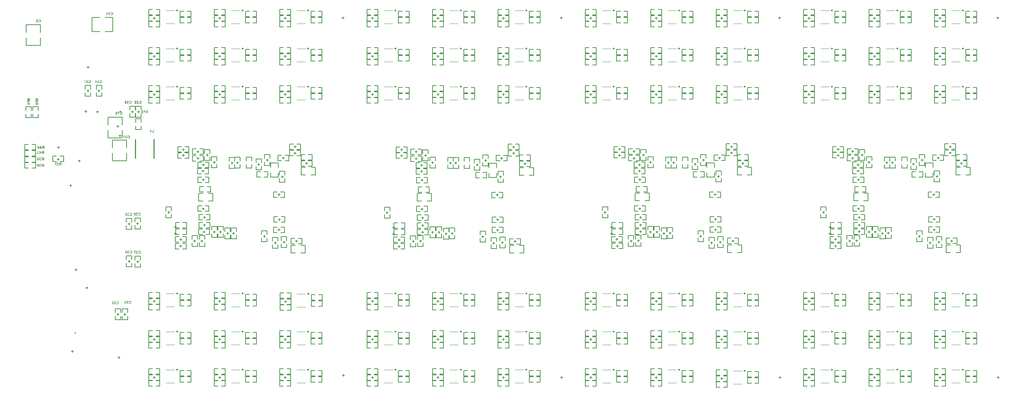
<source format=gbo>
G04*
G04 #@! TF.GenerationSoftware,Altium Limited,Altium Designer,18.1.7 (191)*
G04*
G04 Layer_Color=32896*
%FSLAX25Y25*%
%MOIN*%
G70*
G01*
G75*
%ADD10C,0.00787*%
%ADD11C,0.00984*%
%ADD12C,0.00394*%
%ADD16C,0.00500*%
%ADD17C,0.01000*%
G36*
X123622Y277559D02*
X121817D01*
Y277992D01*
X123104D01*
Y280101D01*
X123622D01*
Y277559D01*
D02*
G37*
G36*
X121643Y278499D02*
Y278073D01*
X120592D01*
Y277559D01*
X120118D01*
Y278073D01*
X119800D01*
Y278503D01*
X120118D01*
Y280131D01*
X120533D01*
X121643Y278499D01*
D02*
G37*
G36*
X114985Y297567D02*
X115033Y297489D01*
X115084Y297415D01*
X115136Y297356D01*
X115181Y297307D01*
X115221Y297270D01*
X115236Y297256D01*
X115247Y297245D01*
X115255Y297241D01*
X115258Y297237D01*
X115340Y297178D01*
X115417Y297126D01*
X115488Y297085D01*
X115551Y297056D01*
X115602Y297034D01*
X115639Y297015D01*
X115654Y297011D01*
X115665Y297008D01*
X115669Y297004D01*
X115673D01*
Y296560D01*
X115540Y296612D01*
X115421Y296667D01*
X115366Y296697D01*
X115314Y296730D01*
X115266Y296760D01*
X115221Y296790D01*
X115181Y296819D01*
X115144Y296845D01*
X115114Y296867D01*
X115088Y296889D01*
X115066Y296908D01*
X115051Y296919D01*
X115044Y296926D01*
X115040Y296930D01*
Y295076D01*
X114548D01*
Y297652D01*
X114947D01*
X114985Y297567D01*
D02*
G37*
G36*
X113098Y297648D02*
X113157Y297640D01*
X113216Y297629D01*
X113271Y297615D01*
X113323Y297596D01*
X113371Y297574D01*
X113419Y297555D01*
X113456Y297533D01*
X113493Y297507D01*
X113527Y297489D01*
X113553Y297467D01*
X113578Y297448D01*
X113597Y297433D01*
X113608Y297422D01*
X113616Y297415D01*
X113619Y297411D01*
X113660Y297363D01*
X113693Y297315D01*
X113726Y297263D01*
X113752Y297211D01*
X113775Y297160D01*
X113793Y297104D01*
X113819Y297004D01*
X113830Y296960D01*
X113838Y296915D01*
X113841Y296878D01*
X113845Y296845D01*
X113849Y296815D01*
Y296797D01*
Y296782D01*
Y296778D01*
X113845Y296712D01*
X113838Y296645D01*
X113830Y296582D01*
X113815Y296527D01*
X113797Y296471D01*
X113778Y296423D01*
X113760Y296375D01*
X113738Y296334D01*
X113719Y296297D01*
X113701Y296264D01*
X113682Y296238D01*
X113664Y296212D01*
X113649Y296198D01*
X113641Y296183D01*
X113634Y296175D01*
X113630Y296172D01*
X113590Y296131D01*
X113545Y296094D01*
X113501Y296064D01*
X113456Y296038D01*
X113412Y296016D01*
X113371Y295994D01*
X113290Y295968D01*
X113220Y295950D01*
X113190Y295946D01*
X113164Y295942D01*
X113142Y295938D01*
X113112D01*
X113060Y295942D01*
X113012Y295950D01*
X112968Y295957D01*
X112924Y295972D01*
X112842Y296005D01*
X112776Y296046D01*
X112724Y296087D01*
X112702Y296105D01*
X112683Y296120D01*
X112668Y296135D01*
X112657Y296146D01*
X112654Y296149D01*
X112650Y296153D01*
X112657Y296075D01*
X112665Y296001D01*
X112672Y295935D01*
X112683Y295876D01*
X112694Y295824D01*
X112705Y295776D01*
X112716Y295735D01*
X112727Y295698D01*
X112742Y295665D01*
X112750Y295639D01*
X112761Y295617D01*
X112768Y295602D01*
X112776Y295587D01*
X112783Y295580D01*
X112787Y295572D01*
X112827Y295528D01*
X112872Y295495D01*
X112912Y295469D01*
X112953Y295454D01*
X112990Y295443D01*
X113016Y295439D01*
X113035Y295435D01*
X113042D01*
X113083Y295439D01*
X113123Y295446D01*
X113153Y295458D01*
X113183Y295469D01*
X113205Y295480D01*
X113220Y295491D01*
X113231Y295498D01*
X113234Y295502D01*
X113260Y295532D01*
X113279Y295565D01*
X113294Y295602D01*
X113305Y295639D01*
X113316Y295668D01*
X113320Y295694D01*
X113323Y295713D01*
Y295720D01*
X113797Y295665D01*
X113786Y295605D01*
X113771Y295554D01*
X113756Y295502D01*
X113738Y295458D01*
X113719Y295413D01*
X113701Y295372D01*
X113678Y295339D01*
X113660Y295306D01*
X113638Y295280D01*
X113623Y295254D01*
X113604Y295235D01*
X113590Y295217D01*
X113578Y295206D01*
X113567Y295195D01*
X113564Y295191D01*
X113560Y295187D01*
X113523Y295158D01*
X113486Y295136D01*
X113405Y295095D01*
X113327Y295069D01*
X113249Y295047D01*
X113179Y295036D01*
X113149Y295032D01*
X113123D01*
X113105Y295028D01*
X113075D01*
X112998Y295032D01*
X112927Y295043D01*
X112861Y295058D01*
X112794Y295076D01*
X112735Y295102D01*
X112679Y295128D01*
X112628Y295154D01*
X112583Y295184D01*
X112542Y295213D01*
X112505Y295239D01*
X112476Y295269D01*
X112450Y295291D01*
X112428Y295309D01*
X112413Y295324D01*
X112406Y295335D01*
X112402Y295339D01*
X112354Y295402D01*
X112317Y295472D01*
X112280Y295550D01*
X112250Y295628D01*
X112224Y295713D01*
X112202Y295798D01*
X112187Y295879D01*
X112172Y295964D01*
X112161Y296042D01*
X112154Y296112D01*
X112147Y296179D01*
X112143Y296238D01*
X112139Y296286D01*
Y296323D01*
Y296334D01*
Y296345D01*
Y296349D01*
Y296353D01*
X112143Y296479D01*
X112150Y296593D01*
X112161Y296701D01*
X112180Y296801D01*
X112198Y296889D01*
X112217Y296971D01*
X112243Y297045D01*
X112265Y297111D01*
X112287Y297167D01*
X112309Y297215D01*
X112332Y297256D01*
X112350Y297289D01*
X112369Y297315D01*
X112380Y297333D01*
X112387Y297344D01*
X112391Y297348D01*
X112439Y297400D01*
X112491Y297448D01*
X112542Y297489D01*
X112594Y297522D01*
X112650Y297552D01*
X112702Y297578D01*
X112753Y297596D01*
X112805Y297615D01*
X112850Y297626D01*
X112894Y297637D01*
X112931Y297644D01*
X112964Y297648D01*
X112994D01*
X113012Y297652D01*
X113031D01*
X113098Y297648D01*
D02*
G37*
G36*
X118274Y295076D02*
X117756D01*
Y296146D01*
X117589D01*
X117537Y296142D01*
X117493Y296138D01*
X117456Y296131D01*
X117427Y296127D01*
X117408Y296120D01*
X117397Y296116D01*
X117393D01*
X117364Y296101D01*
X117334Y296087D01*
X117308Y296068D01*
X117282Y296053D01*
X117264Y296035D01*
X117249Y296020D01*
X117242Y296012D01*
X117238Y296009D01*
X117223Y295990D01*
X117204Y295972D01*
X117164Y295916D01*
X117119Y295857D01*
X117071Y295791D01*
X117031Y295731D01*
X117012Y295702D01*
X116997Y295679D01*
X116982Y295661D01*
X116971Y295646D01*
X116968Y295635D01*
X116964Y295631D01*
X116594Y295076D01*
X115972D01*
X116287Y295576D01*
X116320Y295628D01*
X116353Y295679D01*
X116383Y295724D01*
X116413Y295765D01*
X116439Y295802D01*
X116461Y295839D01*
X116505Y295894D01*
X116539Y295938D01*
X116561Y295968D01*
X116579Y295987D01*
X116583Y295990D01*
X116624Y296035D01*
X116672Y296075D01*
X116716Y296109D01*
X116761Y296142D01*
X116797Y296168D01*
X116827Y296186D01*
X116849Y296201D01*
X116853Y296205D01*
X116857D01*
X116794Y296216D01*
X116738Y296231D01*
X116686Y296246D01*
X116635Y296264D01*
X116590Y296283D01*
X116550Y296301D01*
X116509Y296320D01*
X116476Y296342D01*
X116446Y296360D01*
X116420Y296379D01*
X116398Y296397D01*
X116383Y296412D01*
X116368Y296423D01*
X116357Y296434D01*
X116353Y296438D01*
X116350Y296442D01*
X116320Y296479D01*
X116294Y296516D01*
X116250Y296597D01*
X116220Y296675D01*
X116202Y296753D01*
X116187Y296819D01*
X116183Y296845D01*
Y296871D01*
X116180Y296889D01*
Y296908D01*
Y296915D01*
Y296919D01*
X116183Y297000D01*
X116198Y297078D01*
X116217Y297145D01*
X116235Y297204D01*
X116257Y297252D01*
X116276Y297289D01*
X116283Y297300D01*
X116291Y297311D01*
X116294Y297315D01*
Y297319D01*
X116339Y297381D01*
X116387Y297433D01*
X116435Y297474D01*
X116483Y297511D01*
X116527Y297533D01*
X116561Y297552D01*
X116583Y297563D01*
X116587Y297567D01*
X116590D01*
X116627Y297578D01*
X116668Y297589D01*
X116761Y297607D01*
X116860Y297618D01*
X116957Y297629D01*
X117005D01*
X117045Y297633D01*
X117086D01*
X117119Y297637D01*
X118274D01*
Y295076D01*
D02*
G37*
G36*
X82811Y387792D02*
X82859Y387715D01*
X82911Y387641D01*
X82963Y387582D01*
X83007Y387533D01*
X83048Y387496D01*
X83063Y387482D01*
X83074Y387471D01*
X83081Y387467D01*
X83085Y387463D01*
X83166Y387404D01*
X83244Y387352D01*
X83314Y387312D01*
X83377Y387282D01*
X83429Y387260D01*
X83466Y387241D01*
X83481Y387238D01*
X83492Y387234D01*
X83496Y387230D01*
X83499D01*
Y386786D01*
X83366Y386838D01*
X83248Y386893D01*
X83192Y386923D01*
X83140Y386956D01*
X83092Y386986D01*
X83048Y387016D01*
X83007Y387045D01*
X82970Y387071D01*
X82941Y387093D01*
X82915Y387115D01*
X82893Y387134D01*
X82878Y387145D01*
X82870Y387152D01*
X82867Y387156D01*
Y385302D01*
X82375D01*
Y387878D01*
X82774D01*
X82811Y387792D01*
D02*
G37*
G36*
X85094Y387907D02*
X85190Y387896D01*
X85275Y387878D01*
X85360Y387855D01*
X85434Y387829D01*
X85508Y387800D01*
X85571Y387767D01*
X85631Y387733D01*
X85686Y387700D01*
X85730Y387667D01*
X85771Y387637D01*
X85804Y387611D01*
X85830Y387589D01*
X85849Y387571D01*
X85860Y387559D01*
X85864Y387556D01*
X85923Y387485D01*
X85971Y387411D01*
X86015Y387334D01*
X86052Y387252D01*
X86086Y387167D01*
X86111Y387086D01*
X86134Y387004D01*
X86152Y386927D01*
X86167Y386849D01*
X86174Y386782D01*
X86182Y386719D01*
X86189Y386668D01*
Y386623D01*
X86193Y386590D01*
Y386568D01*
Y386564D01*
Y386560D01*
X86189Y386449D01*
X86178Y386346D01*
X86163Y386246D01*
X86141Y386157D01*
X86119Y386072D01*
X86089Y385991D01*
X86060Y385920D01*
X86030Y385857D01*
X86001Y385798D01*
X85971Y385746D01*
X85941Y385706D01*
X85919Y385669D01*
X85897Y385643D01*
X85882Y385621D01*
X85871Y385610D01*
X85867Y385606D01*
X85804Y385543D01*
X85738Y385491D01*
X85668Y385443D01*
X85597Y385406D01*
X85527Y385373D01*
X85457Y385343D01*
X85390Y385321D01*
X85327Y385302D01*
X85264Y385288D01*
X85209Y385277D01*
X85157Y385269D01*
X85116Y385265D01*
X85079Y385262D01*
X85053Y385258D01*
X85031D01*
X84953Y385262D01*
X84883Y385265D01*
X84813Y385277D01*
X84750Y385291D01*
X84691Y385306D01*
X84635Y385321D01*
X84583Y385339D01*
X84535Y385362D01*
X84495Y385380D01*
X84458Y385399D01*
X84424Y385413D01*
X84398Y385428D01*
X84376Y385443D01*
X84361Y385454D01*
X84354Y385458D01*
X84350Y385461D01*
X84302Y385502D01*
X84258Y385547D01*
X84176Y385647D01*
X84110Y385750D01*
X84058Y385850D01*
X84036Y385898D01*
X84017Y385943D01*
X84003Y385983D01*
X83988Y386017D01*
X83977Y386046D01*
X83969Y386068D01*
X83965Y386083D01*
Y386087D01*
X84469Y386242D01*
X84498Y386142D01*
X84532Y386057D01*
X84565Y385987D01*
X84602Y385928D01*
X84632Y385883D01*
X84657Y385854D01*
X84676Y385835D01*
X84683Y385828D01*
X84742Y385783D01*
X84802Y385754D01*
X84861Y385732D01*
X84913Y385713D01*
X84961Y385706D01*
X85001Y385702D01*
X85016Y385698D01*
X85035D01*
X85087Y385702D01*
X85135Y385706D01*
X85224Y385732D01*
X85301Y385761D01*
X85364Y385802D01*
X85416Y385839D01*
X85453Y385869D01*
X85468Y385883D01*
X85479Y385894D01*
X85483Y385898D01*
X85486Y385902D01*
X85516Y385943D01*
X85542Y385991D01*
X85568Y386042D01*
X85586Y386098D01*
X85616Y386213D01*
X85638Y386327D01*
X85645Y386383D01*
X85649Y386431D01*
X85656Y386479D01*
Y386520D01*
X85660Y386549D01*
Y386575D01*
Y386594D01*
Y386597D01*
X85656Y386683D01*
X85653Y386760D01*
X85645Y386830D01*
X85634Y386897D01*
X85619Y386956D01*
X85605Y387012D01*
X85590Y387060D01*
X85571Y387104D01*
X85557Y387141D01*
X85542Y387175D01*
X85527Y387200D01*
X85512Y387223D01*
X85501Y387241D01*
X85494Y387252D01*
X85486Y387260D01*
Y387263D01*
X85453Y387300D01*
X85416Y387334D01*
X85379Y387360D01*
X85338Y387382D01*
X85260Y387419D01*
X85186Y387445D01*
X85124Y387459D01*
X85094Y387463D01*
X85072Y387467D01*
X85050Y387471D01*
X85024D01*
X84950Y387467D01*
X84883Y387452D01*
X84824Y387434D01*
X84772Y387411D01*
X84731Y387389D01*
X84702Y387371D01*
X84683Y387356D01*
X84676Y387352D01*
X84628Y387308D01*
X84583Y387256D01*
X84550Y387204D01*
X84524Y387152D01*
X84506Y387108D01*
X84495Y387075D01*
X84487Y387060D01*
Y387049D01*
X84483Y387045D01*
Y387041D01*
X83973Y387163D01*
X84010Y387271D01*
X84051Y387363D01*
X84095Y387445D01*
X84136Y387511D01*
X84176Y387563D01*
X84191Y387585D01*
X84206Y387604D01*
X84217Y387615D01*
X84228Y387626D01*
X84232Y387633D01*
X84236D01*
X84291Y387682D01*
X84354Y387726D01*
X84413Y387763D01*
X84476Y387792D01*
X84543Y387822D01*
X84606Y387844D01*
X84668Y387863D01*
X84728Y387878D01*
X84783Y387889D01*
X84835Y387896D01*
X84879Y387903D01*
X84920Y387907D01*
X84953Y387911D01*
X84998D01*
X85094Y387907D01*
D02*
G37*
G36*
X81723Y386242D02*
Y385817D01*
X80673D01*
Y385302D01*
X80199D01*
Y385817D01*
X79881D01*
Y386246D01*
X80199D01*
Y387874D01*
X80613D01*
X81723Y386242D01*
D02*
G37*
G36*
X18810Y381300D02*
X18906Y381289D01*
X18991Y381271D01*
X19076Y381248D01*
X19150Y381222D01*
X19224Y381193D01*
X19287Y381159D01*
X19346Y381126D01*
X19402Y381093D01*
X19446Y381060D01*
X19487Y381030D01*
X19520Y381004D01*
X19546Y380982D01*
X19565Y380963D01*
X19576Y380952D01*
X19579Y380949D01*
X19639Y380878D01*
X19687Y380804D01*
X19731Y380727D01*
X19768Y380645D01*
X19801Y380560D01*
X19827Y380479D01*
X19850Y380397D01*
X19868Y380320D01*
X19883Y380242D01*
X19890Y380175D01*
X19898Y380112D01*
X19905Y380061D01*
Y380016D01*
X19909Y379983D01*
Y379961D01*
Y379957D01*
Y379953D01*
X19905Y379842D01*
X19894Y379739D01*
X19879Y379639D01*
X19857Y379550D01*
X19835Y379465D01*
X19805Y379383D01*
X19775Y379313D01*
X19746Y379250D01*
X19716Y379191D01*
X19687Y379139D01*
X19657Y379099D01*
X19635Y379062D01*
X19613Y379036D01*
X19598Y379013D01*
X19587Y379002D01*
X19583Y378999D01*
X19520Y378936D01*
X19454Y378884D01*
X19383Y378836D01*
X19313Y378799D01*
X19243Y378766D01*
X19172Y378736D01*
X19106Y378714D01*
X19043Y378695D01*
X18980Y378680D01*
X18925Y378669D01*
X18873Y378662D01*
X18832Y378658D01*
X18795Y378655D01*
X18769Y378651D01*
X18747D01*
X18669Y378655D01*
X18599Y378658D01*
X18529Y378669D01*
X18466Y378684D01*
X18406Y378699D01*
X18351Y378714D01*
X18299Y378732D01*
X18251Y378754D01*
X18210Y378773D01*
X18173Y378791D01*
X18140Y378806D01*
X18114Y378821D01*
X18092Y378836D01*
X18077Y378847D01*
X18070Y378851D01*
X18066Y378854D01*
X18018Y378895D01*
X17974Y378940D01*
X17892Y379039D01*
X17826Y379143D01*
X17774Y379243D01*
X17752Y379291D01*
X17733Y379335D01*
X17718Y379376D01*
X17704Y379409D01*
X17692Y379439D01*
X17685Y379461D01*
X17681Y379476D01*
Y379480D01*
X18184Y379635D01*
X18214Y379535D01*
X18247Y379450D01*
X18281Y379380D01*
X18318Y379321D01*
X18347Y379276D01*
X18373Y379247D01*
X18392Y379228D01*
X18399Y379221D01*
X18458Y379176D01*
X18518Y379147D01*
X18577Y379124D01*
X18629Y379106D01*
X18677Y379099D01*
X18717Y379095D01*
X18732Y379091D01*
X18751D01*
X18802Y379095D01*
X18850Y379099D01*
X18939Y379124D01*
X19017Y379154D01*
X19080Y379195D01*
X19132Y379232D01*
X19169Y379261D01*
X19184Y379276D01*
X19195Y379287D01*
X19198Y379291D01*
X19202Y379295D01*
X19232Y379335D01*
X19257Y379383D01*
X19283Y379435D01*
X19302Y379491D01*
X19331Y379606D01*
X19354Y379720D01*
X19361Y379776D01*
X19365Y379824D01*
X19372Y379872D01*
Y379913D01*
X19376Y379942D01*
Y379968D01*
Y379987D01*
Y379990D01*
X19372Y380075D01*
X19368Y380153D01*
X19361Y380223D01*
X19350Y380290D01*
X19335Y380349D01*
X19320Y380405D01*
X19306Y380453D01*
X19287Y380497D01*
X19272Y380534D01*
X19257Y380568D01*
X19243Y380593D01*
X19228Y380616D01*
X19217Y380634D01*
X19209Y380645D01*
X19202Y380653D01*
Y380656D01*
X19169Y380693D01*
X19132Y380727D01*
X19095Y380752D01*
X19054Y380775D01*
X18976Y380812D01*
X18902Y380838D01*
X18839Y380852D01*
X18810Y380856D01*
X18788Y380860D01*
X18765Y380863D01*
X18740D01*
X18665Y380860D01*
X18599Y380845D01*
X18540Y380826D01*
X18488Y380804D01*
X18447Y380782D01*
X18418Y380764D01*
X18399Y380749D01*
X18392Y380745D01*
X18344Y380701D01*
X18299Y380649D01*
X18266Y380597D01*
X18240Y380545D01*
X18222Y380501D01*
X18210Y380468D01*
X18203Y380453D01*
Y380442D01*
X18199Y380438D01*
Y380434D01*
X17689Y380556D01*
X17726Y380664D01*
X17766Y380756D01*
X17811Y380838D01*
X17852Y380904D01*
X17892Y380956D01*
X17907Y380978D01*
X17922Y380997D01*
X17933Y381008D01*
X17944Y381019D01*
X17948Y381026D01*
X17951D01*
X18007Y381074D01*
X18070Y381119D01*
X18129Y381156D01*
X18192Y381185D01*
X18259Y381215D01*
X18321Y381237D01*
X18384Y381256D01*
X18443Y381271D01*
X18499Y381282D01*
X18551Y381289D01*
X18595Y381296D01*
X18636Y381300D01*
X18669Y381304D01*
X18714D01*
X18810Y381300D01*
D02*
G37*
G36*
X16586Y381267D02*
X16649Y381263D01*
X16708Y381252D01*
X16764Y381241D01*
X16815Y381226D01*
X16864Y381211D01*
X16904Y381193D01*
X16941Y381178D01*
X16978Y381159D01*
X17008Y381141D01*
X17030Y381126D01*
X17052Y381111D01*
X17067Y381100D01*
X17078Y381089D01*
X17086Y381085D01*
X17089Y381082D01*
X17123Y381045D01*
X17156Y381008D01*
X17182Y380967D01*
X17204Y380930D01*
X17241Y380849D01*
X17263Y380775D01*
X17278Y380708D01*
X17282Y380679D01*
X17285Y380656D01*
X17289Y380634D01*
Y380619D01*
Y380612D01*
Y380608D01*
X17285Y380545D01*
X17274Y380490D01*
X17263Y380434D01*
X17245Y380390D01*
X17230Y380349D01*
X17219Y380323D01*
X17208Y380305D01*
X17204Y380297D01*
X17167Y380249D01*
X17123Y380205D01*
X17078Y380168D01*
X17030Y380135D01*
X16989Y380112D01*
X16956Y380094D01*
X16934Y380083D01*
X16930Y380079D01*
X16927D01*
X17004Y380038D01*
X17071Y379998D01*
X17126Y379953D01*
X17171Y379909D01*
X17208Y379868D01*
X17234Y379839D01*
X17248Y379816D01*
X17252Y379813D01*
Y379809D01*
X17285Y379742D01*
X17311Y379676D01*
X17326Y379609D01*
X17341Y379550D01*
X17348Y379502D01*
X17352Y379461D01*
Y379446D01*
Y379435D01*
Y379428D01*
Y379424D01*
X17348Y379354D01*
X17341Y379291D01*
X17326Y379228D01*
X17308Y379173D01*
X17289Y379117D01*
X17267Y379069D01*
X17241Y379025D01*
X17215Y378984D01*
X17189Y378951D01*
X17163Y378917D01*
X17141Y378891D01*
X17123Y378869D01*
X17104Y378851D01*
X17089Y378840D01*
X17082Y378832D01*
X17078Y378829D01*
X17034Y378795D01*
X16986Y378769D01*
X16938Y378743D01*
X16890Y378725D01*
X16793Y378692D01*
X16701Y378669D01*
X16656Y378662D01*
X16619Y378658D01*
X16586Y378655D01*
X16556Y378651D01*
X16531Y378647D01*
X16497D01*
X16427Y378651D01*
X16364Y378658D01*
X16301Y378669D01*
X16242Y378680D01*
X16190Y378699D01*
X16142Y378717D01*
X16094Y378736D01*
X16053Y378758D01*
X16016Y378780D01*
X15987Y378799D01*
X15957Y378817D01*
X15935Y378836D01*
X15916Y378847D01*
X15905Y378858D01*
X15898Y378866D01*
X15894Y378869D01*
X15854Y378914D01*
X15820Y378958D01*
X15787Y379006D01*
X15761Y379054D01*
X15739Y379102D01*
X15720Y379150D01*
X15694Y379243D01*
X15683Y379284D01*
X15676Y379321D01*
X15672Y379358D01*
X15668Y379387D01*
X15665Y379413D01*
Y379432D01*
Y379443D01*
Y379446D01*
X15668Y379524D01*
X15683Y379594D01*
X15698Y379661D01*
X15720Y379716D01*
X15739Y379761D01*
X15757Y379794D01*
X15772Y379816D01*
X15776Y379824D01*
X15820Y379883D01*
X15872Y379935D01*
X15927Y379979D01*
X15979Y380012D01*
X16027Y380042D01*
X16064Y380064D01*
X16079Y380072D01*
X16090Y380075D01*
X16098Y380079D01*
X16101D01*
X16042Y380109D01*
X15990Y380142D01*
X15946Y380175D01*
X15909Y380212D01*
X15879Y380242D01*
X15861Y380268D01*
X15846Y380283D01*
X15842Y380290D01*
X15809Y380346D01*
X15787Y380401D01*
X15768Y380453D01*
X15757Y380501D01*
X15750Y380545D01*
X15746Y380579D01*
Y380601D01*
Y380605D01*
Y380608D01*
X15750Y380660D01*
X15754Y380712D01*
X15779Y380804D01*
X15809Y380882D01*
X15846Y380952D01*
X15887Y381008D01*
X15902Y381030D01*
X15916Y381048D01*
X15931Y381063D01*
X15942Y381074D01*
X15946Y381078D01*
X15950Y381082D01*
X15990Y381115D01*
X16031Y381145D01*
X16079Y381171D01*
X16124Y381193D01*
X16220Y381226D01*
X16312Y381248D01*
X16353Y381256D01*
X16394Y381259D01*
X16427Y381263D01*
X16460Y381267D01*
X16483Y381271D01*
X16520D01*
X16586Y381267D01*
D02*
G37*
G36*
X16363Y308887D02*
X16478Y308879D01*
X16585Y308868D01*
X16685Y308850D01*
X16774Y308831D01*
X16855Y308813D01*
X16929Y308787D01*
X16996Y308765D01*
X17051Y308742D01*
X17099Y308720D01*
X17140Y308698D01*
X17173Y308680D01*
X17199Y308661D01*
X17218Y308650D01*
X17229Y308643D01*
X17232Y308639D01*
X17284Y308591D01*
X17332Y308539D01*
X17373Y308487D01*
X17406Y308435D01*
X17436Y308380D01*
X17462Y308328D01*
X17480Y308276D01*
X17499Y308225D01*
X17510Y308180D01*
X17521Y308136D01*
X17528Y308099D01*
X17532Y308065D01*
Y308036D01*
X17536Y308017D01*
Y307999D01*
X17532Y307932D01*
X17525Y307873D01*
X17514Y307814D01*
X17499Y307758D01*
X17480Y307706D01*
X17458Y307658D01*
X17440Y307610D01*
X17417Y307573D01*
X17391Y307536D01*
X17373Y307503D01*
X17351Y307477D01*
X17332Y307451D01*
X17318Y307433D01*
X17306Y307422D01*
X17299Y307414D01*
X17295Y307411D01*
X17247Y307370D01*
X17199Y307336D01*
X17147Y307303D01*
X17096Y307277D01*
X17044Y307255D01*
X16988Y307237D01*
X16888Y307211D01*
X16844Y307200D01*
X16800Y307192D01*
X16762Y307189D01*
X16729Y307185D01*
X16700Y307181D01*
X16681D01*
X16666D01*
X16663D01*
X16596Y307185D01*
X16529Y307192D01*
X16466Y307200D01*
X16411Y307214D01*
X16355Y307233D01*
X16307Y307251D01*
X16259Y307270D01*
X16219Y307292D01*
X16182Y307311D01*
X16148Y307329D01*
X16122Y307348D01*
X16096Y307366D01*
X16082Y307381D01*
X16067Y307388D01*
X16059Y307396D01*
X16056Y307399D01*
X16015Y307440D01*
X15978Y307485D01*
X15948Y307529D01*
X15923Y307573D01*
X15900Y307618D01*
X15878Y307658D01*
X15852Y307740D01*
X15834Y307810D01*
X15830Y307840D01*
X15826Y307866D01*
X15823Y307888D01*
Y307917D01*
X15826Y307969D01*
X15834Y308017D01*
X15841Y308062D01*
X15856Y308106D01*
X15889Y308188D01*
X15930Y308254D01*
X15971Y308306D01*
X15989Y308328D01*
X16004Y308347D01*
X16019Y308361D01*
X16030Y308372D01*
X16034Y308376D01*
X16037Y308380D01*
X15960Y308372D01*
X15886Y308365D01*
X15819Y308358D01*
X15760Y308347D01*
X15708Y308335D01*
X15660Y308324D01*
X15619Y308313D01*
X15582Y308302D01*
X15549Y308287D01*
X15523Y308280D01*
X15501Y308269D01*
X15486Y308261D01*
X15471Y308254D01*
X15464Y308247D01*
X15456Y308243D01*
X15412Y308202D01*
X15379Y308158D01*
X15353Y308117D01*
X15338Y308077D01*
X15327Y308039D01*
X15323Y308014D01*
X15319Y307995D01*
Y307988D01*
X15323Y307947D01*
X15331Y307906D01*
X15342Y307877D01*
X15353Y307847D01*
X15364Y307825D01*
X15375Y307810D01*
X15382Y307799D01*
X15386Y307795D01*
X15416Y307769D01*
X15449Y307751D01*
X15486Y307736D01*
X15523Y307725D01*
X15553Y307714D01*
X15578Y307710D01*
X15597Y307706D01*
X15604D01*
X15549Y307233D01*
X15490Y307244D01*
X15438Y307259D01*
X15386Y307274D01*
X15342Y307292D01*
X15297Y307311D01*
X15257Y307329D01*
X15223Y307351D01*
X15190Y307370D01*
X15164Y307392D01*
X15138Y307407D01*
X15120Y307425D01*
X15101Y307440D01*
X15090Y307451D01*
X15079Y307462D01*
X15075Y307466D01*
X15072Y307470D01*
X15042Y307507D01*
X15020Y307544D01*
X14979Y307625D01*
X14953Y307703D01*
X14931Y307781D01*
X14920Y307851D01*
X14916Y307880D01*
Y307906D01*
X14912Y307925D01*
Y307954D01*
X14916Y308032D01*
X14927Y308102D01*
X14942Y308169D01*
X14961Y308236D01*
X14987Y308295D01*
X15012Y308350D01*
X15038Y308402D01*
X15068Y308447D01*
X15098Y308487D01*
X15123Y308524D01*
X15153Y308554D01*
X15175Y308580D01*
X15194Y308602D01*
X15209Y308617D01*
X15220Y308624D01*
X15223Y308628D01*
X15286Y308676D01*
X15357Y308713D01*
X15434Y308750D01*
X15512Y308780D01*
X15597Y308805D01*
X15682Y308828D01*
X15764Y308842D01*
X15849Y308857D01*
X15926Y308868D01*
X15997Y308876D01*
X16063Y308883D01*
X16122Y308887D01*
X16171Y308891D01*
X16207D01*
X16219D01*
X16230D01*
X16233D01*
X16237D01*
X16363Y308887D01*
D02*
G37*
G36*
X15904Y306667D02*
X17532D01*
Y306252D01*
X15900Y305142D01*
X15475D01*
Y306193D01*
X14961D01*
Y306667D01*
X15475D01*
Y306985D01*
X15904D01*
Y306667D01*
D02*
G37*
G36*
X15460Y304743D02*
X15512Y304710D01*
X15564Y304676D01*
X15608Y304647D01*
X15649Y304617D01*
X15686Y304591D01*
X15723Y304569D01*
X15778Y304524D01*
X15823Y304491D01*
X15852Y304469D01*
X15871Y304450D01*
X15875Y304447D01*
X15919Y304406D01*
X15960Y304358D01*
X15993Y304314D01*
X16026Y304269D01*
X16052Y304232D01*
X16071Y304203D01*
X16085Y304180D01*
X16089Y304177D01*
Y304173D01*
X16100Y304236D01*
X16115Y304291D01*
X16130Y304343D01*
X16148Y304395D01*
X16167Y304439D01*
X16185Y304480D01*
X16204Y304521D01*
X16226Y304554D01*
X16244Y304584D01*
X16263Y304610D01*
X16282Y304632D01*
X16296Y304647D01*
X16307Y304661D01*
X16319Y304673D01*
X16322Y304676D01*
X16326Y304680D01*
X16363Y304710D01*
X16400Y304735D01*
X16481Y304780D01*
X16559Y304809D01*
X16637Y304828D01*
X16703Y304843D01*
X16729Y304846D01*
X16755D01*
X16774Y304850D01*
X16792D01*
X16800D01*
X16803D01*
X16885Y304846D01*
X16962Y304832D01*
X17029Y304813D01*
X17088Y304795D01*
X17136Y304772D01*
X17173Y304754D01*
X17184Y304747D01*
X17195Y304739D01*
X17199Y304735D01*
X17203D01*
X17266Y304691D01*
X17318Y304643D01*
X17358Y304595D01*
X17395Y304547D01*
X17417Y304502D01*
X17436Y304469D01*
X17447Y304447D01*
X17451Y304443D01*
Y304439D01*
X17462Y304402D01*
X17473Y304362D01*
X17491Y304269D01*
X17503Y304169D01*
X17514Y304073D01*
Y304025D01*
X17517Y303984D01*
Y303944D01*
X17521Y303910D01*
Y302756D01*
X14961D01*
Y303274D01*
X16030D01*
Y303440D01*
X16026Y303492D01*
X16023Y303537D01*
X16015Y303574D01*
X16011Y303603D01*
X16004Y303622D01*
X16000Y303633D01*
Y303637D01*
X15985Y303666D01*
X15971Y303696D01*
X15952Y303722D01*
X15937Y303748D01*
X15919Y303766D01*
X15904Y303781D01*
X15897Y303788D01*
X15893Y303792D01*
X15875Y303807D01*
X15856Y303825D01*
X15800Y303866D01*
X15741Y303910D01*
X15675Y303958D01*
X15616Y303999D01*
X15586Y304018D01*
X15564Y304032D01*
X15545Y304047D01*
X15530Y304058D01*
X15519Y304062D01*
X15516Y304066D01*
X14961Y304436D01*
Y305057D01*
X15460Y304743D01*
D02*
G37*
G36*
X8372Y308927D02*
X8435Y308920D01*
X8498Y308909D01*
X8553Y308898D01*
X8609Y308879D01*
X8657Y308861D01*
X8705Y308842D01*
X8746Y308820D01*
X8783Y308798D01*
X8816Y308780D01*
X8842Y308761D01*
X8868Y308742D01*
X8886Y308731D01*
X8897Y308720D01*
X8905Y308713D01*
X8908Y308709D01*
X8949Y308668D01*
X8986Y308624D01*
X9020Y308580D01*
X9045Y308535D01*
X9068Y308491D01*
X9086Y308447D01*
X9116Y308365D01*
X9127Y308328D01*
X9134Y308291D01*
X9138Y308261D01*
X9142Y308236D01*
X9145Y308213D01*
Y308184D01*
X9142Y308132D01*
X9134Y308084D01*
X9127Y308039D01*
X9112Y307995D01*
X9075Y307917D01*
X9038Y307851D01*
X8997Y307799D01*
X8979Y307777D01*
X8960Y307758D01*
X8946Y307744D01*
X8938Y307732D01*
X8931Y307729D01*
X8927Y307725D01*
X9005Y307732D01*
X9079Y307740D01*
X9145Y307747D01*
X9205Y307758D01*
X9256Y307769D01*
X9304Y307781D01*
X9345Y307792D01*
X9382Y307806D01*
X9415Y307818D01*
X9441Y307825D01*
X9464Y307836D01*
X9478Y307843D01*
X9493Y307851D01*
X9500Y307858D01*
X9508Y307862D01*
X9556Y307903D01*
X9589Y307947D01*
X9615Y307991D01*
X9630Y308032D01*
X9641Y308069D01*
X9645Y308099D01*
X9648Y308117D01*
Y308125D01*
X9645Y308165D01*
X9637Y308206D01*
X9626Y308239D01*
X9615Y308265D01*
X9600Y308287D01*
X9589Y308302D01*
X9582Y308313D01*
X9578Y308317D01*
X9549Y308343D01*
X9515Y308361D01*
X9478Y308380D01*
X9445Y308391D01*
X9412Y308398D01*
X9386Y308406D01*
X9371Y308410D01*
X9364D01*
X9415Y308883D01*
X9526Y308857D01*
X9619Y308820D01*
X9700Y308780D01*
X9771Y308739D01*
X9822Y308698D01*
X9841Y308683D01*
X9859Y308665D01*
X9871Y308654D01*
X9882Y308643D01*
X9889Y308639D01*
Y308635D01*
X9919Y308598D01*
X9945Y308561D01*
X9985Y308480D01*
X10015Y308398D01*
X10033Y308324D01*
X10048Y308258D01*
X10052Y308228D01*
Y308202D01*
X10056Y308184D01*
Y308154D01*
X10052Y308077D01*
X10041Y308006D01*
X10026Y307936D01*
X10007Y307873D01*
X9982Y307814D01*
X9956Y307755D01*
X9926Y307706D01*
X9900Y307658D01*
X9871Y307618D01*
X9841Y307581D01*
X9815Y307551D01*
X9789Y307525D01*
X9771Y307503D01*
X9756Y307488D01*
X9745Y307481D01*
X9741Y307477D01*
X9678Y307433D01*
X9608Y307392D01*
X9530Y307359D01*
X9452Y307329D01*
X9367Y307303D01*
X9282Y307281D01*
X9197Y307262D01*
X9116Y307251D01*
X9038Y307240D01*
X8964Y307233D01*
X8897Y307225D01*
X8838Y307222D01*
X8790Y307218D01*
X8753D01*
X8742D01*
X8731D01*
X8727D01*
X8724D01*
X8598Y307222D01*
X8483Y307229D01*
X8376Y307240D01*
X8280Y307259D01*
X8187Y307277D01*
X8106Y307296D01*
X8035Y307318D01*
X7969Y307344D01*
X7913Y307366D01*
X7865Y307388D01*
X7824Y307407D01*
X7791Y307429D01*
X7765Y307444D01*
X7747Y307455D01*
X7736Y307462D01*
X7732Y307466D01*
X7680Y307514D01*
X7632Y307566D01*
X7591Y307618D01*
X7558Y307673D01*
X7528Y307725D01*
X7506Y307781D01*
X7484Y307832D01*
X7469Y307880D01*
X7458Y307928D01*
X7447Y307969D01*
X7443Y308010D01*
X7436Y308043D01*
Y308069D01*
X7432Y308088D01*
Y308106D01*
X7436Y308173D01*
X7443Y308236D01*
X7454Y308295D01*
X7469Y308350D01*
X7488Y308406D01*
X7506Y308454D01*
X7528Y308498D01*
X7551Y308539D01*
X7573Y308576D01*
X7595Y308606D01*
X7614Y308635D01*
X7632Y308657D01*
X7647Y308676D01*
X7658Y308687D01*
X7665Y308694D01*
X7669Y308698D01*
X7713Y308739D01*
X7765Y308776D01*
X7817Y308805D01*
X7869Y308831D01*
X7921Y308857D01*
X7972Y308876D01*
X8076Y308902D01*
X8120Y308913D01*
X8165Y308920D01*
X8202Y308924D01*
X8235Y308927D01*
X8265Y308931D01*
X8283D01*
X8298D01*
X8302D01*
X8372Y308927D01*
D02*
G37*
G36*
X8424Y306667D02*
X10052D01*
Y306252D01*
X8420Y305142D01*
X7995D01*
Y306193D01*
X7480D01*
Y306667D01*
X7995D01*
Y306985D01*
X8424D01*
Y306667D01*
D02*
G37*
G36*
X7980Y304743D02*
X8032Y304710D01*
X8083Y304676D01*
X8128Y304647D01*
X8168Y304617D01*
X8206Y304591D01*
X8242Y304569D01*
X8298Y304524D01*
X8342Y304491D01*
X8372Y304469D01*
X8390Y304450D01*
X8394Y304447D01*
X8439Y304406D01*
X8479Y304358D01*
X8513Y304314D01*
X8546Y304269D01*
X8572Y304232D01*
X8590Y304203D01*
X8605Y304180D01*
X8609Y304177D01*
Y304173D01*
X8620Y304236D01*
X8635Y304291D01*
X8649Y304343D01*
X8668Y304395D01*
X8687Y304439D01*
X8705Y304480D01*
X8724Y304521D01*
X8746Y304554D01*
X8764Y304584D01*
X8783Y304610D01*
X8801Y304632D01*
X8816Y304647D01*
X8827Y304661D01*
X8838Y304673D01*
X8842Y304676D01*
X8846Y304680D01*
X8883Y304710D01*
X8920Y304735D01*
X9001Y304780D01*
X9079Y304809D01*
X9156Y304828D01*
X9223Y304843D01*
X9249Y304846D01*
X9275D01*
X9293Y304850D01*
X9312D01*
X9319D01*
X9323D01*
X9404Y304846D01*
X9482Y304832D01*
X9549Y304813D01*
X9608Y304795D01*
X9656Y304772D01*
X9693Y304754D01*
X9704Y304747D01*
X9715Y304739D01*
X9719Y304735D01*
X9723D01*
X9785Y304691D01*
X9837Y304643D01*
X9878Y304595D01*
X9915Y304547D01*
X9937Y304502D01*
X9956Y304469D01*
X9967Y304447D01*
X9970Y304443D01*
Y304439D01*
X9982Y304402D01*
X9993Y304362D01*
X10011Y304269D01*
X10022Y304169D01*
X10033Y304073D01*
Y304025D01*
X10037Y303984D01*
Y303944D01*
X10041Y303910D01*
Y302756D01*
X7480D01*
Y303274D01*
X8550D01*
Y303440D01*
X8546Y303492D01*
X8542Y303537D01*
X8535Y303574D01*
X8531Y303603D01*
X8524Y303622D01*
X8520Y303633D01*
Y303637D01*
X8505Y303666D01*
X8490Y303696D01*
X8472Y303722D01*
X8457Y303748D01*
X8439Y303766D01*
X8424Y303781D01*
X8416Y303788D01*
X8413Y303792D01*
X8394Y303807D01*
X8376Y303825D01*
X8320Y303866D01*
X8261Y303910D01*
X8194Y303958D01*
X8135Y303999D01*
X8106Y304018D01*
X8083Y304032D01*
X8065Y304047D01*
X8050Y304058D01*
X8039Y304062D01*
X8035Y304066D01*
X7480Y304436D01*
Y305057D01*
X7980Y304743D01*
D02*
G37*
G36*
X23228Y262598D02*
X22710D01*
Y263668D01*
X22544D01*
X22492Y263664D01*
X22448Y263660D01*
X22411Y263653D01*
X22381Y263649D01*
X22363Y263642D01*
X22351Y263638D01*
X22348D01*
X22318Y263623D01*
X22289Y263609D01*
X22263Y263590D01*
X22237Y263575D01*
X22218Y263557D01*
X22204Y263542D01*
X22196Y263534D01*
X22192Y263531D01*
X22177Y263512D01*
X22159Y263494D01*
X22118Y263438D01*
X22074Y263379D01*
X22026Y263313D01*
X21985Y263253D01*
X21967Y263224D01*
X21952Y263201D01*
X21937Y263183D01*
X21926Y263168D01*
X21922Y263157D01*
X21918Y263153D01*
X21549Y262598D01*
X20927D01*
X21241Y263098D01*
X21275Y263150D01*
X21308Y263201D01*
X21338Y263246D01*
X21367Y263287D01*
X21393Y263324D01*
X21415Y263361D01*
X21460Y263416D01*
X21493Y263460D01*
X21515Y263490D01*
X21534Y263509D01*
X21538Y263512D01*
X21578Y263557D01*
X21626Y263597D01*
X21671Y263631D01*
X21715Y263664D01*
X21752Y263690D01*
X21782Y263708D01*
X21804Y263723D01*
X21808Y263727D01*
X21811D01*
X21748Y263738D01*
X21693Y263753D01*
X21641Y263768D01*
X21589Y263786D01*
X21545Y263805D01*
X21504Y263823D01*
X21463Y263842D01*
X21430Y263864D01*
X21401Y263882D01*
X21375Y263901D01*
X21352Y263919D01*
X21338Y263934D01*
X21323Y263945D01*
X21312Y263956D01*
X21308Y263960D01*
X21304Y263964D01*
X21275Y264001D01*
X21249Y264038D01*
X21204Y264119D01*
X21175Y264197D01*
X21156Y264275D01*
X21142Y264341D01*
X21138Y264367D01*
Y264393D01*
X21134Y264411D01*
Y264430D01*
Y264437D01*
Y264441D01*
X21138Y264522D01*
X21153Y264600D01*
X21171Y264667D01*
X21190Y264726D01*
X21212Y264774D01*
X21230Y264811D01*
X21238Y264822D01*
X21245Y264833D01*
X21249Y264837D01*
Y264841D01*
X21293Y264903D01*
X21341Y264955D01*
X21389Y264996D01*
X21438Y265033D01*
X21482Y265055D01*
X21515Y265074D01*
X21538Y265085D01*
X21541Y265089D01*
X21545D01*
X21582Y265100D01*
X21623Y265111D01*
X21715Y265129D01*
X21815Y265140D01*
X21911Y265151D01*
X21959D01*
X22000Y265155D01*
X22041D01*
X22074Y265159D01*
X23228D01*
Y262598D01*
D02*
G37*
G36*
X20842Y263538D02*
Y263113D01*
X19791D01*
Y262598D01*
X19317D01*
Y263113D01*
X18999D01*
Y263542D01*
X19317D01*
Y265170D01*
X19732D01*
X20842Y263538D01*
D02*
G37*
G36*
X18851D02*
Y263113D01*
X17800D01*
Y262598D01*
X17327D01*
Y263113D01*
X17009D01*
Y263542D01*
X17327D01*
Y265170D01*
X17741D01*
X18851Y263538D01*
D02*
G37*
G36*
X17643Y260445D02*
X17714Y260438D01*
X17780Y260423D01*
X17836Y260408D01*
X17880Y260394D01*
X17917Y260379D01*
X17940Y260371D01*
X17943Y260368D01*
X17947D01*
X18006Y260334D01*
X18062Y260297D01*
X18106Y260261D01*
X18143Y260227D01*
X18173Y260194D01*
X18195Y260168D01*
X18210Y260153D01*
X18213Y260146D01*
X18247Y260090D01*
X18276Y260031D01*
X18298Y259968D01*
X18321Y259909D01*
X18336Y259854D01*
X18347Y259813D01*
X18350Y259794D01*
Y259783D01*
X18354Y259776D01*
Y259772D01*
X17902Y259698D01*
X17891Y259757D01*
X17877Y259809D01*
X17862Y259854D01*
X17843Y259887D01*
X17825Y259916D01*
X17810Y259939D01*
X17799Y259950D01*
X17795Y259953D01*
X17762Y259983D01*
X17725Y260005D01*
X17688Y260020D01*
X17655Y260031D01*
X17625Y260038D01*
X17603Y260042D01*
X17581D01*
X17536Y260038D01*
X17492Y260031D01*
X17458Y260016D01*
X17429Y260005D01*
X17403Y259990D01*
X17388Y259976D01*
X17377Y259968D01*
X17373Y259964D01*
X17348Y259935D01*
X17329Y259898D01*
X17314Y259865D01*
X17307Y259831D01*
X17299Y259802D01*
X17296Y259780D01*
Y259765D01*
Y259757D01*
X17299Y259702D01*
X17311Y259654D01*
X17329Y259613D01*
X17348Y259580D01*
X17370Y259550D01*
X17384Y259532D01*
X17399Y259517D01*
X17403Y259513D01*
X17447Y259484D01*
X17496Y259461D01*
X17547Y259447D01*
X17595Y259435D01*
X17640Y259432D01*
X17677Y259428D01*
X17710D01*
X17762Y259032D01*
X17714Y259043D01*
X17673Y259054D01*
X17632Y259062D01*
X17599Y259065D01*
X17573Y259069D01*
X17536D01*
X17484Y259065D01*
X17440Y259051D01*
X17399Y259036D01*
X17362Y259014D01*
X17336Y258995D01*
X17314Y258977D01*
X17299Y258962D01*
X17296Y258958D01*
X17263Y258914D01*
X17236Y258866D01*
X17218Y258818D01*
X17203Y258769D01*
X17196Y258725D01*
X17192Y258692D01*
Y258669D01*
Y258666D01*
Y258662D01*
X17196Y258592D01*
X17207Y258529D01*
X17225Y258473D01*
X17244Y258429D01*
X17266Y258396D01*
X17281Y258370D01*
X17296Y258351D01*
X17299Y258348D01*
X17340Y258311D01*
X17384Y258281D01*
X17425Y258262D01*
X17466Y258248D01*
X17503Y258240D01*
X17529Y258237D01*
X17547Y258233D01*
X17555D01*
X17606Y258237D01*
X17651Y258248D01*
X17692Y258262D01*
X17729Y258281D01*
X17755Y258296D01*
X17777Y258311D01*
X17792Y258322D01*
X17795Y258325D01*
X17829Y258366D01*
X17858Y258411D01*
X17877Y258459D01*
X17895Y258503D01*
X17906Y258544D01*
X17914Y258577D01*
X17917Y258599D01*
Y258603D01*
Y258607D01*
X18391Y258547D01*
X18383Y258488D01*
X18369Y258433D01*
X18336Y258329D01*
X18295Y258240D01*
X18269Y258203D01*
X18247Y258166D01*
X18224Y258133D01*
X18202Y258107D01*
X18184Y258081D01*
X18165Y258063D01*
X18150Y258048D01*
X18139Y258037D01*
X18132Y258029D01*
X18128Y258026D01*
X18084Y257992D01*
X18036Y257959D01*
X17991Y257933D01*
X17940Y257911D01*
X17843Y257874D01*
X17755Y257852D01*
X17710Y257844D01*
X17673Y257837D01*
X17640Y257833D01*
X17610Y257830D01*
X17584Y257826D01*
X17551D01*
X17484Y257830D01*
X17418Y257837D01*
X17359Y257848D01*
X17299Y257863D01*
X17248Y257881D01*
X17196Y257900D01*
X17148Y257922D01*
X17107Y257944D01*
X17070Y257966D01*
X17033Y257989D01*
X17007Y258007D01*
X16981Y258026D01*
X16963Y258040D01*
X16948Y258052D01*
X16940Y258059D01*
X16937Y258063D01*
X16892Y258107D01*
X16855Y258155D01*
X16822Y258203D01*
X16793Y258251D01*
X16770Y258303D01*
X16748Y258351D01*
X16718Y258440D01*
X16711Y258481D01*
X16704Y258522D01*
X16696Y258555D01*
X16693Y258584D01*
X16689Y258607D01*
Y258625D01*
Y258636D01*
Y258640D01*
X16696Y258725D01*
X16711Y258799D01*
X16730Y258869D01*
X16756Y258925D01*
X16781Y258973D01*
X16800Y259006D01*
X16815Y259028D01*
X16822Y259036D01*
X16874Y259091D01*
X16933Y259139D01*
X16992Y259176D01*
X17048Y259206D01*
X17096Y259228D01*
X17137Y259239D01*
X17151Y259247D01*
X17163D01*
X17170Y259250D01*
X17174D01*
X17107Y259291D01*
X17052Y259332D01*
X17004Y259376D01*
X16959Y259421D01*
X16922Y259465D01*
X16892Y259509D01*
X16870Y259554D01*
X16848Y259594D01*
X16833Y259635D01*
X16822Y259672D01*
X16815Y259705D01*
X16811Y259735D01*
X16807Y259757D01*
X16804Y259776D01*
Y259787D01*
Y259791D01*
X16807Y259835D01*
X16811Y259876D01*
X16833Y259957D01*
X16859Y260031D01*
X16892Y260094D01*
X16926Y260146D01*
X16955Y260183D01*
X16966Y260198D01*
X16977Y260209D01*
X16981Y260212D01*
X16985Y260216D01*
X17026Y260257D01*
X17074Y260294D01*
X17118Y260323D01*
X17166Y260349D01*
X17218Y260375D01*
X17266Y260394D01*
X17359Y260420D01*
X17399Y260431D01*
X17440Y260438D01*
X17473Y260442D01*
X17507Y260445D01*
X17533Y260449D01*
X17566D01*
X17643Y260445D01*
D02*
G37*
G36*
X22835Y257874D02*
X22317D01*
Y258943D01*
X22150D01*
X22098Y258940D01*
X22054Y258936D01*
X22017Y258928D01*
X21987Y258925D01*
X21969Y258917D01*
X21958Y258914D01*
X21954D01*
X21924Y258899D01*
X21895Y258884D01*
X21869Y258866D01*
X21843Y258851D01*
X21824Y258832D01*
X21810Y258818D01*
X21802Y258810D01*
X21799Y258806D01*
X21784Y258788D01*
X21765Y258769D01*
X21725Y258714D01*
X21680Y258655D01*
X21632Y258588D01*
X21591Y258529D01*
X21573Y258499D01*
X21558Y258477D01*
X21543Y258459D01*
X21532Y258444D01*
X21529Y258433D01*
X21525Y258429D01*
X21155Y257874D01*
X20533D01*
X20848Y258373D01*
X20881Y258425D01*
X20914Y258477D01*
X20944Y258522D01*
X20974Y258562D01*
X20999Y258599D01*
X21022Y258636D01*
X21066Y258692D01*
X21099Y258736D01*
X21122Y258766D01*
X21140Y258784D01*
X21144Y258788D01*
X21184Y258832D01*
X21233Y258873D01*
X21277Y258906D01*
X21321Y258940D01*
X21358Y258965D01*
X21388Y258984D01*
X21410Y258999D01*
X21414Y259002D01*
X21418D01*
X21355Y259014D01*
X21299Y259028D01*
X21247Y259043D01*
X21196Y259062D01*
X21151Y259080D01*
X21111Y259099D01*
X21070Y259117D01*
X21036Y259139D01*
X21007Y259158D01*
X20981Y259176D01*
X20959Y259195D01*
X20944Y259210D01*
X20929Y259221D01*
X20918Y259232D01*
X20914Y259236D01*
X20911Y259239D01*
X20881Y259276D01*
X20855Y259313D01*
X20811Y259395D01*
X20781Y259472D01*
X20763Y259550D01*
X20748Y259617D01*
X20744Y259643D01*
Y259668D01*
X20741Y259687D01*
Y259705D01*
Y259713D01*
Y259717D01*
X20744Y259798D01*
X20759Y259876D01*
X20777Y259942D01*
X20796Y260001D01*
X20818Y260050D01*
X20837Y260087D01*
X20844Y260098D01*
X20851Y260109D01*
X20855Y260113D01*
Y260116D01*
X20899Y260179D01*
X20948Y260231D01*
X20996Y260272D01*
X21044Y260309D01*
X21088Y260331D01*
X21122Y260349D01*
X21144Y260360D01*
X21147Y260364D01*
X21151D01*
X21188Y260375D01*
X21229Y260386D01*
X21321Y260405D01*
X21421Y260416D01*
X21517Y260427D01*
X21565D01*
X21606Y260431D01*
X21647D01*
X21680Y260434D01*
X22835D01*
Y257874D01*
D02*
G37*
G36*
X20448Y258814D02*
Y258388D01*
X19397D01*
Y257874D01*
X18924D01*
Y258388D01*
X18606D01*
Y258818D01*
X18924D01*
Y260445D01*
X19338D01*
X20448Y258814D01*
D02*
G37*
G36*
X19634Y248635D02*
X19704Y248627D01*
X19771Y248612D01*
X19827Y248598D01*
X19871Y248583D01*
X19908Y248568D01*
X19930Y248561D01*
X19934Y248557D01*
X19938D01*
X19997Y248523D01*
X20052Y248486D01*
X20097Y248449D01*
X20134Y248416D01*
X20163Y248383D01*
X20186Y248357D01*
X20200Y248342D01*
X20204Y248335D01*
X20237Y248279D01*
X20267Y248220D01*
X20289Y248157D01*
X20311Y248098D01*
X20326Y248042D01*
X20337Y248002D01*
X20341Y247983D01*
Y247972D01*
X20345Y247965D01*
Y247961D01*
X19893Y247887D01*
X19882Y247946D01*
X19867Y247998D01*
X19852Y248042D01*
X19834Y248076D01*
X19816Y248105D01*
X19801Y248128D01*
X19790Y248139D01*
X19786Y248142D01*
X19752Y248172D01*
X19715Y248194D01*
X19679Y248209D01*
X19645Y248220D01*
X19616Y248228D01*
X19593Y248231D01*
X19571D01*
X19527Y248228D01*
X19482Y248220D01*
X19449Y248205D01*
X19420Y248194D01*
X19394Y248179D01*
X19379Y248165D01*
X19368Y248157D01*
X19364Y248153D01*
X19338Y248124D01*
X19320Y248087D01*
X19305Y248054D01*
X19297Y248020D01*
X19290Y247991D01*
X19286Y247969D01*
Y247954D01*
Y247946D01*
X19290Y247891D01*
X19301Y247843D01*
X19320Y247802D01*
X19338Y247769D01*
X19360Y247739D01*
X19375Y247721D01*
X19390Y247706D01*
X19394Y247702D01*
X19438Y247673D01*
X19486Y247650D01*
X19538Y247636D01*
X19586Y247624D01*
X19630Y247621D01*
X19667Y247617D01*
X19701D01*
X19752Y247221D01*
X19704Y247232D01*
X19664Y247243D01*
X19623Y247251D01*
X19590Y247254D01*
X19564Y247258D01*
X19527D01*
X19475Y247254D01*
X19431Y247240D01*
X19390Y247225D01*
X19353Y247203D01*
X19327Y247184D01*
X19305Y247166D01*
X19290Y247151D01*
X19286Y247147D01*
X19253Y247103D01*
X19227Y247055D01*
X19209Y247007D01*
X19194Y246958D01*
X19186Y246914D01*
X19183Y246881D01*
Y246859D01*
Y246855D01*
Y246851D01*
X19186Y246781D01*
X19198Y246718D01*
X19216Y246662D01*
X19234Y246618D01*
X19257Y246585D01*
X19272Y246559D01*
X19286Y246540D01*
X19290Y246537D01*
X19331Y246500D01*
X19375Y246470D01*
X19416Y246451D01*
X19456Y246437D01*
X19493Y246429D01*
X19520Y246426D01*
X19538Y246422D01*
X19545D01*
X19597Y246426D01*
X19642Y246437D01*
X19682Y246451D01*
X19719Y246470D01*
X19745Y246485D01*
X19767Y246500D01*
X19782Y246511D01*
X19786Y246514D01*
X19819Y246555D01*
X19849Y246600D01*
X19867Y246648D01*
X19886Y246692D01*
X19897Y246733D01*
X19904Y246766D01*
X19908Y246788D01*
Y246792D01*
Y246796D01*
X20381Y246736D01*
X20374Y246677D01*
X20359Y246622D01*
X20326Y246518D01*
X20285Y246429D01*
X20259Y246392D01*
X20237Y246355D01*
X20215Y246322D01*
X20193Y246296D01*
X20174Y246270D01*
X20156Y246252D01*
X20141Y246237D01*
X20130Y246226D01*
X20123Y246218D01*
X20119Y246215D01*
X20074Y246181D01*
X20026Y246148D01*
X19982Y246122D01*
X19930Y246100D01*
X19834Y246063D01*
X19745Y246041D01*
X19701Y246033D01*
X19664Y246026D01*
X19630Y246022D01*
X19601Y246019D01*
X19575Y246015D01*
X19542D01*
X19475Y246019D01*
X19408Y246026D01*
X19349Y246037D01*
X19290Y246052D01*
X19238Y246070D01*
X19186Y246089D01*
X19138Y246111D01*
X19098Y246133D01*
X19061Y246156D01*
X19024Y246178D01*
X18998Y246196D01*
X18972Y246215D01*
X18953Y246230D01*
X18939Y246241D01*
X18931Y246248D01*
X18927Y246252D01*
X18883Y246296D01*
X18846Y246344D01*
X18813Y246392D01*
X18783Y246440D01*
X18761Y246492D01*
X18739Y246540D01*
X18709Y246629D01*
X18702Y246670D01*
X18694Y246710D01*
X18687Y246744D01*
X18683Y246773D01*
X18680Y246796D01*
Y246814D01*
Y246825D01*
Y246829D01*
X18687Y246914D01*
X18702Y246988D01*
X18720Y247058D01*
X18746Y247114D01*
X18772Y247162D01*
X18790Y247195D01*
X18805Y247217D01*
X18813Y247225D01*
X18865Y247280D01*
X18924Y247328D01*
X18983Y247365D01*
X19038Y247395D01*
X19086Y247417D01*
X19127Y247428D01*
X19142Y247436D01*
X19153D01*
X19161Y247439D01*
X19164D01*
X19098Y247480D01*
X19042Y247521D01*
X18994Y247565D01*
X18950Y247610D01*
X18913Y247654D01*
X18883Y247698D01*
X18861Y247743D01*
X18839Y247783D01*
X18824Y247824D01*
X18813Y247861D01*
X18805Y247895D01*
X18802Y247924D01*
X18798Y247946D01*
X18794Y247965D01*
Y247976D01*
Y247980D01*
X18798Y248024D01*
X18802Y248065D01*
X18824Y248146D01*
X18850Y248220D01*
X18883Y248283D01*
X18916Y248335D01*
X18946Y248372D01*
X18957Y248387D01*
X18968Y248398D01*
X18972Y248401D01*
X18976Y248405D01*
X19016Y248446D01*
X19064Y248483D01*
X19109Y248512D01*
X19157Y248538D01*
X19209Y248564D01*
X19257Y248583D01*
X19349Y248609D01*
X19390Y248620D01*
X19431Y248627D01*
X19464Y248631D01*
X19497Y248635D01*
X19523Y248638D01*
X19557D01*
X19634Y248635D01*
D02*
G37*
G36*
X17658D02*
X17718Y248627D01*
X17777Y248616D01*
X17832Y248601D01*
X17884Y248583D01*
X17932Y248561D01*
X17980Y248542D01*
X18017Y248520D01*
X18054Y248494D01*
X18088Y248475D01*
X18113Y248453D01*
X18139Y248435D01*
X18158Y248420D01*
X18169Y248409D01*
X18176Y248401D01*
X18180Y248398D01*
X18221Y248350D01*
X18254Y248302D01*
X18287Y248250D01*
X18313Y248198D01*
X18336Y248146D01*
X18354Y248091D01*
X18380Y247991D01*
X18391Y247946D01*
X18398Y247902D01*
X18402Y247865D01*
X18406Y247832D01*
X18409Y247802D01*
Y247783D01*
Y247769D01*
Y247765D01*
X18406Y247698D01*
X18398Y247632D01*
X18391Y247569D01*
X18376Y247513D01*
X18358Y247458D01*
X18339Y247410D01*
X18321Y247362D01*
X18298Y247321D01*
X18280Y247284D01*
X18261Y247251D01*
X18243Y247225D01*
X18224Y247199D01*
X18210Y247184D01*
X18202Y247169D01*
X18195Y247162D01*
X18191Y247158D01*
X18150Y247117D01*
X18106Y247080D01*
X18062Y247051D01*
X18017Y247025D01*
X17973Y247003D01*
X17932Y246981D01*
X17851Y246955D01*
X17780Y246936D01*
X17751Y246933D01*
X17725Y246929D01*
X17703Y246925D01*
X17673D01*
X17621Y246929D01*
X17573Y246936D01*
X17529Y246944D01*
X17484Y246958D01*
X17403Y246992D01*
X17336Y247032D01*
X17285Y247073D01*
X17263Y247092D01*
X17244Y247106D01*
X17229Y247121D01*
X17218Y247132D01*
X17214Y247136D01*
X17211Y247140D01*
X17218Y247062D01*
X17225Y246988D01*
X17233Y246921D01*
X17244Y246862D01*
X17255Y246810D01*
X17266Y246762D01*
X17277Y246722D01*
X17288Y246685D01*
X17303Y246651D01*
X17311Y246625D01*
X17322Y246603D01*
X17329Y246588D01*
X17336Y246574D01*
X17344Y246566D01*
X17348Y246559D01*
X17388Y246514D01*
X17433Y246481D01*
X17473Y246455D01*
X17514Y246440D01*
X17551Y246429D01*
X17577Y246426D01*
X17595Y246422D01*
X17603D01*
X17643Y246426D01*
X17684Y246433D01*
X17714Y246444D01*
X17743Y246455D01*
X17766Y246466D01*
X17780Y246477D01*
X17792Y246485D01*
X17795Y246488D01*
X17821Y246518D01*
X17840Y246551D01*
X17854Y246588D01*
X17865Y246625D01*
X17877Y246655D01*
X17880Y246681D01*
X17884Y246699D01*
Y246707D01*
X18358Y246651D01*
X18347Y246592D01*
X18332Y246540D01*
X18317Y246488D01*
X18298Y246444D01*
X18280Y246400D01*
X18261Y246359D01*
X18239Y246326D01*
X18221Y246292D01*
X18199Y246267D01*
X18184Y246241D01*
X18165Y246222D01*
X18150Y246204D01*
X18139Y246193D01*
X18128Y246181D01*
X18124Y246178D01*
X18121Y246174D01*
X18084Y246144D01*
X18047Y246122D01*
X17966Y246081D01*
X17888Y246056D01*
X17810Y246033D01*
X17740Y246022D01*
X17710Y246019D01*
X17684D01*
X17666Y246015D01*
X17636D01*
X17558Y246019D01*
X17488Y246030D01*
X17422Y246044D01*
X17355Y246063D01*
X17296Y246089D01*
X17240Y246115D01*
X17188Y246141D01*
X17144Y246170D01*
X17103Y246200D01*
X17066Y246226D01*
X17037Y246255D01*
X17011Y246278D01*
X16989Y246296D01*
X16974Y246311D01*
X16966Y246322D01*
X16963Y246326D01*
X16915Y246389D01*
X16878Y246459D01*
X16841Y246537D01*
X16811Y246614D01*
X16785Y246699D01*
X16763Y246784D01*
X16748Y246866D01*
X16733Y246951D01*
X16722Y247029D01*
X16715Y247099D01*
X16707Y247166D01*
X16704Y247225D01*
X16700Y247273D01*
Y247310D01*
Y247321D01*
Y247332D01*
Y247336D01*
Y247340D01*
X16704Y247465D01*
X16711Y247580D01*
X16722Y247687D01*
X16741Y247787D01*
X16759Y247876D01*
X16778Y247957D01*
X16804Y248031D01*
X16826Y248098D01*
X16848Y248153D01*
X16870Y248202D01*
X16892Y248242D01*
X16911Y248276D01*
X16929Y248302D01*
X16940Y248320D01*
X16948Y248331D01*
X16952Y248335D01*
X17000Y248387D01*
X17052Y248435D01*
X17103Y248475D01*
X17155Y248509D01*
X17211Y248538D01*
X17263Y248564D01*
X17314Y248583D01*
X17366Y248601D01*
X17411Y248612D01*
X17455Y248623D01*
X17492Y248631D01*
X17525Y248635D01*
X17555D01*
X17573Y248638D01*
X17592D01*
X17658Y248635D01*
D02*
G37*
G36*
X22835Y246063D02*
X22317D01*
Y247132D01*
X22150D01*
X22098Y247129D01*
X22054Y247125D01*
X22017Y247117D01*
X21987Y247114D01*
X21969Y247106D01*
X21958Y247103D01*
X21954D01*
X21924Y247088D01*
X21895Y247073D01*
X21869Y247055D01*
X21843Y247040D01*
X21824Y247021D01*
X21810Y247007D01*
X21802Y246999D01*
X21799Y246995D01*
X21784Y246977D01*
X21765Y246958D01*
X21725Y246903D01*
X21680Y246844D01*
X21632Y246777D01*
X21591Y246718D01*
X21573Y246688D01*
X21558Y246666D01*
X21543Y246648D01*
X21532Y246633D01*
X21529Y246622D01*
X21525Y246618D01*
X21155Y246063D01*
X20533D01*
X20848Y246563D01*
X20881Y246614D01*
X20914Y246666D01*
X20944Y246710D01*
X20974Y246751D01*
X20999Y246788D01*
X21022Y246825D01*
X21066Y246881D01*
X21099Y246925D01*
X21122Y246955D01*
X21140Y246973D01*
X21144Y246977D01*
X21184Y247021D01*
X21233Y247062D01*
X21277Y247095D01*
X21321Y247129D01*
X21358Y247154D01*
X21388Y247173D01*
X21410Y247188D01*
X21414Y247192D01*
X21418D01*
X21355Y247203D01*
X21299Y247217D01*
X21247Y247232D01*
X21196Y247251D01*
X21151Y247269D01*
X21111Y247288D01*
X21070Y247306D01*
X21036Y247328D01*
X21007Y247347D01*
X20981Y247365D01*
X20959Y247384D01*
X20944Y247399D01*
X20929Y247410D01*
X20918Y247421D01*
X20914Y247425D01*
X20911Y247428D01*
X20881Y247465D01*
X20855Y247502D01*
X20811Y247584D01*
X20781Y247661D01*
X20763Y247739D01*
X20748Y247806D01*
X20744Y247832D01*
Y247857D01*
X20741Y247876D01*
Y247895D01*
Y247902D01*
Y247906D01*
X20744Y247987D01*
X20759Y248065D01*
X20777Y248131D01*
X20796Y248190D01*
X20818Y248239D01*
X20837Y248276D01*
X20844Y248287D01*
X20851Y248298D01*
X20855Y248302D01*
Y248305D01*
X20899Y248368D01*
X20948Y248420D01*
X20996Y248461D01*
X21044Y248498D01*
X21088Y248520D01*
X21122Y248538D01*
X21144Y248549D01*
X21147Y248553D01*
X21151D01*
X21188Y248564D01*
X21229Y248575D01*
X21321Y248594D01*
X21421Y248605D01*
X21517Y248616D01*
X21565D01*
X21606Y248620D01*
X21647D01*
X21680Y248623D01*
X22835D01*
Y246063D01*
D02*
G37*
G36*
X19634Y254540D02*
X19704Y254533D01*
X19771Y254518D01*
X19827Y254503D01*
X19871Y254488D01*
X19908Y254473D01*
X19930Y254466D01*
X19934Y254462D01*
X19938D01*
X19997Y254429D01*
X20052Y254392D01*
X20097Y254355D01*
X20134Y254322D01*
X20163Y254288D01*
X20186Y254262D01*
X20200Y254248D01*
X20204Y254240D01*
X20237Y254185D01*
X20267Y254126D01*
X20289Y254063D01*
X20311Y254004D01*
X20326Y253948D01*
X20337Y253907D01*
X20341Y253889D01*
Y253878D01*
X20345Y253870D01*
Y253867D01*
X19893Y253793D01*
X19882Y253852D01*
X19867Y253904D01*
X19852Y253948D01*
X19834Y253981D01*
X19816Y254011D01*
X19801Y254033D01*
X19790Y254044D01*
X19786Y254048D01*
X19752Y254078D01*
X19715Y254100D01*
X19679Y254115D01*
X19645Y254126D01*
X19616Y254133D01*
X19593Y254137D01*
X19571D01*
X19527Y254133D01*
X19482Y254126D01*
X19449Y254111D01*
X19420Y254100D01*
X19394Y254085D01*
X19379Y254070D01*
X19368Y254063D01*
X19364Y254059D01*
X19338Y254029D01*
X19320Y253992D01*
X19305Y253959D01*
X19297Y253926D01*
X19290Y253896D01*
X19286Y253874D01*
Y253859D01*
Y253852D01*
X19290Y253796D01*
X19301Y253748D01*
X19320Y253708D01*
X19338Y253674D01*
X19360Y253645D01*
X19375Y253626D01*
X19390Y253611D01*
X19394Y253608D01*
X19438Y253578D01*
X19486Y253556D01*
X19538Y253541D01*
X19586Y253530D01*
X19630Y253526D01*
X19667Y253522D01*
X19701D01*
X19752Y253127D01*
X19704Y253138D01*
X19664Y253149D01*
X19623Y253156D01*
X19590Y253160D01*
X19564Y253164D01*
X19527D01*
X19475Y253160D01*
X19431Y253145D01*
X19390Y253130D01*
X19353Y253108D01*
X19327Y253090D01*
X19305Y253071D01*
X19290Y253056D01*
X19286Y253053D01*
X19253Y253008D01*
X19227Y252960D01*
X19209Y252912D01*
X19194Y252864D01*
X19186Y252819D01*
X19183Y252786D01*
Y252764D01*
Y252760D01*
Y252757D01*
X19186Y252686D01*
X19198Y252623D01*
X19216Y252568D01*
X19234Y252523D01*
X19257Y252490D01*
X19272Y252464D01*
X19286Y252446D01*
X19290Y252442D01*
X19331Y252405D01*
X19375Y252376D01*
X19416Y252357D01*
X19456Y252342D01*
X19493Y252335D01*
X19520Y252331D01*
X19538Y252327D01*
X19545D01*
X19597Y252331D01*
X19642Y252342D01*
X19682Y252357D01*
X19719Y252376D01*
X19745Y252390D01*
X19767Y252405D01*
X19782Y252416D01*
X19786Y252420D01*
X19819Y252461D01*
X19849Y252505D01*
X19867Y252553D01*
X19886Y252597D01*
X19897Y252638D01*
X19904Y252672D01*
X19908Y252694D01*
Y252697D01*
Y252701D01*
X20381Y252642D01*
X20374Y252583D01*
X20359Y252527D01*
X20326Y252424D01*
X20285Y252335D01*
X20259Y252298D01*
X20237Y252261D01*
X20215Y252227D01*
X20193Y252202D01*
X20174Y252176D01*
X20156Y252157D01*
X20141Y252142D01*
X20130Y252131D01*
X20123Y252124D01*
X20119Y252120D01*
X20074Y252087D01*
X20026Y252054D01*
X19982Y252028D01*
X19930Y252006D01*
X19834Y251969D01*
X19745Y251946D01*
X19701Y251939D01*
X19664Y251932D01*
X19630Y251928D01*
X19601Y251924D01*
X19575Y251920D01*
X19542D01*
X19475Y251924D01*
X19408Y251932D01*
X19349Y251943D01*
X19290Y251957D01*
X19238Y251976D01*
X19186Y251994D01*
X19138Y252017D01*
X19098Y252039D01*
X19061Y252061D01*
X19024Y252083D01*
X18998Y252102D01*
X18972Y252120D01*
X18953Y252135D01*
X18939Y252146D01*
X18931Y252153D01*
X18927Y252157D01*
X18883Y252202D01*
X18846Y252250D01*
X18813Y252298D01*
X18783Y252346D01*
X18761Y252398D01*
X18739Y252446D01*
X18709Y252535D01*
X18702Y252575D01*
X18694Y252616D01*
X18687Y252649D01*
X18683Y252679D01*
X18680Y252701D01*
Y252720D01*
Y252731D01*
Y252734D01*
X18687Y252819D01*
X18702Y252893D01*
X18720Y252964D01*
X18746Y253019D01*
X18772Y253067D01*
X18790Y253101D01*
X18805Y253123D01*
X18813Y253130D01*
X18865Y253186D01*
X18924Y253234D01*
X18983Y253271D01*
X19038Y253300D01*
X19086Y253323D01*
X19127Y253334D01*
X19142Y253341D01*
X19153D01*
X19161Y253345D01*
X19164D01*
X19098Y253386D01*
X19042Y253426D01*
X18994Y253471D01*
X18950Y253515D01*
X18913Y253559D01*
X18883Y253604D01*
X18861Y253648D01*
X18839Y253689D01*
X18824Y253730D01*
X18813Y253767D01*
X18805Y253800D01*
X18802Y253830D01*
X18798Y253852D01*
X18794Y253870D01*
Y253881D01*
Y253885D01*
X18798Y253929D01*
X18802Y253970D01*
X18824Y254052D01*
X18850Y254126D01*
X18883Y254188D01*
X18916Y254240D01*
X18946Y254277D01*
X18957Y254292D01*
X18968Y254303D01*
X18972Y254307D01*
X18976Y254311D01*
X19016Y254351D01*
X19064Y254388D01*
X19109Y254418D01*
X19157Y254444D01*
X19209Y254470D01*
X19257Y254488D01*
X19349Y254514D01*
X19390Y254525D01*
X19431Y254533D01*
X19464Y254536D01*
X19497Y254540D01*
X19523Y254544D01*
X19557D01*
X19634Y254540D01*
D02*
G37*
G36*
X22835Y251969D02*
X22317D01*
Y253038D01*
X22150D01*
X22098Y253034D01*
X22054Y253030D01*
X22017Y253023D01*
X21987Y253019D01*
X21969Y253012D01*
X21958Y253008D01*
X21954D01*
X21924Y252993D01*
X21895Y252979D01*
X21869Y252960D01*
X21843Y252945D01*
X21824Y252927D01*
X21810Y252912D01*
X21802Y252905D01*
X21799Y252901D01*
X21784Y252882D01*
X21765Y252864D01*
X21725Y252808D01*
X21680Y252749D01*
X21632Y252683D01*
X21591Y252623D01*
X21573Y252594D01*
X21558Y252572D01*
X21543Y252553D01*
X21532Y252538D01*
X21529Y252527D01*
X21525Y252523D01*
X21155Y251969D01*
X20533D01*
X20848Y252468D01*
X20881Y252520D01*
X20914Y252572D01*
X20944Y252616D01*
X20974Y252657D01*
X20999Y252694D01*
X21022Y252731D01*
X21066Y252786D01*
X21099Y252831D01*
X21122Y252860D01*
X21140Y252879D01*
X21144Y252882D01*
X21184Y252927D01*
X21233Y252968D01*
X21277Y253001D01*
X21321Y253034D01*
X21358Y253060D01*
X21388Y253079D01*
X21410Y253093D01*
X21414Y253097D01*
X21418D01*
X21355Y253108D01*
X21299Y253123D01*
X21247Y253138D01*
X21196Y253156D01*
X21151Y253175D01*
X21111Y253193D01*
X21070Y253212D01*
X21036Y253234D01*
X21007Y253252D01*
X20981Y253271D01*
X20959Y253289D01*
X20944Y253304D01*
X20929Y253315D01*
X20918Y253326D01*
X20914Y253330D01*
X20911Y253334D01*
X20881Y253371D01*
X20855Y253408D01*
X20811Y253489D01*
X20781Y253567D01*
X20763Y253645D01*
X20748Y253711D01*
X20744Y253737D01*
Y253763D01*
X20741Y253782D01*
Y253800D01*
Y253807D01*
Y253811D01*
X20744Y253892D01*
X20759Y253970D01*
X20777Y254037D01*
X20796Y254096D01*
X20818Y254144D01*
X20837Y254181D01*
X20844Y254192D01*
X20851Y254203D01*
X20855Y254207D01*
Y254211D01*
X20899Y254274D01*
X20948Y254325D01*
X20996Y254366D01*
X21044Y254403D01*
X21088Y254425D01*
X21122Y254444D01*
X21144Y254455D01*
X21147Y254459D01*
X21151D01*
X21188Y254470D01*
X21229Y254481D01*
X21321Y254499D01*
X21421Y254510D01*
X21517Y254521D01*
X21565D01*
X21606Y254525D01*
X21647D01*
X21680Y254529D01*
X22835D01*
Y251969D01*
D02*
G37*
G36*
X17614Y254540D02*
X17677Y254536D01*
X17736Y254525D01*
X17792Y254514D01*
X17843Y254499D01*
X17891Y254485D01*
X17932Y254466D01*
X17969Y254451D01*
X18006Y254433D01*
X18036Y254414D01*
X18058Y254399D01*
X18080Y254385D01*
X18095Y254374D01*
X18106Y254362D01*
X18113Y254359D01*
X18117Y254355D01*
X18150Y254318D01*
X18184Y254281D01*
X18210Y254240D01*
X18232Y254203D01*
X18269Y254122D01*
X18291Y254048D01*
X18306Y253981D01*
X18309Y253952D01*
X18313Y253929D01*
X18317Y253907D01*
Y253892D01*
Y253885D01*
Y253881D01*
X18313Y253818D01*
X18302Y253763D01*
X18291Y253708D01*
X18273Y253663D01*
X18258Y253622D01*
X18247Y253596D01*
X18236Y253578D01*
X18232Y253571D01*
X18195Y253522D01*
X18150Y253478D01*
X18106Y253441D01*
X18058Y253408D01*
X18017Y253386D01*
X17984Y253367D01*
X17962Y253356D01*
X17958Y253352D01*
X17954D01*
X18032Y253312D01*
X18099Y253271D01*
X18154Y253226D01*
X18199Y253182D01*
X18236Y253141D01*
X18261Y253112D01*
X18276Y253090D01*
X18280Y253086D01*
Y253082D01*
X18313Y253016D01*
X18339Y252949D01*
X18354Y252882D01*
X18369Y252823D01*
X18376Y252775D01*
X18380Y252734D01*
Y252720D01*
Y252709D01*
Y252701D01*
Y252697D01*
X18376Y252627D01*
X18369Y252564D01*
X18354Y252501D01*
X18336Y252446D01*
X18317Y252390D01*
X18295Y252342D01*
X18269Y252298D01*
X18243Y252257D01*
X18217Y252224D01*
X18191Y252190D01*
X18169Y252165D01*
X18150Y252142D01*
X18132Y252124D01*
X18117Y252113D01*
X18110Y252105D01*
X18106Y252102D01*
X18062Y252068D01*
X18014Y252043D01*
X17966Y252017D01*
X17917Y251998D01*
X17821Y251965D01*
X17729Y251943D01*
X17684Y251935D01*
X17647Y251932D01*
X17614Y251928D01*
X17584Y251924D01*
X17558Y251920D01*
X17525D01*
X17455Y251924D01*
X17392Y251932D01*
X17329Y251943D01*
X17270Y251954D01*
X17218Y251972D01*
X17170Y251991D01*
X17122Y252009D01*
X17081Y252031D01*
X17044Y252054D01*
X17015Y252072D01*
X16985Y252091D01*
X16963Y252109D01*
X16944Y252120D01*
X16933Y252131D01*
X16926Y252139D01*
X16922Y252142D01*
X16881Y252187D01*
X16848Y252231D01*
X16815Y252279D01*
X16789Y252327D01*
X16767Y252376D01*
X16748Y252424D01*
X16722Y252516D01*
X16711Y252557D01*
X16704Y252594D01*
X16700Y252631D01*
X16696Y252660D01*
X16693Y252686D01*
Y252705D01*
Y252716D01*
Y252720D01*
X16696Y252797D01*
X16711Y252868D01*
X16726Y252934D01*
X16748Y252990D01*
X16767Y253034D01*
X16785Y253067D01*
X16800Y253090D01*
X16804Y253097D01*
X16848Y253156D01*
X16900Y253208D01*
X16955Y253252D01*
X17007Y253286D01*
X17055Y253315D01*
X17092Y253338D01*
X17107Y253345D01*
X17118Y253349D01*
X17126Y253352D01*
X17129D01*
X17070Y253382D01*
X17018Y253415D01*
X16974Y253449D01*
X16937Y253485D01*
X16907Y253515D01*
X16889Y253541D01*
X16874Y253556D01*
X16870Y253563D01*
X16837Y253619D01*
X16815Y253674D01*
X16796Y253726D01*
X16785Y253774D01*
X16778Y253818D01*
X16774Y253852D01*
Y253874D01*
Y253878D01*
Y253881D01*
X16778Y253933D01*
X16781Y253985D01*
X16807Y254078D01*
X16837Y254155D01*
X16874Y254225D01*
X16915Y254281D01*
X16929Y254303D01*
X16944Y254322D01*
X16959Y254337D01*
X16970Y254348D01*
X16974Y254351D01*
X16977Y254355D01*
X17018Y254388D01*
X17059Y254418D01*
X17107Y254444D01*
X17151Y254466D01*
X17248Y254499D01*
X17340Y254521D01*
X17381Y254529D01*
X17422Y254533D01*
X17455Y254536D01*
X17488Y254540D01*
X17510Y254544D01*
X17547D01*
X17614Y254540D01*
D02*
G37*
G36*
X35836Y249732D02*
X35907Y249725D01*
X35973Y249710D01*
X36029Y249695D01*
X36073Y249681D01*
X36110Y249666D01*
X36132Y249658D01*
X36136Y249655D01*
X36140D01*
X36199Y249621D01*
X36254Y249584D01*
X36299Y249547D01*
X36336Y249514D01*
X36365Y249481D01*
X36388Y249455D01*
X36402Y249440D01*
X36406Y249433D01*
X36439Y249377D01*
X36469Y249318D01*
X36491Y249255D01*
X36513Y249196D01*
X36528Y249140D01*
X36539Y249100D01*
X36543Y249081D01*
Y249070D01*
X36547Y249063D01*
Y249059D01*
X36095Y248985D01*
X36084Y249044D01*
X36069Y249096D01*
X36055Y249140D01*
X36036Y249174D01*
X36018Y249203D01*
X36003Y249225D01*
X35992Y249237D01*
X35988Y249240D01*
X35955Y249270D01*
X35918Y249292D01*
X35881Y249307D01*
X35847Y249318D01*
X35818Y249325D01*
X35796Y249329D01*
X35773D01*
X35729Y249325D01*
X35685Y249318D01*
X35651Y249303D01*
X35622Y249292D01*
X35596Y249277D01*
X35581Y249262D01*
X35570Y249255D01*
X35566Y249251D01*
X35540Y249222D01*
X35522Y249185D01*
X35507Y249151D01*
X35500Y249118D01*
X35492Y249089D01*
X35489Y249066D01*
Y249052D01*
Y249044D01*
X35492Y248989D01*
X35503Y248941D01*
X35522Y248900D01*
X35540Y248867D01*
X35563Y248837D01*
X35577Y248818D01*
X35592Y248804D01*
X35596Y248800D01*
X35640Y248770D01*
X35688Y248748D01*
X35740Y248733D01*
X35788Y248722D01*
X35833Y248719D01*
X35870Y248715D01*
X35903D01*
X35955Y248319D01*
X35907Y248330D01*
X35866Y248341D01*
X35825Y248349D01*
X35792Y248352D01*
X35766Y248356D01*
X35729D01*
X35677Y248352D01*
X35633Y248338D01*
X35592Y248323D01*
X35555Y248301D01*
X35529Y248282D01*
X35507Y248264D01*
X35492Y248249D01*
X35489Y248245D01*
X35455Y248201D01*
X35429Y248152D01*
X35411Y248104D01*
X35396Y248056D01*
X35389Y248012D01*
X35385Y247979D01*
Y247956D01*
Y247953D01*
Y247949D01*
X35389Y247879D01*
X35400Y247816D01*
X35418Y247760D01*
X35437Y247716D01*
X35459Y247683D01*
X35474Y247657D01*
X35489Y247638D01*
X35492Y247635D01*
X35533Y247598D01*
X35577Y247568D01*
X35618Y247549D01*
X35659Y247535D01*
X35696Y247527D01*
X35722Y247523D01*
X35740Y247520D01*
X35748D01*
X35799Y247523D01*
X35844Y247535D01*
X35884Y247549D01*
X35921Y247568D01*
X35947Y247583D01*
X35969Y247598D01*
X35984Y247609D01*
X35988Y247612D01*
X36021Y247653D01*
X36051Y247697D01*
X36069Y247745D01*
X36088Y247790D01*
X36099Y247831D01*
X36106Y247864D01*
X36110Y247886D01*
Y247890D01*
Y247894D01*
X36584Y247834D01*
X36576Y247775D01*
X36562Y247720D01*
X36528Y247616D01*
X36487Y247527D01*
X36462Y247490D01*
X36439Y247453D01*
X36417Y247420D01*
X36395Y247394D01*
X36377Y247368D01*
X36358Y247350D01*
X36343Y247335D01*
X36332Y247324D01*
X36325Y247316D01*
X36321Y247313D01*
X36277Y247279D01*
X36228Y247246D01*
X36184Y247220D01*
X36132Y247198D01*
X36036Y247161D01*
X35947Y247139D01*
X35903Y247131D01*
X35866Y247124D01*
X35833Y247120D01*
X35803Y247116D01*
X35777Y247113D01*
X35744D01*
X35677Y247116D01*
X35611Y247124D01*
X35551Y247135D01*
X35492Y247150D01*
X35440Y247168D01*
X35389Y247187D01*
X35340Y247209D01*
X35300Y247231D01*
X35263Y247253D01*
X35226Y247276D01*
X35200Y247294D01*
X35174Y247313D01*
X35155Y247327D01*
X35141Y247339D01*
X35133Y247346D01*
X35130Y247350D01*
X35085Y247394D01*
X35048Y247442D01*
X35015Y247490D01*
X34985Y247538D01*
X34963Y247590D01*
X34941Y247638D01*
X34911Y247727D01*
X34904Y247768D01*
X34896Y247808D01*
X34889Y247842D01*
X34885Y247871D01*
X34882Y247894D01*
Y247912D01*
Y247923D01*
Y247927D01*
X34889Y248012D01*
X34904Y248086D01*
X34922Y248156D01*
X34948Y248212D01*
X34974Y248260D01*
X34993Y248293D01*
X35008Y248315D01*
X35015Y248323D01*
X35067Y248378D01*
X35126Y248426D01*
X35185Y248463D01*
X35241Y248493D01*
X35289Y248515D01*
X35329Y248526D01*
X35344Y248534D01*
X35355D01*
X35363Y248537D01*
X35366D01*
X35300Y248578D01*
X35244Y248619D01*
X35196Y248663D01*
X35152Y248708D01*
X35115Y248752D01*
X35085Y248796D01*
X35063Y248841D01*
X35041Y248881D01*
X35026Y248922D01*
X35015Y248959D01*
X35008Y248992D01*
X35004Y249022D01*
X35000Y249044D01*
X34996Y249063D01*
Y249074D01*
Y249078D01*
X35000Y249122D01*
X35004Y249163D01*
X35026Y249244D01*
X35052Y249318D01*
X35085Y249381D01*
X35118Y249433D01*
X35148Y249470D01*
X35159Y249484D01*
X35170Y249496D01*
X35174Y249499D01*
X35178Y249503D01*
X35218Y249544D01*
X35267Y249581D01*
X35311Y249610D01*
X35359Y249636D01*
X35411Y249662D01*
X35459Y249681D01*
X35551Y249707D01*
X35592Y249718D01*
X35633Y249725D01*
X35666Y249729D01*
X35699Y249732D01*
X35725Y249736D01*
X35759D01*
X35836Y249732D01*
D02*
G37*
G36*
X39037Y247161D02*
X38519D01*
Y248230D01*
X38352D01*
X38300Y248226D01*
X38256Y248223D01*
X38219Y248215D01*
X38190Y248212D01*
X38171Y248204D01*
X38160Y248201D01*
X38156D01*
X38127Y248186D01*
X38097Y248171D01*
X38071Y248152D01*
X38045Y248138D01*
X38027Y248119D01*
X38012Y248104D01*
X38004Y248097D01*
X38001Y248093D01*
X37986Y248075D01*
X37968Y248056D01*
X37927Y248001D01*
X37882Y247942D01*
X37834Y247875D01*
X37794Y247816D01*
X37775Y247786D01*
X37760Y247764D01*
X37745Y247745D01*
X37734Y247731D01*
X37731Y247720D01*
X37727Y247716D01*
X37357Y247161D01*
X36735D01*
X37050Y247660D01*
X37083Y247712D01*
X37117Y247764D01*
X37146Y247808D01*
X37176Y247849D01*
X37202Y247886D01*
X37224Y247923D01*
X37268Y247979D01*
X37301Y248023D01*
X37324Y248053D01*
X37342Y248071D01*
X37346Y248075D01*
X37387Y248119D01*
X37435Y248160D01*
X37479Y248193D01*
X37523Y248226D01*
X37560Y248252D01*
X37590Y248271D01*
X37612Y248286D01*
X37616Y248289D01*
X37620D01*
X37557Y248301D01*
X37501Y248315D01*
X37449Y248330D01*
X37398Y248349D01*
X37353Y248367D01*
X37313Y248386D01*
X37272Y248404D01*
X37239Y248426D01*
X37209Y248445D01*
X37183Y248463D01*
X37161Y248482D01*
X37146Y248497D01*
X37131Y248508D01*
X37120Y248519D01*
X37117Y248522D01*
X37113Y248526D01*
X37083Y248563D01*
X37057Y248600D01*
X37013Y248682D01*
X36983Y248759D01*
X36965Y248837D01*
X36950Y248904D01*
X36946Y248930D01*
Y248955D01*
X36943Y248974D01*
Y248992D01*
Y249000D01*
Y249004D01*
X36946Y249085D01*
X36961Y249163D01*
X36980Y249229D01*
X36998Y249288D01*
X37020Y249337D01*
X37039Y249374D01*
X37046Y249385D01*
X37054Y249396D01*
X37057Y249399D01*
Y249403D01*
X37102Y249466D01*
X37150Y249518D01*
X37198Y249558D01*
X37246Y249595D01*
X37290Y249618D01*
X37324Y249636D01*
X37346Y249647D01*
X37350Y249651D01*
X37353D01*
X37390Y249662D01*
X37431Y249673D01*
X37523Y249692D01*
X37623Y249703D01*
X37720Y249714D01*
X37768D01*
X37808Y249718D01*
X37849D01*
X37882Y249721D01*
X39037D01*
Y247161D01*
D02*
G37*
G36*
X34575Y249233D02*
X33461D01*
X33583Y249066D01*
X33690Y248892D01*
X33742Y248811D01*
X33786Y248726D01*
X33827Y248648D01*
X33864Y248574D01*
X33898Y248504D01*
X33927Y248441D01*
X33953Y248382D01*
X33975Y248334D01*
X33990Y248297D01*
X34001Y248267D01*
X34008Y248249D01*
X34012Y248241D01*
X34049Y248138D01*
X34082Y248038D01*
X34108Y247938D01*
X34134Y247842D01*
X34153Y247745D01*
X34171Y247657D01*
X34186Y247572D01*
X34197Y247494D01*
X34208Y247424D01*
X34216Y247357D01*
X34223Y247302D01*
X34227Y247253D01*
Y247213D01*
X34231Y247183D01*
Y247168D01*
Y247161D01*
X33757D01*
X33753Y247290D01*
X33742Y247424D01*
X33724Y247553D01*
X33716Y247612D01*
X33705Y247672D01*
X33694Y247723D01*
X33683Y247775D01*
X33676Y247816D01*
X33668Y247853D01*
X33661Y247886D01*
X33653Y247908D01*
X33650Y247923D01*
Y247927D01*
X33601Y248086D01*
X33550Y248238D01*
X33524Y248308D01*
X33494Y248375D01*
X33468Y248437D01*
X33442Y248497D01*
X33417Y248548D01*
X33394Y248597D01*
X33372Y248641D01*
X33357Y248674D01*
X33342Y248704D01*
X33331Y248722D01*
X33324Y248737D01*
X33320Y248741D01*
X33280Y248811D01*
X33239Y248878D01*
X33202Y248937D01*
X33165Y248996D01*
X33128Y249048D01*
X33091Y249096D01*
X33058Y249140D01*
X33028Y249181D01*
X32998Y249218D01*
X32972Y249248D01*
X32950Y249274D01*
X32932Y249296D01*
X32917Y249311D01*
X32906Y249322D01*
X32899Y249329D01*
X32895Y249333D01*
Y249688D01*
X34575D01*
Y249233D01*
D02*
G37*
G36*
X75027Y325564D02*
X75123Y325553D01*
X75208Y325534D01*
X75293Y325512D01*
X75367Y325486D01*
X75441Y325457D01*
X75504Y325423D01*
X75564Y325390D01*
X75619Y325357D01*
X75664Y325323D01*
X75704Y325294D01*
X75738Y325268D01*
X75763Y325246D01*
X75782Y325227D01*
X75793Y325216D01*
X75797Y325212D01*
X75856Y325142D01*
X75904Y325068D01*
X75948Y324990D01*
X75985Y324909D01*
X76019Y324824D01*
X76045Y324743D01*
X76067Y324661D01*
X76085Y324583D01*
X76100Y324506D01*
X76108Y324439D01*
X76115Y324376D01*
X76122Y324324D01*
Y324280D01*
X76126Y324247D01*
Y324224D01*
Y324221D01*
Y324217D01*
X76122Y324106D01*
X76111Y324003D01*
X76096Y323903D01*
X76074Y323814D01*
X76052Y323729D01*
X76022Y323647D01*
X75993Y323577D01*
X75963Y323514D01*
X75934Y323455D01*
X75904Y323403D01*
X75874Y323362D01*
X75852Y323325D01*
X75830Y323300D01*
X75815Y323277D01*
X75804Y323266D01*
X75800Y323263D01*
X75738Y323200D01*
X75671Y323148D01*
X75601Y323100D01*
X75530Y323063D01*
X75460Y323029D01*
X75390Y323000D01*
X75323Y322978D01*
X75260Y322959D01*
X75197Y322944D01*
X75142Y322933D01*
X75090Y322926D01*
X75049Y322922D01*
X75012Y322918D01*
X74986Y322915D01*
X74964D01*
X74887Y322918D01*
X74816Y322922D01*
X74746Y322933D01*
X74683Y322948D01*
X74624Y322963D01*
X74568Y322978D01*
X74516Y322996D01*
X74468Y323018D01*
X74428Y323037D01*
X74391Y323055D01*
X74357Y323070D01*
X74331Y323085D01*
X74309Y323100D01*
X74295Y323111D01*
X74287Y323114D01*
X74283Y323118D01*
X74235Y323159D01*
X74191Y323203D01*
X74110Y323303D01*
X74043Y323407D01*
X73991Y323507D01*
X73969Y323555D01*
X73950Y323599D01*
X73936Y323640D01*
X73921Y323673D01*
X73910Y323703D01*
X73902Y323725D01*
X73899Y323740D01*
Y323744D01*
X74402Y323899D01*
X74431Y323799D01*
X74465Y323714D01*
X74498Y323644D01*
X74535Y323584D01*
X74565Y323540D01*
X74590Y323510D01*
X74609Y323492D01*
X74616Y323484D01*
X74676Y323440D01*
X74735Y323411D01*
X74794Y323388D01*
X74846Y323370D01*
X74894Y323362D01*
X74935Y323359D01*
X74949Y323355D01*
X74968D01*
X75020Y323359D01*
X75068Y323362D01*
X75157Y323388D01*
X75234Y323418D01*
X75297Y323459D01*
X75349Y323496D01*
X75386Y323525D01*
X75401Y323540D01*
X75412Y323551D01*
X75416Y323555D01*
X75419Y323558D01*
X75449Y323599D01*
X75475Y323647D01*
X75501Y323699D01*
X75519Y323755D01*
X75549Y323869D01*
X75571Y323984D01*
X75578Y324040D01*
X75582Y324088D01*
X75590Y324136D01*
Y324176D01*
X75593Y324206D01*
Y324232D01*
Y324250D01*
Y324254D01*
X75590Y324339D01*
X75586Y324417D01*
X75578Y324487D01*
X75567Y324554D01*
X75552Y324613D01*
X75538Y324669D01*
X75523Y324717D01*
X75504Y324761D01*
X75490Y324798D01*
X75475Y324831D01*
X75460Y324857D01*
X75445Y324879D01*
X75434Y324898D01*
X75427Y324909D01*
X75419Y324916D01*
Y324920D01*
X75386Y324957D01*
X75349Y324990D01*
X75312Y325016D01*
X75271Y325039D01*
X75194Y325076D01*
X75120Y325101D01*
X75057Y325116D01*
X75027Y325120D01*
X75005Y325124D01*
X74983Y325127D01*
X74957D01*
X74883Y325124D01*
X74816Y325109D01*
X74757Y325090D01*
X74705Y325068D01*
X74664Y325046D01*
X74635Y325027D01*
X74616Y325013D01*
X74609Y325009D01*
X74561Y324964D01*
X74516Y324913D01*
X74483Y324861D01*
X74457Y324809D01*
X74439Y324765D01*
X74428Y324731D01*
X74420Y324717D01*
Y324706D01*
X74417Y324702D01*
Y324698D01*
X73906Y324820D01*
X73943Y324927D01*
X73984Y325020D01*
X74028Y325101D01*
X74069Y325168D01*
X74110Y325220D01*
X74124Y325242D01*
X74139Y325260D01*
X74150Y325272D01*
X74161Y325283D01*
X74165Y325290D01*
X74169D01*
X74224Y325338D01*
X74287Y325383D01*
X74346Y325420D01*
X74409Y325449D01*
X74476Y325479D01*
X74539Y325501D01*
X74602Y325519D01*
X74661Y325534D01*
X74716Y325545D01*
X74768Y325553D01*
X74813Y325560D01*
X74853Y325564D01*
X74887Y325568D01*
X74931D01*
X75027Y325564D01*
D02*
G37*
G36*
X73647Y323899D02*
Y323473D01*
X72596D01*
Y322959D01*
X72123D01*
Y323473D01*
X71804D01*
Y323903D01*
X72123D01*
Y325531D01*
X72537D01*
X73647Y323899D01*
D02*
G37*
G36*
X71656D02*
Y323473D01*
X70606D01*
Y322959D01*
X70132D01*
Y323473D01*
X69814D01*
Y323903D01*
X70132D01*
Y325531D01*
X70546D01*
X71656Y323899D01*
D02*
G37*
G36*
X60554Y325449D02*
X60602Y325372D01*
X60654Y325297D01*
X60705Y325238D01*
X60750Y325190D01*
X60790Y325153D01*
X60805Y325138D01*
X60816Y325127D01*
X60824Y325124D01*
X60827Y325120D01*
X60909Y325061D01*
X60987Y325009D01*
X61057Y324968D01*
X61120Y324939D01*
X61172Y324916D01*
X61208Y324898D01*
X61223Y324894D01*
X61234Y324890D01*
X61238Y324887D01*
X61242D01*
Y324443D01*
X61109Y324495D01*
X60990Y324550D01*
X60935Y324580D01*
X60883Y324613D01*
X60835Y324643D01*
X60790Y324672D01*
X60750Y324702D01*
X60713Y324728D01*
X60683Y324750D01*
X60657Y324772D01*
X60635Y324791D01*
X60620Y324802D01*
X60613Y324809D01*
X60609Y324813D01*
Y322959D01*
X60117D01*
Y325534D01*
X60517D01*
X60554Y325449D01*
D02*
G37*
G36*
X64827Y325564D02*
X64923Y325553D01*
X65008Y325534D01*
X65093Y325512D01*
X65167Y325486D01*
X65241Y325457D01*
X65304Y325423D01*
X65364Y325390D01*
X65419Y325357D01*
X65464Y325323D01*
X65504Y325294D01*
X65538Y325268D01*
X65563Y325246D01*
X65582Y325227D01*
X65593Y325216D01*
X65597Y325212D01*
X65656Y325142D01*
X65704Y325068D01*
X65748Y324990D01*
X65785Y324909D01*
X65819Y324824D01*
X65845Y324743D01*
X65867Y324661D01*
X65885Y324583D01*
X65900Y324506D01*
X65908Y324439D01*
X65915Y324376D01*
X65922Y324324D01*
Y324280D01*
X65926Y324247D01*
Y324224D01*
Y324221D01*
Y324217D01*
X65922Y324106D01*
X65911Y324003D01*
X65896Y323903D01*
X65874Y323814D01*
X65852Y323729D01*
X65822Y323647D01*
X65793Y323577D01*
X65763Y323514D01*
X65734Y323455D01*
X65704Y323403D01*
X65674Y323362D01*
X65652Y323325D01*
X65630Y323300D01*
X65615Y323277D01*
X65604Y323266D01*
X65600Y323263D01*
X65538Y323200D01*
X65471Y323148D01*
X65401Y323100D01*
X65330Y323063D01*
X65260Y323029D01*
X65190Y323000D01*
X65123Y322978D01*
X65060Y322959D01*
X64997Y322944D01*
X64942Y322933D01*
X64890Y322926D01*
X64849Y322922D01*
X64812Y322918D01*
X64786Y322915D01*
X64764D01*
X64687Y322918D01*
X64616Y322922D01*
X64546Y322933D01*
X64483Y322948D01*
X64424Y322963D01*
X64368Y322978D01*
X64316Y322996D01*
X64268Y323018D01*
X64228Y323037D01*
X64191Y323055D01*
X64157Y323070D01*
X64131Y323085D01*
X64109Y323100D01*
X64095Y323111D01*
X64087Y323114D01*
X64083Y323118D01*
X64035Y323159D01*
X63991Y323203D01*
X63910Y323303D01*
X63843Y323407D01*
X63791Y323507D01*
X63769Y323555D01*
X63750Y323599D01*
X63736Y323640D01*
X63721Y323673D01*
X63710Y323703D01*
X63702Y323725D01*
X63699Y323740D01*
Y323744D01*
X64202Y323899D01*
X64231Y323799D01*
X64265Y323714D01*
X64298Y323644D01*
X64335Y323584D01*
X64365Y323540D01*
X64390Y323510D01*
X64409Y323492D01*
X64416Y323484D01*
X64476Y323440D01*
X64535Y323411D01*
X64594Y323388D01*
X64646Y323370D01*
X64694Y323362D01*
X64735Y323359D01*
X64749Y323355D01*
X64768D01*
X64820Y323359D01*
X64868Y323362D01*
X64957Y323388D01*
X65034Y323418D01*
X65097Y323459D01*
X65149Y323496D01*
X65186Y323525D01*
X65201Y323540D01*
X65212Y323551D01*
X65216Y323555D01*
X65219Y323558D01*
X65249Y323599D01*
X65275Y323647D01*
X65301Y323699D01*
X65319Y323755D01*
X65349Y323869D01*
X65371Y323984D01*
X65378Y324040D01*
X65382Y324088D01*
X65390Y324136D01*
Y324176D01*
X65393Y324206D01*
Y324232D01*
Y324250D01*
Y324254D01*
X65390Y324339D01*
X65386Y324417D01*
X65378Y324487D01*
X65367Y324554D01*
X65352Y324613D01*
X65338Y324669D01*
X65323Y324717D01*
X65304Y324761D01*
X65290Y324798D01*
X65275Y324831D01*
X65260Y324857D01*
X65245Y324879D01*
X65234Y324898D01*
X65227Y324909D01*
X65219Y324916D01*
Y324920D01*
X65186Y324957D01*
X65149Y324990D01*
X65112Y325016D01*
X65071Y325039D01*
X64994Y325076D01*
X64920Y325101D01*
X64857Y325116D01*
X64827Y325120D01*
X64805Y325124D01*
X64783Y325127D01*
X64757D01*
X64683Y325124D01*
X64616Y325109D01*
X64557Y325090D01*
X64505Y325068D01*
X64464Y325046D01*
X64435Y325027D01*
X64416Y325013D01*
X64409Y325009D01*
X64361Y324964D01*
X64316Y324913D01*
X64283Y324861D01*
X64257Y324809D01*
X64239Y324765D01*
X64228Y324731D01*
X64220Y324717D01*
Y324706D01*
X64217Y324702D01*
Y324698D01*
X63706Y324820D01*
X63743Y324927D01*
X63784Y325020D01*
X63828Y325101D01*
X63869Y325168D01*
X63910Y325220D01*
X63924Y325242D01*
X63939Y325260D01*
X63950Y325272D01*
X63961Y325283D01*
X63965Y325290D01*
X63969D01*
X64024Y325338D01*
X64087Y325383D01*
X64146Y325420D01*
X64209Y325449D01*
X64276Y325479D01*
X64339Y325501D01*
X64402Y325519D01*
X64461Y325534D01*
X64516Y325545D01*
X64568Y325553D01*
X64613Y325560D01*
X64653Y325564D01*
X64687Y325568D01*
X64731D01*
X64827Y325564D01*
D02*
G37*
G36*
X63447Y323899D02*
Y323473D01*
X62396D01*
Y322959D01*
X61923D01*
Y323473D01*
X61604D01*
Y323903D01*
X61923D01*
Y325531D01*
X62337D01*
X63447Y323899D01*
D02*
G37*
G36*
X100333Y168931D02*
X100403Y168923D01*
X100470Y168908D01*
X100525Y168894D01*
X100570Y168879D01*
X100607Y168864D01*
X100629Y168857D01*
X100633Y168853D01*
X100636D01*
X100696Y168820D01*
X100751Y168783D01*
X100795Y168746D01*
X100832Y168712D01*
X100862Y168679D01*
X100884Y168653D01*
X100899Y168638D01*
X100903Y168631D01*
X100936Y168575D01*
X100966Y168516D01*
X100988Y168453D01*
X101010Y168394D01*
X101025Y168339D01*
X101036Y168298D01*
X101040Y168279D01*
Y168268D01*
X101043Y168261D01*
Y168257D01*
X100592Y168183D01*
X100581Y168242D01*
X100566Y168294D01*
X100551Y168339D01*
X100533Y168372D01*
X100514Y168402D01*
X100499Y168424D01*
X100488Y168435D01*
X100485Y168438D01*
X100451Y168468D01*
X100414Y168490D01*
X100377Y168505D01*
X100344Y168516D01*
X100314Y168524D01*
X100292Y168527D01*
X100270D01*
X100226Y168524D01*
X100181Y168516D01*
X100148Y168501D01*
X100118Y168490D01*
X100092Y168475D01*
X100078Y168461D01*
X100067Y168453D01*
X100063Y168450D01*
X100037Y168420D01*
X100019Y168383D01*
X100004Y168350D01*
X99996Y168316D01*
X99989Y168287D01*
X99985Y168265D01*
Y168250D01*
Y168242D01*
X99989Y168187D01*
X100000Y168139D01*
X100019Y168098D01*
X100037Y168065D01*
X100059Y168035D01*
X100074Y168017D01*
X100089Y168002D01*
X100092Y167998D01*
X100137Y167969D01*
X100185Y167946D01*
X100237Y167932D01*
X100285Y167920D01*
X100329Y167917D01*
X100366Y167913D01*
X100400D01*
X100451Y167517D01*
X100403Y167528D01*
X100363Y167539D01*
X100322Y167547D01*
X100289Y167551D01*
X100263Y167554D01*
X100226D01*
X100174Y167551D01*
X100129Y167536D01*
X100089Y167521D01*
X100052Y167499D01*
X100026Y167480D01*
X100004Y167462D01*
X99989Y167447D01*
X99985Y167443D01*
X99952Y167399D01*
X99926Y167351D01*
X99907Y167303D01*
X99893Y167254D01*
X99885Y167210D01*
X99882Y167177D01*
Y167155D01*
Y167151D01*
Y167147D01*
X99885Y167077D01*
X99896Y167014D01*
X99915Y166958D01*
X99933Y166914D01*
X99956Y166881D01*
X99970Y166855D01*
X99985Y166836D01*
X99989Y166833D01*
X100030Y166796D01*
X100074Y166766D01*
X100115Y166748D01*
X100155Y166733D01*
X100192Y166725D01*
X100218Y166722D01*
X100237Y166718D01*
X100244D01*
X100296Y166722D01*
X100340Y166733D01*
X100381Y166748D01*
X100418Y166766D01*
X100444Y166781D01*
X100466Y166796D01*
X100481Y166807D01*
X100485Y166811D01*
X100518Y166851D01*
X100548Y166896D01*
X100566Y166944D01*
X100585Y166988D01*
X100596Y167029D01*
X100603Y167062D01*
X100607Y167084D01*
Y167088D01*
Y167092D01*
X101080Y167033D01*
X101073Y166973D01*
X101058Y166918D01*
X101025Y166814D01*
X100984Y166725D01*
X100958Y166688D01*
X100936Y166651D01*
X100914Y166618D01*
X100892Y166592D01*
X100873Y166566D01*
X100855Y166548D01*
X100840Y166533D01*
X100829Y166522D01*
X100821Y166515D01*
X100818Y166511D01*
X100773Y166478D01*
X100725Y166444D01*
X100681Y166418D01*
X100629Y166396D01*
X100533Y166359D01*
X100444Y166337D01*
X100400Y166330D01*
X100363Y166322D01*
X100329Y166318D01*
X100300Y166315D01*
X100274Y166311D01*
X100241D01*
X100174Y166315D01*
X100107Y166322D01*
X100048Y166333D01*
X99989Y166348D01*
X99937Y166367D01*
X99885Y166385D01*
X99837Y166407D01*
X99796Y166429D01*
X99760Y166452D01*
X99722Y166474D01*
X99697Y166492D01*
X99671Y166511D01*
X99652Y166526D01*
X99637Y166537D01*
X99630Y166544D01*
X99626Y166548D01*
X99582Y166592D01*
X99545Y166640D01*
X99512Y166688D01*
X99482Y166736D01*
X99460Y166788D01*
X99438Y166836D01*
X99408Y166925D01*
X99401Y166966D01*
X99393Y167007D01*
X99386Y167040D01*
X99382Y167069D01*
X99378Y167092D01*
Y167110D01*
Y167121D01*
Y167125D01*
X99386Y167210D01*
X99401Y167284D01*
X99419Y167354D01*
X99445Y167410D01*
X99471Y167458D01*
X99489Y167491D01*
X99504Y167514D01*
X99512Y167521D01*
X99563Y167576D01*
X99623Y167624D01*
X99682Y167661D01*
X99737Y167691D01*
X99785Y167713D01*
X99826Y167724D01*
X99841Y167732D01*
X99852D01*
X99859Y167736D01*
X99863D01*
X99796Y167776D01*
X99741Y167817D01*
X99693Y167861D01*
X99648Y167906D01*
X99612Y167950D01*
X99582Y167994D01*
X99560Y168039D01*
X99537Y168080D01*
X99523Y168120D01*
X99512Y168157D01*
X99504Y168191D01*
X99501Y168220D01*
X99497Y168242D01*
X99493Y168261D01*
Y168272D01*
Y168276D01*
X99497Y168320D01*
X99501Y168361D01*
X99523Y168442D01*
X99549Y168516D01*
X99582Y168579D01*
X99615Y168631D01*
X99645Y168668D01*
X99656Y168683D01*
X99667Y168694D01*
X99671Y168698D01*
X99674Y168701D01*
X99715Y168742D01*
X99763Y168779D01*
X99808Y168808D01*
X99856Y168834D01*
X99907Y168860D01*
X99956Y168879D01*
X100048Y168905D01*
X100089Y168916D01*
X100129Y168923D01*
X100163Y168927D01*
X100196Y168931D01*
X100222Y168934D01*
X100255D01*
X100333Y168931D01*
D02*
G37*
G36*
X98357D02*
X98416Y168923D01*
X98476Y168912D01*
X98531Y168897D01*
X98583Y168879D01*
X98631Y168857D01*
X98679Y168838D01*
X98716Y168816D01*
X98753Y168790D01*
X98786Y168772D01*
X98812Y168749D01*
X98838Y168731D01*
X98857Y168716D01*
X98868Y168705D01*
X98875Y168698D01*
X98879Y168694D01*
X98920Y168646D01*
X98953Y168598D01*
X98986Y168546D01*
X99012Y168494D01*
X99034Y168442D01*
X99053Y168387D01*
X99079Y168287D01*
X99090Y168242D01*
X99097Y168198D01*
X99101Y168161D01*
X99105Y168128D01*
X99108Y168098D01*
Y168080D01*
Y168065D01*
Y168061D01*
X99105Y167994D01*
X99097Y167928D01*
X99090Y167865D01*
X99075Y167809D01*
X99057Y167754D01*
X99038Y167706D01*
X99019Y167658D01*
X98997Y167617D01*
X98979Y167580D01*
X98960Y167547D01*
X98942Y167521D01*
X98923Y167495D01*
X98909Y167480D01*
X98901Y167465D01*
X98894Y167458D01*
X98890Y167454D01*
X98849Y167414D01*
X98805Y167377D01*
X98760Y167347D01*
X98716Y167321D01*
X98672Y167299D01*
X98631Y167277D01*
X98550Y167251D01*
X98479Y167232D01*
X98450Y167229D01*
X98424Y167225D01*
X98402Y167221D01*
X98372D01*
X98320Y167225D01*
X98272Y167232D01*
X98228Y167240D01*
X98183Y167254D01*
X98102Y167288D01*
X98035Y167329D01*
X97983Y167369D01*
X97961Y167388D01*
X97943Y167403D01*
X97928Y167417D01*
X97917Y167428D01*
X97913Y167432D01*
X97909Y167436D01*
X97917Y167358D01*
X97924Y167284D01*
X97932Y167218D01*
X97943Y167158D01*
X97954Y167106D01*
X97965Y167058D01*
X97976Y167018D01*
X97987Y166981D01*
X98002Y166947D01*
X98009Y166921D01*
X98020Y166899D01*
X98028Y166885D01*
X98035Y166870D01*
X98043Y166862D01*
X98046Y166855D01*
X98087Y166811D01*
X98132Y166777D01*
X98172Y166751D01*
X98213Y166736D01*
X98250Y166725D01*
X98276Y166722D01*
X98294Y166718D01*
X98302D01*
X98342Y166722D01*
X98383Y166729D01*
X98413Y166740D01*
X98442Y166751D01*
X98465Y166762D01*
X98479Y166773D01*
X98490Y166781D01*
X98494Y166785D01*
X98520Y166814D01*
X98539Y166848D01*
X98553Y166885D01*
X98564Y166921D01*
X98576Y166951D01*
X98579Y166977D01*
X98583Y166996D01*
Y167003D01*
X99057Y166947D01*
X99045Y166888D01*
X99031Y166836D01*
X99016Y166785D01*
X98997Y166740D01*
X98979Y166696D01*
X98960Y166655D01*
X98938Y166622D01*
X98920Y166588D01*
X98897Y166563D01*
X98883Y166537D01*
X98864Y166518D01*
X98849Y166500D01*
X98838Y166489D01*
X98827Y166478D01*
X98823Y166474D01*
X98820Y166470D01*
X98783Y166440D01*
X98746Y166418D01*
X98664Y166378D01*
X98587Y166352D01*
X98509Y166330D01*
X98439Y166318D01*
X98409Y166315D01*
X98383D01*
X98365Y166311D01*
X98335D01*
X98257Y166315D01*
X98187Y166326D01*
X98120Y166341D01*
X98054Y166359D01*
X97995Y166385D01*
X97939Y166411D01*
X97887Y166437D01*
X97843Y166466D01*
X97802Y166496D01*
X97765Y166522D01*
X97736Y166551D01*
X97710Y166574D01*
X97688Y166592D01*
X97673Y166607D01*
X97665Y166618D01*
X97662Y166622D01*
X97614Y166685D01*
X97576Y166755D01*
X97540Y166833D01*
X97510Y166910D01*
X97484Y166996D01*
X97462Y167081D01*
X97447Y167162D01*
X97432Y167247D01*
X97421Y167325D01*
X97414Y167395D01*
X97406Y167462D01*
X97403Y167521D01*
X97399Y167569D01*
Y167606D01*
Y167617D01*
Y167628D01*
Y167632D01*
Y167636D01*
X97403Y167761D01*
X97410Y167876D01*
X97421Y167983D01*
X97440Y168083D01*
X97458Y168172D01*
X97477Y168254D01*
X97502Y168327D01*
X97525Y168394D01*
X97547Y168450D01*
X97569Y168498D01*
X97591Y168538D01*
X97610Y168572D01*
X97628Y168598D01*
X97639Y168616D01*
X97647Y168627D01*
X97650Y168631D01*
X97699Y168683D01*
X97750Y168731D01*
X97802Y168772D01*
X97854Y168805D01*
X97909Y168834D01*
X97961Y168860D01*
X98013Y168879D01*
X98065Y168897D01*
X98109Y168908D01*
X98154Y168920D01*
X98191Y168927D01*
X98224Y168931D01*
X98254D01*
X98272Y168934D01*
X98291D01*
X98357Y168931D01*
D02*
G37*
G36*
X102527Y168964D02*
X102623Y168953D01*
X102708Y168934D01*
X102794Y168912D01*
X102867Y168886D01*
X102942Y168857D01*
X103004Y168823D01*
X103064Y168790D01*
X103119Y168757D01*
X103164Y168723D01*
X103204Y168694D01*
X103237Y168668D01*
X103263Y168646D01*
X103282Y168627D01*
X103293Y168616D01*
X103297Y168612D01*
X103356Y168542D01*
X103404Y168468D01*
X103448Y168390D01*
X103485Y168309D01*
X103519Y168224D01*
X103545Y168142D01*
X103567Y168061D01*
X103585Y167983D01*
X103600Y167906D01*
X103607Y167839D01*
X103615Y167776D01*
X103622Y167724D01*
Y167680D01*
X103626Y167647D01*
Y167624D01*
Y167621D01*
Y167617D01*
X103622Y167506D01*
X103611Y167403D01*
X103596Y167303D01*
X103574Y167214D01*
X103552Y167129D01*
X103522Y167047D01*
X103493Y166977D01*
X103463Y166914D01*
X103434Y166855D01*
X103404Y166803D01*
X103374Y166762D01*
X103352Y166725D01*
X103330Y166700D01*
X103315Y166677D01*
X103304Y166666D01*
X103300Y166663D01*
X103237Y166600D01*
X103171Y166548D01*
X103101Y166500D01*
X103030Y166463D01*
X102960Y166429D01*
X102890Y166400D01*
X102823Y166378D01*
X102760Y166359D01*
X102697Y166344D01*
X102642Y166333D01*
X102590Y166326D01*
X102549Y166322D01*
X102512Y166318D01*
X102486Y166315D01*
X102464D01*
X102386Y166318D01*
X102316Y166322D01*
X102246Y166333D01*
X102183Y166348D01*
X102124Y166363D01*
X102068Y166378D01*
X102016Y166396D01*
X101968Y166418D01*
X101928Y166437D01*
X101891Y166455D01*
X101857Y166470D01*
X101831Y166485D01*
X101809Y166500D01*
X101795Y166511D01*
X101787Y166515D01*
X101783Y166518D01*
X101735Y166559D01*
X101691Y166603D01*
X101610Y166703D01*
X101543Y166807D01*
X101491Y166907D01*
X101469Y166955D01*
X101450Y166999D01*
X101436Y167040D01*
X101421Y167073D01*
X101410Y167103D01*
X101402Y167125D01*
X101399Y167140D01*
Y167143D01*
X101902Y167299D01*
X101931Y167199D01*
X101965Y167114D01*
X101998Y167044D01*
X102035Y166984D01*
X102065Y166940D01*
X102091Y166910D01*
X102109Y166892D01*
X102116Y166885D01*
X102176Y166840D01*
X102235Y166811D01*
X102294Y166788D01*
X102346Y166770D01*
X102394Y166762D01*
X102435Y166759D01*
X102449Y166755D01*
X102468D01*
X102520Y166759D01*
X102568Y166762D01*
X102657Y166788D01*
X102734Y166818D01*
X102797Y166859D01*
X102849Y166896D01*
X102886Y166925D01*
X102901Y166940D01*
X102912Y166951D01*
X102916Y166955D01*
X102919Y166958D01*
X102949Y166999D01*
X102975Y167047D01*
X103001Y167099D01*
X103019Y167155D01*
X103049Y167269D01*
X103071Y167384D01*
X103078Y167439D01*
X103082Y167488D01*
X103089Y167536D01*
Y167576D01*
X103093Y167606D01*
Y167632D01*
Y167650D01*
Y167654D01*
X103089Y167739D01*
X103086Y167817D01*
X103078Y167887D01*
X103067Y167954D01*
X103052Y168013D01*
X103038Y168069D01*
X103023Y168117D01*
X103004Y168161D01*
X102990Y168198D01*
X102975Y168231D01*
X102960Y168257D01*
X102945Y168279D01*
X102934Y168298D01*
X102927Y168309D01*
X102919Y168316D01*
Y168320D01*
X102886Y168357D01*
X102849Y168390D01*
X102812Y168416D01*
X102771Y168438D01*
X102694Y168475D01*
X102620Y168501D01*
X102557Y168516D01*
X102527Y168520D01*
X102505Y168524D01*
X102483Y168527D01*
X102457D01*
X102383Y168524D01*
X102316Y168509D01*
X102257Y168490D01*
X102205Y168468D01*
X102164Y168446D01*
X102135Y168427D01*
X102116Y168413D01*
X102109Y168409D01*
X102061Y168365D01*
X102016Y168313D01*
X101983Y168261D01*
X101957Y168209D01*
X101939Y168165D01*
X101928Y168131D01*
X101920Y168117D01*
Y168105D01*
X101917Y168102D01*
Y168098D01*
X101406Y168220D01*
X101443Y168327D01*
X101484Y168420D01*
X101528Y168501D01*
X101569Y168568D01*
X101610Y168620D01*
X101624Y168642D01*
X101639Y168660D01*
X101650Y168672D01*
X101661Y168683D01*
X101665Y168690D01*
X101669D01*
X101724Y168738D01*
X101787Y168783D01*
X101846Y168820D01*
X101909Y168849D01*
X101976Y168879D01*
X102039Y168901D01*
X102102Y168920D01*
X102161Y168934D01*
X102216Y168945D01*
X102268Y168953D01*
X102313Y168960D01*
X102353Y168964D01*
X102386Y168968D01*
X102431D01*
X102527Y168964D01*
D02*
G37*
G36*
X100333Y203531D02*
X100403Y203523D01*
X100470Y203508D01*
X100525Y203494D01*
X100570Y203479D01*
X100607Y203464D01*
X100629Y203457D01*
X100633Y203453D01*
X100636D01*
X100696Y203420D01*
X100751Y203383D01*
X100795Y203346D01*
X100832Y203312D01*
X100862Y203279D01*
X100884Y203253D01*
X100899Y203238D01*
X100903Y203231D01*
X100936Y203175D01*
X100966Y203116D01*
X100988Y203053D01*
X101010Y202994D01*
X101025Y202939D01*
X101036Y202898D01*
X101040Y202879D01*
Y202868D01*
X101043Y202861D01*
Y202857D01*
X100592Y202783D01*
X100581Y202842D01*
X100566Y202894D01*
X100551Y202939D01*
X100533Y202972D01*
X100514Y203001D01*
X100499Y203024D01*
X100488Y203035D01*
X100485Y203039D01*
X100451Y203068D01*
X100414Y203090D01*
X100377Y203105D01*
X100344Y203116D01*
X100314Y203124D01*
X100292Y203127D01*
X100270D01*
X100226Y203124D01*
X100181Y203116D01*
X100148Y203101D01*
X100118Y203090D01*
X100092Y203076D01*
X100078Y203061D01*
X100067Y203053D01*
X100063Y203050D01*
X100037Y203020D01*
X100019Y202983D01*
X100004Y202950D01*
X99996Y202916D01*
X99989Y202887D01*
X99985Y202865D01*
Y202850D01*
Y202842D01*
X99989Y202787D01*
X100000Y202739D01*
X100019Y202698D01*
X100037Y202665D01*
X100059Y202635D01*
X100074Y202617D01*
X100089Y202602D01*
X100092Y202598D01*
X100137Y202569D01*
X100185Y202546D01*
X100237Y202532D01*
X100285Y202520D01*
X100329Y202517D01*
X100366Y202513D01*
X100400D01*
X100451Y202117D01*
X100403Y202128D01*
X100363Y202139D01*
X100322Y202147D01*
X100289Y202151D01*
X100263Y202154D01*
X100226D01*
X100174Y202151D01*
X100129Y202136D01*
X100089Y202121D01*
X100052Y202099D01*
X100026Y202080D01*
X100004Y202062D01*
X99989Y202047D01*
X99985Y202043D01*
X99952Y201999D01*
X99926Y201951D01*
X99907Y201903D01*
X99893Y201854D01*
X99885Y201810D01*
X99882Y201777D01*
Y201755D01*
Y201751D01*
Y201747D01*
X99885Y201677D01*
X99896Y201614D01*
X99915Y201558D01*
X99933Y201514D01*
X99956Y201481D01*
X99970Y201455D01*
X99985Y201436D01*
X99989Y201433D01*
X100030Y201396D01*
X100074Y201366D01*
X100115Y201348D01*
X100155Y201333D01*
X100192Y201325D01*
X100218Y201322D01*
X100237Y201318D01*
X100244D01*
X100296Y201322D01*
X100340Y201333D01*
X100381Y201348D01*
X100418Y201366D01*
X100444Y201381D01*
X100466Y201396D01*
X100481Y201407D01*
X100485Y201411D01*
X100518Y201451D01*
X100548Y201496D01*
X100566Y201544D01*
X100585Y201588D01*
X100596Y201629D01*
X100603Y201662D01*
X100607Y201684D01*
Y201688D01*
Y201692D01*
X101080Y201632D01*
X101073Y201573D01*
X101058Y201518D01*
X101025Y201414D01*
X100984Y201325D01*
X100958Y201288D01*
X100936Y201251D01*
X100914Y201218D01*
X100892Y201192D01*
X100873Y201166D01*
X100855Y201148D01*
X100840Y201133D01*
X100829Y201122D01*
X100821Y201115D01*
X100818Y201111D01*
X100773Y201078D01*
X100725Y201044D01*
X100681Y201018D01*
X100629Y200996D01*
X100533Y200959D01*
X100444Y200937D01*
X100400Y200929D01*
X100363Y200922D01*
X100329Y200918D01*
X100300Y200915D01*
X100274Y200911D01*
X100241D01*
X100174Y200915D01*
X100107Y200922D01*
X100048Y200933D01*
X99989Y200948D01*
X99937Y200967D01*
X99885Y200985D01*
X99837Y201007D01*
X99796Y201029D01*
X99760Y201052D01*
X99722Y201074D01*
X99697Y201092D01*
X99671Y201111D01*
X99652Y201126D01*
X99637Y201137D01*
X99630Y201144D01*
X99626Y201148D01*
X99582Y201192D01*
X99545Y201240D01*
X99512Y201288D01*
X99482Y201337D01*
X99460Y201388D01*
X99438Y201436D01*
X99408Y201525D01*
X99401Y201566D01*
X99393Y201607D01*
X99386Y201640D01*
X99382Y201670D01*
X99378Y201692D01*
Y201710D01*
Y201721D01*
Y201725D01*
X99386Y201810D01*
X99401Y201884D01*
X99419Y201954D01*
X99445Y202010D01*
X99471Y202058D01*
X99489Y202091D01*
X99504Y202114D01*
X99512Y202121D01*
X99563Y202176D01*
X99623Y202224D01*
X99682Y202261D01*
X99737Y202291D01*
X99785Y202313D01*
X99826Y202324D01*
X99841Y202332D01*
X99852D01*
X99859Y202336D01*
X99863D01*
X99796Y202376D01*
X99741Y202417D01*
X99693Y202461D01*
X99648Y202506D01*
X99612Y202550D01*
X99582Y202594D01*
X99560Y202639D01*
X99537Y202680D01*
X99523Y202720D01*
X99512Y202757D01*
X99504Y202791D01*
X99501Y202820D01*
X99497Y202842D01*
X99493Y202861D01*
Y202872D01*
Y202876D01*
X99497Y202920D01*
X99501Y202961D01*
X99523Y203042D01*
X99549Y203116D01*
X99582Y203179D01*
X99615Y203231D01*
X99645Y203268D01*
X99656Y203283D01*
X99667Y203294D01*
X99671Y203297D01*
X99674Y203301D01*
X99715Y203342D01*
X99763Y203379D01*
X99808Y203409D01*
X99856Y203434D01*
X99907Y203460D01*
X99956Y203479D01*
X100048Y203505D01*
X100089Y203516D01*
X100129Y203523D01*
X100163Y203527D01*
X100196Y203531D01*
X100222Y203534D01*
X100255D01*
X100333Y203531D01*
D02*
G37*
G36*
X102527Y203564D02*
X102623Y203553D01*
X102708Y203534D01*
X102794Y203512D01*
X102867Y203486D01*
X102942Y203457D01*
X103004Y203423D01*
X103064Y203390D01*
X103119Y203357D01*
X103164Y203323D01*
X103204Y203294D01*
X103237Y203268D01*
X103263Y203246D01*
X103282Y203227D01*
X103293Y203216D01*
X103297Y203212D01*
X103356Y203142D01*
X103404Y203068D01*
X103448Y202990D01*
X103485Y202909D01*
X103519Y202824D01*
X103545Y202743D01*
X103567Y202661D01*
X103585Y202583D01*
X103600Y202506D01*
X103607Y202439D01*
X103615Y202376D01*
X103622Y202324D01*
Y202280D01*
X103626Y202247D01*
Y202224D01*
Y202221D01*
Y202217D01*
X103622Y202106D01*
X103611Y202003D01*
X103596Y201903D01*
X103574Y201814D01*
X103552Y201729D01*
X103522Y201647D01*
X103493Y201577D01*
X103463Y201514D01*
X103434Y201455D01*
X103404Y201403D01*
X103374Y201362D01*
X103352Y201325D01*
X103330Y201300D01*
X103315Y201277D01*
X103304Y201266D01*
X103300Y201262D01*
X103237Y201200D01*
X103171Y201148D01*
X103101Y201100D01*
X103030Y201063D01*
X102960Y201029D01*
X102890Y201000D01*
X102823Y200978D01*
X102760Y200959D01*
X102697Y200944D01*
X102642Y200933D01*
X102590Y200926D01*
X102549Y200922D01*
X102512Y200918D01*
X102486Y200915D01*
X102464D01*
X102386Y200918D01*
X102316Y200922D01*
X102246Y200933D01*
X102183Y200948D01*
X102124Y200963D01*
X102068Y200978D01*
X102016Y200996D01*
X101968Y201018D01*
X101928Y201037D01*
X101891Y201055D01*
X101857Y201070D01*
X101831Y201085D01*
X101809Y201100D01*
X101795Y201111D01*
X101787Y201115D01*
X101783Y201118D01*
X101735Y201159D01*
X101691Y201203D01*
X101610Y201303D01*
X101543Y201407D01*
X101491Y201507D01*
X101469Y201555D01*
X101450Y201599D01*
X101436Y201640D01*
X101421Y201673D01*
X101410Y201703D01*
X101402Y201725D01*
X101399Y201740D01*
Y201744D01*
X101902Y201899D01*
X101931Y201799D01*
X101965Y201714D01*
X101998Y201644D01*
X102035Y201584D01*
X102065Y201540D01*
X102091Y201510D01*
X102109Y201492D01*
X102116Y201484D01*
X102176Y201440D01*
X102235Y201411D01*
X102294Y201388D01*
X102346Y201370D01*
X102394Y201362D01*
X102435Y201359D01*
X102449Y201355D01*
X102468D01*
X102520Y201359D01*
X102568Y201362D01*
X102657Y201388D01*
X102734Y201418D01*
X102797Y201459D01*
X102849Y201496D01*
X102886Y201525D01*
X102901Y201540D01*
X102912Y201551D01*
X102916Y201555D01*
X102919Y201558D01*
X102949Y201599D01*
X102975Y201647D01*
X103001Y201699D01*
X103019Y201755D01*
X103049Y201869D01*
X103071Y201984D01*
X103078Y202040D01*
X103082Y202088D01*
X103089Y202136D01*
Y202176D01*
X103093Y202206D01*
Y202232D01*
Y202250D01*
Y202254D01*
X103089Y202339D01*
X103086Y202417D01*
X103078Y202487D01*
X103067Y202554D01*
X103052Y202613D01*
X103038Y202668D01*
X103023Y202717D01*
X103004Y202761D01*
X102990Y202798D01*
X102975Y202831D01*
X102960Y202857D01*
X102945Y202879D01*
X102934Y202898D01*
X102927Y202909D01*
X102919Y202916D01*
Y202920D01*
X102886Y202957D01*
X102849Y202990D01*
X102812Y203016D01*
X102771Y203039D01*
X102694Y203076D01*
X102620Y203101D01*
X102557Y203116D01*
X102527Y203120D01*
X102505Y203124D01*
X102483Y203127D01*
X102457D01*
X102383Y203124D01*
X102316Y203109D01*
X102257Y203090D01*
X102205Y203068D01*
X102164Y203046D01*
X102135Y203027D01*
X102116Y203013D01*
X102109Y203009D01*
X102061Y202964D01*
X102016Y202913D01*
X101983Y202861D01*
X101957Y202809D01*
X101939Y202765D01*
X101928Y202731D01*
X101920Y202717D01*
Y202706D01*
X101917Y202702D01*
Y202698D01*
X101406Y202820D01*
X101443Y202927D01*
X101484Y203020D01*
X101528Y203101D01*
X101569Y203168D01*
X101610Y203220D01*
X101624Y203242D01*
X101639Y203260D01*
X101650Y203272D01*
X101661Y203283D01*
X101665Y203290D01*
X101669D01*
X101724Y203338D01*
X101787Y203383D01*
X101846Y203420D01*
X101909Y203449D01*
X101976Y203479D01*
X102039Y203501D01*
X102102Y203520D01*
X102161Y203534D01*
X102216Y203545D01*
X102268Y203553D01*
X102313Y203560D01*
X102353Y203564D01*
X102386Y203568D01*
X102431D01*
X102527Y203564D01*
D02*
G37*
G36*
X98313Y203531D02*
X98376Y203527D01*
X98435Y203516D01*
X98490Y203505D01*
X98542Y203490D01*
X98590Y203475D01*
X98631Y203457D01*
X98668Y203442D01*
X98705Y203423D01*
X98735Y203405D01*
X98757Y203390D01*
X98779Y203375D01*
X98794Y203364D01*
X98805Y203353D01*
X98812Y203349D01*
X98816Y203346D01*
X98849Y203309D01*
X98883Y203272D01*
X98909Y203231D01*
X98931Y203194D01*
X98968Y203113D01*
X98990Y203039D01*
X99005Y202972D01*
X99008Y202942D01*
X99012Y202920D01*
X99016Y202898D01*
Y202883D01*
Y202876D01*
Y202872D01*
X99012Y202809D01*
X99001Y202754D01*
X98990Y202698D01*
X98971Y202654D01*
X98957Y202613D01*
X98945Y202587D01*
X98934Y202569D01*
X98931Y202561D01*
X98894Y202513D01*
X98849Y202469D01*
X98805Y202432D01*
X98757Y202398D01*
X98716Y202376D01*
X98683Y202358D01*
X98661Y202347D01*
X98657Y202343D01*
X98653D01*
X98731Y202302D01*
X98798Y202261D01*
X98853Y202217D01*
X98897Y202173D01*
X98934Y202132D01*
X98960Y202102D01*
X98975Y202080D01*
X98979Y202077D01*
Y202073D01*
X99012Y202006D01*
X99038Y201940D01*
X99053Y201873D01*
X99068Y201814D01*
X99075Y201766D01*
X99079Y201725D01*
Y201710D01*
Y201699D01*
Y201692D01*
Y201688D01*
X99075Y201618D01*
X99068Y201555D01*
X99053Y201492D01*
X99034Y201436D01*
X99016Y201381D01*
X98994Y201333D01*
X98968Y201288D01*
X98942Y201248D01*
X98916Y201214D01*
X98890Y201181D01*
X98868Y201155D01*
X98849Y201133D01*
X98831Y201115D01*
X98816Y201103D01*
X98809Y201096D01*
X98805Y201092D01*
X98760Y201059D01*
X98712Y201033D01*
X98664Y201007D01*
X98616Y200989D01*
X98520Y200955D01*
X98427Y200933D01*
X98383Y200926D01*
X98346Y200922D01*
X98313Y200918D01*
X98283Y200915D01*
X98257Y200911D01*
X98224D01*
X98154Y200915D01*
X98091Y200922D01*
X98028Y200933D01*
X97969Y200944D01*
X97917Y200963D01*
X97869Y200981D01*
X97821Y201000D01*
X97780Y201022D01*
X97743Y201044D01*
X97713Y201063D01*
X97684Y201081D01*
X97662Y201100D01*
X97643Y201111D01*
X97632Y201122D01*
X97625Y201129D01*
X97621Y201133D01*
X97580Y201177D01*
X97547Y201222D01*
X97514Y201270D01*
X97488Y201318D01*
X97465Y201366D01*
X97447Y201414D01*
X97421Y201507D01*
X97410Y201547D01*
X97403Y201584D01*
X97399Y201621D01*
X97395Y201651D01*
X97391Y201677D01*
Y201695D01*
Y201707D01*
Y201710D01*
X97395Y201788D01*
X97410Y201858D01*
X97425Y201925D01*
X97447Y201980D01*
X97465Y202025D01*
X97484Y202058D01*
X97499Y202080D01*
X97502Y202088D01*
X97547Y202147D01*
X97599Y202199D01*
X97654Y202243D01*
X97706Y202276D01*
X97754Y202306D01*
X97791Y202328D01*
X97806Y202336D01*
X97817Y202339D01*
X97824Y202343D01*
X97828D01*
X97769Y202373D01*
X97717Y202406D01*
X97673Y202439D01*
X97636Y202476D01*
X97606Y202506D01*
X97588Y202532D01*
X97573Y202546D01*
X97569Y202554D01*
X97536Y202609D01*
X97514Y202665D01*
X97495Y202717D01*
X97484Y202765D01*
X97477Y202809D01*
X97473Y202842D01*
Y202865D01*
Y202868D01*
Y202872D01*
X97477Y202924D01*
X97480Y202976D01*
X97506Y203068D01*
X97536Y203146D01*
X97573Y203216D01*
X97614Y203272D01*
X97628Y203294D01*
X97643Y203312D01*
X97658Y203327D01*
X97669Y203338D01*
X97673Y203342D01*
X97676Y203346D01*
X97717Y203379D01*
X97758Y203409D01*
X97806Y203434D01*
X97850Y203457D01*
X97947Y203490D01*
X98039Y203512D01*
X98080Y203520D01*
X98120Y203523D01*
X98154Y203527D01*
X98187Y203531D01*
X98209Y203534D01*
X98246D01*
X98313Y203531D01*
D02*
G37*
G36*
X108233Y168731D02*
X108303Y168723D01*
X108370Y168708D01*
X108425Y168694D01*
X108470Y168679D01*
X108507Y168664D01*
X108529Y168657D01*
X108533Y168653D01*
X108536D01*
X108596Y168620D01*
X108651Y168583D01*
X108695Y168546D01*
X108732Y168512D01*
X108762Y168479D01*
X108784Y168453D01*
X108799Y168438D01*
X108803Y168431D01*
X108836Y168375D01*
X108866Y168316D01*
X108888Y168253D01*
X108910Y168194D01*
X108925Y168139D01*
X108936Y168098D01*
X108940Y168079D01*
Y168068D01*
X108943Y168061D01*
Y168057D01*
X108492Y167983D01*
X108481Y168042D01*
X108466Y168094D01*
X108451Y168139D01*
X108433Y168172D01*
X108414Y168201D01*
X108399Y168224D01*
X108388Y168235D01*
X108385Y168238D01*
X108351Y168268D01*
X108314Y168290D01*
X108277Y168305D01*
X108244Y168316D01*
X108214Y168324D01*
X108192Y168327D01*
X108170D01*
X108126Y168324D01*
X108081Y168316D01*
X108048Y168301D01*
X108018Y168290D01*
X107992Y168275D01*
X107978Y168261D01*
X107967Y168253D01*
X107963Y168250D01*
X107937Y168220D01*
X107919Y168183D01*
X107904Y168150D01*
X107896Y168116D01*
X107889Y168087D01*
X107885Y168065D01*
Y168050D01*
Y168042D01*
X107889Y167987D01*
X107900Y167939D01*
X107919Y167898D01*
X107937Y167865D01*
X107959Y167835D01*
X107974Y167817D01*
X107989Y167802D01*
X107992Y167798D01*
X108037Y167769D01*
X108085Y167746D01*
X108137Y167732D01*
X108185Y167720D01*
X108229Y167717D01*
X108266Y167713D01*
X108300D01*
X108351Y167317D01*
X108303Y167328D01*
X108263Y167339D01*
X108222Y167347D01*
X108189Y167350D01*
X108163Y167354D01*
X108126D01*
X108074Y167350D01*
X108029Y167336D01*
X107989Y167321D01*
X107952Y167299D01*
X107926Y167280D01*
X107904Y167262D01*
X107889Y167247D01*
X107885Y167243D01*
X107852Y167199D01*
X107826Y167151D01*
X107808Y167103D01*
X107793Y167054D01*
X107785Y167010D01*
X107782Y166977D01*
Y166955D01*
Y166951D01*
Y166947D01*
X107785Y166877D01*
X107796Y166814D01*
X107815Y166759D01*
X107833Y166714D01*
X107856Y166681D01*
X107870Y166655D01*
X107885Y166636D01*
X107889Y166633D01*
X107930Y166596D01*
X107974Y166566D01*
X108015Y166548D01*
X108055Y166533D01*
X108092Y166525D01*
X108118Y166522D01*
X108137Y166518D01*
X108144D01*
X108196Y166522D01*
X108240Y166533D01*
X108281Y166548D01*
X108318Y166566D01*
X108344Y166581D01*
X108366Y166596D01*
X108381Y166607D01*
X108385Y166611D01*
X108418Y166651D01*
X108448Y166696D01*
X108466Y166744D01*
X108485Y166788D01*
X108496Y166829D01*
X108503Y166862D01*
X108507Y166884D01*
Y166888D01*
Y166892D01*
X108980Y166832D01*
X108973Y166773D01*
X108958Y166718D01*
X108925Y166614D01*
X108884Y166525D01*
X108858Y166488D01*
X108836Y166451D01*
X108814Y166418D01*
X108792Y166392D01*
X108773Y166366D01*
X108755Y166348D01*
X108740Y166333D01*
X108729Y166322D01*
X108721Y166314D01*
X108718Y166311D01*
X108673Y166278D01*
X108625Y166244D01*
X108581Y166218D01*
X108529Y166196D01*
X108433Y166159D01*
X108344Y166137D01*
X108300Y166130D01*
X108263Y166122D01*
X108229Y166118D01*
X108200Y166115D01*
X108174Y166111D01*
X108141D01*
X108074Y166115D01*
X108007Y166122D01*
X107948Y166133D01*
X107889Y166148D01*
X107837Y166166D01*
X107785Y166185D01*
X107737Y166207D01*
X107696Y166229D01*
X107659Y166252D01*
X107623Y166274D01*
X107597Y166292D01*
X107571Y166311D01*
X107552Y166326D01*
X107537Y166337D01*
X107530Y166344D01*
X107526Y166348D01*
X107482Y166392D01*
X107445Y166440D01*
X107412Y166488D01*
X107382Y166536D01*
X107360Y166588D01*
X107338Y166636D01*
X107308Y166725D01*
X107301Y166766D01*
X107293Y166807D01*
X107286Y166840D01*
X107282Y166869D01*
X107278Y166892D01*
Y166910D01*
Y166921D01*
Y166925D01*
X107286Y167010D01*
X107301Y167084D01*
X107319Y167154D01*
X107345Y167210D01*
X107371Y167258D01*
X107389Y167291D01*
X107404Y167314D01*
X107412Y167321D01*
X107463Y167376D01*
X107523Y167424D01*
X107582Y167462D01*
X107637Y167491D01*
X107685Y167513D01*
X107726Y167524D01*
X107741Y167532D01*
X107752D01*
X107759Y167535D01*
X107763D01*
X107696Y167576D01*
X107641Y167617D01*
X107593Y167661D01*
X107548Y167706D01*
X107511Y167750D01*
X107482Y167795D01*
X107460Y167839D01*
X107438Y167880D01*
X107423Y167920D01*
X107412Y167957D01*
X107404Y167991D01*
X107401Y168020D01*
X107397Y168042D01*
X107393Y168061D01*
Y168072D01*
Y168076D01*
X107397Y168120D01*
X107401Y168161D01*
X107423Y168242D01*
X107449Y168316D01*
X107482Y168379D01*
X107515Y168431D01*
X107545Y168468D01*
X107556Y168483D01*
X107567Y168494D01*
X107571Y168498D01*
X107574Y168501D01*
X107615Y168542D01*
X107663Y168579D01*
X107708Y168608D01*
X107756Y168634D01*
X107808Y168660D01*
X107856Y168679D01*
X107948Y168705D01*
X107989Y168716D01*
X108029Y168723D01*
X108063Y168727D01*
X108096Y168731D01*
X108122Y168734D01*
X108155D01*
X108233Y168731D01*
D02*
G37*
G36*
X110427Y168764D02*
X110523Y168753D01*
X110608Y168734D01*
X110694Y168712D01*
X110767Y168686D01*
X110842Y168657D01*
X110904Y168623D01*
X110964Y168590D01*
X111019Y168557D01*
X111064Y168523D01*
X111104Y168494D01*
X111137Y168468D01*
X111163Y168446D01*
X111182Y168427D01*
X111193Y168416D01*
X111197Y168412D01*
X111256Y168342D01*
X111304Y168268D01*
X111348Y168190D01*
X111385Y168109D01*
X111419Y168024D01*
X111445Y167943D01*
X111467Y167861D01*
X111485Y167783D01*
X111500Y167706D01*
X111507Y167639D01*
X111515Y167576D01*
X111522Y167524D01*
Y167480D01*
X111526Y167447D01*
Y167424D01*
Y167421D01*
Y167417D01*
X111522Y167306D01*
X111511Y167202D01*
X111496Y167103D01*
X111474Y167014D01*
X111452Y166929D01*
X111422Y166847D01*
X111393Y166777D01*
X111363Y166714D01*
X111334Y166655D01*
X111304Y166603D01*
X111274Y166562D01*
X111252Y166525D01*
X111230Y166499D01*
X111215Y166477D01*
X111204Y166466D01*
X111200Y166463D01*
X111137Y166400D01*
X111071Y166348D01*
X111001Y166300D01*
X110930Y166263D01*
X110860Y166229D01*
X110790Y166200D01*
X110723Y166178D01*
X110660Y166159D01*
X110597Y166144D01*
X110542Y166133D01*
X110490Y166126D01*
X110449Y166122D01*
X110412Y166118D01*
X110386Y166115D01*
X110364D01*
X110286Y166118D01*
X110216Y166122D01*
X110146Y166133D01*
X110083Y166148D01*
X110024Y166163D01*
X109968Y166178D01*
X109916Y166196D01*
X109868Y166218D01*
X109828Y166237D01*
X109791Y166255D01*
X109757Y166270D01*
X109731Y166285D01*
X109709Y166300D01*
X109695Y166311D01*
X109687Y166314D01*
X109683Y166318D01*
X109635Y166359D01*
X109591Y166403D01*
X109510Y166503D01*
X109443Y166607D01*
X109391Y166707D01*
X109369Y166755D01*
X109350Y166799D01*
X109336Y166840D01*
X109321Y166873D01*
X109310Y166903D01*
X109302Y166925D01*
X109299Y166940D01*
Y166944D01*
X109802Y167099D01*
X109831Y166999D01*
X109865Y166914D01*
X109898Y166844D01*
X109935Y166784D01*
X109965Y166740D01*
X109991Y166710D01*
X110009Y166692D01*
X110016Y166684D01*
X110076Y166640D01*
X110135Y166611D01*
X110194Y166588D01*
X110246Y166570D01*
X110294Y166562D01*
X110335Y166559D01*
X110349Y166555D01*
X110368D01*
X110420Y166559D01*
X110468Y166562D01*
X110557Y166588D01*
X110634Y166618D01*
X110697Y166659D01*
X110749Y166696D01*
X110786Y166725D01*
X110801Y166740D01*
X110812Y166751D01*
X110816Y166755D01*
X110819Y166759D01*
X110849Y166799D01*
X110875Y166847D01*
X110901Y166899D01*
X110919Y166955D01*
X110949Y167069D01*
X110971Y167184D01*
X110978Y167239D01*
X110982Y167288D01*
X110989Y167336D01*
Y167376D01*
X110993Y167406D01*
Y167432D01*
Y167450D01*
Y167454D01*
X110989Y167539D01*
X110986Y167617D01*
X110978Y167687D01*
X110967Y167754D01*
X110952Y167813D01*
X110938Y167868D01*
X110923Y167917D01*
X110904Y167961D01*
X110890Y167998D01*
X110875Y168031D01*
X110860Y168057D01*
X110845Y168079D01*
X110834Y168098D01*
X110827Y168109D01*
X110819Y168116D01*
Y168120D01*
X110786Y168157D01*
X110749Y168190D01*
X110712Y168216D01*
X110671Y168238D01*
X110594Y168275D01*
X110520Y168301D01*
X110457Y168316D01*
X110427Y168320D01*
X110405Y168324D01*
X110383Y168327D01*
X110357D01*
X110283Y168324D01*
X110216Y168309D01*
X110157Y168290D01*
X110105Y168268D01*
X110064Y168246D01*
X110035Y168227D01*
X110016Y168213D01*
X110009Y168209D01*
X109961Y168165D01*
X109916Y168113D01*
X109883Y168061D01*
X109857Y168009D01*
X109839Y167965D01*
X109828Y167931D01*
X109820Y167917D01*
Y167905D01*
X109817Y167902D01*
Y167898D01*
X109306Y168020D01*
X109343Y168128D01*
X109384Y168220D01*
X109428Y168301D01*
X109469Y168368D01*
X109510Y168420D01*
X109524Y168442D01*
X109539Y168461D01*
X109550Y168472D01*
X109561Y168483D01*
X109565Y168490D01*
X109569D01*
X109624Y168538D01*
X109687Y168583D01*
X109746Y168620D01*
X109809Y168649D01*
X109876Y168679D01*
X109939Y168701D01*
X110002Y168719D01*
X110061Y168734D01*
X110116Y168745D01*
X110168Y168753D01*
X110213Y168760D01*
X110253Y168764D01*
X110286Y168768D01*
X110331D01*
X110427Y168764D01*
D02*
G37*
G36*
X106971Y168231D02*
X105858D01*
X105980Y168065D01*
X106087Y167891D01*
X106139Y167809D01*
X106183Y167724D01*
X106224Y167647D01*
X106261Y167572D01*
X106294Y167502D01*
X106324Y167439D01*
X106350Y167380D01*
X106372Y167332D01*
X106387Y167295D01*
X106398Y167265D01*
X106405Y167247D01*
X106409Y167239D01*
X106446Y167136D01*
X106479Y167036D01*
X106505Y166936D01*
X106531Y166840D01*
X106550Y166744D01*
X106568Y166655D01*
X106583Y166570D01*
X106594Y166492D01*
X106605Y166422D01*
X106612Y166355D01*
X106620Y166300D01*
X106623Y166252D01*
Y166211D01*
X106627Y166181D01*
Y166166D01*
Y166159D01*
X106154D01*
X106150Y166289D01*
X106139Y166422D01*
X106120Y166551D01*
X106113Y166611D01*
X106102Y166670D01*
X106091Y166721D01*
X106080Y166773D01*
X106072Y166814D01*
X106065Y166851D01*
X106057Y166884D01*
X106050Y166906D01*
X106046Y166921D01*
Y166925D01*
X105998Y167084D01*
X105946Y167236D01*
X105921Y167306D01*
X105891Y167373D01*
X105865Y167436D01*
X105839Y167495D01*
X105813Y167547D01*
X105791Y167595D01*
X105769Y167639D01*
X105754Y167672D01*
X105739Y167702D01*
X105728Y167720D01*
X105721Y167735D01*
X105717Y167739D01*
X105676Y167809D01*
X105636Y167876D01*
X105599Y167935D01*
X105562Y167994D01*
X105525Y168046D01*
X105488Y168094D01*
X105454Y168139D01*
X105425Y168179D01*
X105395Y168216D01*
X105369Y168246D01*
X105347Y168272D01*
X105329Y168294D01*
X105314Y168309D01*
X105303Y168320D01*
X105295Y168327D01*
X105291Y168331D01*
Y168686D01*
X106971D01*
Y168231D01*
D02*
G37*
G36*
X108133Y203731D02*
X108203Y203723D01*
X108270Y203708D01*
X108325Y203694D01*
X108370Y203679D01*
X108407Y203664D01*
X108429Y203657D01*
X108433Y203653D01*
X108436D01*
X108496Y203620D01*
X108551Y203583D01*
X108596Y203546D01*
X108633Y203512D01*
X108662Y203479D01*
X108684Y203453D01*
X108699Y203438D01*
X108703Y203431D01*
X108736Y203375D01*
X108766Y203316D01*
X108788Y203253D01*
X108810Y203194D01*
X108825Y203139D01*
X108836Y203098D01*
X108840Y203079D01*
Y203068D01*
X108843Y203061D01*
Y203057D01*
X108392Y202983D01*
X108381Y203042D01*
X108366Y203094D01*
X108351Y203139D01*
X108333Y203172D01*
X108314Y203202D01*
X108300Y203224D01*
X108288Y203235D01*
X108285Y203239D01*
X108251Y203268D01*
X108214Y203290D01*
X108177Y203305D01*
X108144Y203316D01*
X108115Y203324D01*
X108092Y203327D01*
X108070D01*
X108026Y203324D01*
X107981Y203316D01*
X107948Y203301D01*
X107918Y203290D01*
X107893Y203275D01*
X107878Y203261D01*
X107867Y203253D01*
X107863Y203250D01*
X107837Y203220D01*
X107818Y203183D01*
X107804Y203150D01*
X107796Y203116D01*
X107789Y203087D01*
X107785Y203065D01*
Y203050D01*
Y203042D01*
X107789Y202987D01*
X107800Y202939D01*
X107818Y202898D01*
X107837Y202865D01*
X107859Y202835D01*
X107874Y202817D01*
X107889Y202802D01*
X107893Y202798D01*
X107937Y202769D01*
X107985Y202746D01*
X108037Y202732D01*
X108085Y202720D01*
X108129Y202717D01*
X108166Y202713D01*
X108200D01*
X108251Y202317D01*
X108203Y202328D01*
X108163Y202339D01*
X108122Y202347D01*
X108089Y202350D01*
X108063Y202354D01*
X108026D01*
X107974Y202350D01*
X107930Y202336D01*
X107889Y202321D01*
X107852Y202299D01*
X107826Y202280D01*
X107804Y202262D01*
X107789Y202247D01*
X107785Y202243D01*
X107752Y202199D01*
X107726Y202151D01*
X107708Y202103D01*
X107693Y202055D01*
X107685Y202010D01*
X107682Y201977D01*
Y201955D01*
Y201951D01*
Y201947D01*
X107685Y201877D01*
X107696Y201814D01*
X107715Y201759D01*
X107733Y201714D01*
X107756Y201681D01*
X107770Y201655D01*
X107785Y201636D01*
X107789Y201633D01*
X107830Y201596D01*
X107874Y201566D01*
X107915Y201548D01*
X107955Y201533D01*
X107992Y201525D01*
X108018Y201522D01*
X108037Y201518D01*
X108044D01*
X108096Y201522D01*
X108140Y201533D01*
X108181Y201548D01*
X108218Y201566D01*
X108244Y201581D01*
X108266Y201596D01*
X108281Y201607D01*
X108285Y201610D01*
X108318Y201651D01*
X108348Y201696D01*
X108366Y201744D01*
X108385Y201788D01*
X108396Y201829D01*
X108403Y201862D01*
X108407Y201884D01*
Y201888D01*
Y201892D01*
X108880Y201833D01*
X108873Y201773D01*
X108858Y201718D01*
X108825Y201614D01*
X108784Y201525D01*
X108758Y201488D01*
X108736Y201451D01*
X108714Y201418D01*
X108692Y201392D01*
X108673Y201366D01*
X108655Y201348D01*
X108640Y201333D01*
X108629Y201322D01*
X108621Y201314D01*
X108618Y201311D01*
X108573Y201277D01*
X108525Y201244D01*
X108481Y201218D01*
X108429Y201196D01*
X108333Y201159D01*
X108244Y201137D01*
X108200Y201130D01*
X108163Y201122D01*
X108129Y201118D01*
X108100Y201115D01*
X108074Y201111D01*
X108040D01*
X107974Y201115D01*
X107907Y201122D01*
X107848Y201133D01*
X107789Y201148D01*
X107737Y201167D01*
X107685Y201185D01*
X107637Y201207D01*
X107597Y201229D01*
X107560Y201252D01*
X107522Y201274D01*
X107497Y201292D01*
X107471Y201311D01*
X107452Y201326D01*
X107437Y201337D01*
X107430Y201344D01*
X107426Y201348D01*
X107382Y201392D01*
X107345Y201440D01*
X107312Y201488D01*
X107282Y201536D01*
X107260Y201588D01*
X107238Y201636D01*
X107208Y201725D01*
X107201Y201766D01*
X107193Y201807D01*
X107186Y201840D01*
X107182Y201870D01*
X107178Y201892D01*
Y201910D01*
Y201921D01*
Y201925D01*
X107186Y202010D01*
X107201Y202084D01*
X107219Y202154D01*
X107245Y202210D01*
X107271Y202258D01*
X107289Y202291D01*
X107304Y202313D01*
X107312Y202321D01*
X107363Y202376D01*
X107423Y202425D01*
X107482Y202462D01*
X107537Y202491D01*
X107585Y202513D01*
X107626Y202524D01*
X107641Y202532D01*
X107652D01*
X107659Y202536D01*
X107663D01*
X107597Y202576D01*
X107541Y202617D01*
X107493Y202661D01*
X107448Y202706D01*
X107412Y202750D01*
X107382Y202795D01*
X107360Y202839D01*
X107337Y202880D01*
X107323Y202920D01*
X107312Y202957D01*
X107304Y202991D01*
X107300Y203020D01*
X107297Y203042D01*
X107293Y203061D01*
Y203072D01*
Y203076D01*
X107297Y203120D01*
X107300Y203161D01*
X107323Y203242D01*
X107349Y203316D01*
X107382Y203379D01*
X107415Y203431D01*
X107445Y203468D01*
X107456Y203483D01*
X107467Y203494D01*
X107471Y203498D01*
X107474Y203501D01*
X107515Y203542D01*
X107563Y203579D01*
X107608Y203608D01*
X107656Y203634D01*
X107708Y203660D01*
X107756Y203679D01*
X107848Y203705D01*
X107889Y203716D01*
X107930Y203723D01*
X107963Y203727D01*
X107996Y203731D01*
X108022Y203734D01*
X108055D01*
X108133Y203731D01*
D02*
G37*
G36*
X106013D02*
X106083Y203719D01*
X106154Y203705D01*
X106216Y203686D01*
X106276Y203660D01*
X106335Y203634D01*
X106383Y203605D01*
X106431Y203579D01*
X106472Y203549D01*
X106509Y203520D01*
X106538Y203494D01*
X106564Y203468D01*
X106586Y203449D01*
X106601Y203435D01*
X106609Y203424D01*
X106612Y203420D01*
X106657Y203357D01*
X106697Y203287D01*
X106731Y203209D01*
X106760Y203131D01*
X106786Y203046D01*
X106808Y202961D01*
X106827Y202876D01*
X106838Y202795D01*
X106849Y202717D01*
X106857Y202643D01*
X106864Y202576D01*
X106868Y202517D01*
X106871Y202469D01*
Y202432D01*
Y202421D01*
Y202410D01*
Y202406D01*
Y202402D01*
X106868Y202276D01*
X106860Y202162D01*
X106849Y202055D01*
X106831Y201958D01*
X106812Y201866D01*
X106794Y201784D01*
X106771Y201714D01*
X106746Y201647D01*
X106723Y201592D01*
X106701Y201544D01*
X106683Y201503D01*
X106660Y201470D01*
X106646Y201444D01*
X106634Y201426D01*
X106627Y201414D01*
X106623Y201411D01*
X106575Y201359D01*
X106524Y201311D01*
X106472Y201270D01*
X106416Y201237D01*
X106364Y201207D01*
X106309Y201185D01*
X106257Y201163D01*
X106209Y201148D01*
X106161Y201137D01*
X106120Y201126D01*
X106079Y201122D01*
X106046Y201115D01*
X106020D01*
X106002Y201111D01*
X105983D01*
X105917Y201115D01*
X105854Y201122D01*
X105795Y201133D01*
X105739Y201148D01*
X105684Y201167D01*
X105635Y201185D01*
X105591Y201207D01*
X105550Y201229D01*
X105513Y201252D01*
X105484Y201274D01*
X105454Y201292D01*
X105432Y201311D01*
X105413Y201326D01*
X105402Y201337D01*
X105395Y201344D01*
X105391Y201348D01*
X105351Y201392D01*
X105314Y201444D01*
X105284Y201496D01*
X105258Y201548D01*
X105232Y201599D01*
X105214Y201651D01*
X105188Y201755D01*
X105177Y201799D01*
X105169Y201844D01*
X105166Y201881D01*
X105162Y201914D01*
X105158Y201943D01*
Y201962D01*
Y201977D01*
Y201980D01*
X105162Y202051D01*
X105169Y202114D01*
X105180Y202177D01*
X105192Y202232D01*
X105210Y202288D01*
X105228Y202336D01*
X105247Y202384D01*
X105269Y202425D01*
X105291Y202462D01*
X105310Y202495D01*
X105328Y202521D01*
X105347Y202547D01*
X105358Y202565D01*
X105369Y202576D01*
X105377Y202584D01*
X105380Y202587D01*
X105421Y202628D01*
X105465Y202665D01*
X105510Y202698D01*
X105554Y202724D01*
X105598Y202746D01*
X105643Y202765D01*
X105724Y202795D01*
X105761Y202806D01*
X105798Y202813D01*
X105828Y202817D01*
X105854Y202820D01*
X105876Y202824D01*
X105906D01*
X105957Y202820D01*
X106006Y202813D01*
X106050Y202806D01*
X106094Y202791D01*
X106172Y202754D01*
X106239Y202717D01*
X106290Y202676D01*
X106313Y202658D01*
X106331Y202639D01*
X106346Y202624D01*
X106357Y202617D01*
X106361Y202609D01*
X106364Y202606D01*
X106357Y202683D01*
X106350Y202758D01*
X106342Y202824D01*
X106331Y202883D01*
X106320Y202935D01*
X106309Y202983D01*
X106298Y203024D01*
X106283Y203061D01*
X106272Y203094D01*
X106264Y203120D01*
X106253Y203142D01*
X106246Y203157D01*
X106239Y203172D01*
X106231Y203179D01*
X106228Y203187D01*
X106187Y203235D01*
X106142Y203268D01*
X106098Y203294D01*
X106057Y203309D01*
X106020Y203320D01*
X105991Y203324D01*
X105972Y203327D01*
X105965D01*
X105924Y203324D01*
X105883Y203316D01*
X105850Y203305D01*
X105824Y203294D01*
X105802Y203279D01*
X105787Y203268D01*
X105776Y203261D01*
X105772Y203257D01*
X105746Y203227D01*
X105728Y203194D01*
X105710Y203157D01*
X105698Y203124D01*
X105691Y203091D01*
X105684Y203065D01*
X105680Y203050D01*
Y203042D01*
X105206Y203094D01*
X105232Y203205D01*
X105269Y203298D01*
X105310Y203379D01*
X105351Y203449D01*
X105391Y203501D01*
X105406Y203520D01*
X105425Y203538D01*
X105436Y203549D01*
X105447Y203560D01*
X105450Y203568D01*
X105454D01*
X105491Y203597D01*
X105528Y203623D01*
X105610Y203664D01*
X105691Y203694D01*
X105765Y203712D01*
X105832Y203727D01*
X105861Y203731D01*
X105887D01*
X105906Y203734D01*
X105935D01*
X106013Y203731D01*
D02*
G37*
G36*
X110327Y203764D02*
X110423Y203753D01*
X110508Y203734D01*
X110593Y203712D01*
X110668Y203686D01*
X110741Y203657D01*
X110804Y203623D01*
X110864Y203590D01*
X110919Y203557D01*
X110963Y203523D01*
X111004Y203494D01*
X111038Y203468D01*
X111063Y203446D01*
X111082Y203427D01*
X111093Y203416D01*
X111097Y203412D01*
X111156Y203342D01*
X111204Y203268D01*
X111248Y203190D01*
X111285Y203109D01*
X111319Y203024D01*
X111345Y202942D01*
X111367Y202861D01*
X111385Y202783D01*
X111400Y202706D01*
X111407Y202639D01*
X111415Y202576D01*
X111422Y202524D01*
Y202480D01*
X111426Y202447D01*
Y202425D01*
Y202421D01*
Y202417D01*
X111422Y202306D01*
X111411Y202203D01*
X111396Y202103D01*
X111374Y202014D01*
X111352Y201929D01*
X111322Y201847D01*
X111293Y201777D01*
X111263Y201714D01*
X111234Y201655D01*
X111204Y201603D01*
X111174Y201562D01*
X111152Y201525D01*
X111130Y201500D01*
X111115Y201477D01*
X111104Y201466D01*
X111100Y201463D01*
X111038Y201400D01*
X110971Y201348D01*
X110901Y201300D01*
X110830Y201263D01*
X110760Y201229D01*
X110690Y201200D01*
X110623Y201178D01*
X110560Y201159D01*
X110497Y201144D01*
X110442Y201133D01*
X110390Y201126D01*
X110349Y201122D01*
X110312Y201118D01*
X110286Y201115D01*
X110264D01*
X110187Y201118D01*
X110116Y201122D01*
X110046Y201133D01*
X109983Y201148D01*
X109924Y201163D01*
X109868Y201178D01*
X109817Y201196D01*
X109768Y201218D01*
X109728Y201237D01*
X109691Y201255D01*
X109657Y201270D01*
X109632Y201285D01*
X109609Y201300D01*
X109595Y201311D01*
X109587Y201314D01*
X109583Y201318D01*
X109535Y201359D01*
X109491Y201403D01*
X109409Y201503D01*
X109343Y201607D01*
X109291Y201707D01*
X109269Y201755D01*
X109250Y201799D01*
X109236Y201840D01*
X109221Y201873D01*
X109210Y201903D01*
X109202Y201925D01*
X109199Y201940D01*
Y201943D01*
X109702Y202099D01*
X109731Y201999D01*
X109765Y201914D01*
X109798Y201844D01*
X109835Y201784D01*
X109865Y201740D01*
X109890Y201710D01*
X109909Y201692D01*
X109916Y201684D01*
X109976Y201640D01*
X110035Y201610D01*
X110094Y201588D01*
X110146Y201570D01*
X110194Y201562D01*
X110235Y201559D01*
X110249Y201555D01*
X110268D01*
X110320Y201559D01*
X110368Y201562D01*
X110457Y201588D01*
X110534Y201618D01*
X110597Y201659D01*
X110649Y201696D01*
X110686Y201725D01*
X110701Y201740D01*
X110712Y201751D01*
X110716Y201755D01*
X110719Y201759D01*
X110749Y201799D01*
X110775Y201847D01*
X110801Y201899D01*
X110819Y201955D01*
X110849Y202069D01*
X110871Y202184D01*
X110878Y202239D01*
X110882Y202288D01*
X110889Y202336D01*
Y202376D01*
X110893Y202406D01*
Y202432D01*
Y202450D01*
Y202454D01*
X110889Y202539D01*
X110886Y202617D01*
X110878Y202687D01*
X110867Y202754D01*
X110853Y202813D01*
X110838Y202869D01*
X110823Y202917D01*
X110804Y202961D01*
X110790Y202998D01*
X110775Y203031D01*
X110760Y203057D01*
X110745Y203079D01*
X110734Y203098D01*
X110727Y203109D01*
X110719Y203116D01*
Y203120D01*
X110686Y203157D01*
X110649Y203190D01*
X110612Y203216D01*
X110571Y203239D01*
X110494Y203275D01*
X110420Y203301D01*
X110357Y203316D01*
X110327Y203320D01*
X110305Y203324D01*
X110283Y203327D01*
X110257D01*
X110183Y203324D01*
X110116Y203309D01*
X110057Y203290D01*
X110005Y203268D01*
X109965Y203246D01*
X109935Y203227D01*
X109916Y203213D01*
X109909Y203209D01*
X109861Y203165D01*
X109817Y203113D01*
X109783Y203061D01*
X109757Y203009D01*
X109739Y202965D01*
X109728Y202931D01*
X109720Y202917D01*
Y202906D01*
X109717Y202902D01*
Y202898D01*
X109206Y203020D01*
X109243Y203128D01*
X109284Y203220D01*
X109328Y203301D01*
X109369Y203368D01*
X109409Y203420D01*
X109424Y203442D01*
X109439Y203461D01*
X109450Y203472D01*
X109461Y203483D01*
X109465Y203490D01*
X109469D01*
X109524Y203538D01*
X109587Y203583D01*
X109646Y203620D01*
X109709Y203649D01*
X109776Y203679D01*
X109839Y203701D01*
X109902Y203719D01*
X109961Y203734D01*
X110016Y203745D01*
X110068Y203753D01*
X110113Y203760D01*
X110153Y203764D01*
X110187Y203768D01*
X110231D01*
X110327Y203764D01*
D02*
G37*
G36*
X88046Y122257D02*
X88116Y122249D01*
X88182Y122234D01*
X88238Y122220D01*
X88282Y122205D01*
X88319Y122190D01*
X88342Y122183D01*
X88345Y122179D01*
X88349D01*
X88408Y122145D01*
X88464Y122108D01*
X88508Y122072D01*
X88545Y122038D01*
X88575Y122005D01*
X88597Y121979D01*
X88612Y121964D01*
X88615Y121957D01*
X88649Y121901D01*
X88678Y121842D01*
X88700Y121779D01*
X88723Y121720D01*
X88737Y121665D01*
X88749Y121624D01*
X88752Y121605D01*
Y121594D01*
X88756Y121587D01*
Y121583D01*
X88305Y121509D01*
X88293Y121568D01*
X88279Y121620D01*
X88264Y121665D01*
X88245Y121698D01*
X88227Y121727D01*
X88212Y121750D01*
X88201Y121761D01*
X88197Y121764D01*
X88164Y121794D01*
X88127Y121816D01*
X88090Y121831D01*
X88057Y121842D01*
X88027Y121850D01*
X88005Y121853D01*
X87983D01*
X87938Y121850D01*
X87894Y121842D01*
X87861Y121827D01*
X87831Y121816D01*
X87805Y121801D01*
X87790Y121787D01*
X87779Y121779D01*
X87775Y121775D01*
X87750Y121746D01*
X87731Y121709D01*
X87716Y121676D01*
X87709Y121642D01*
X87701Y121613D01*
X87698Y121590D01*
Y121576D01*
Y121568D01*
X87701Y121513D01*
X87713Y121465D01*
X87731Y121424D01*
X87750Y121391D01*
X87772Y121361D01*
X87787Y121343D01*
X87801Y121328D01*
X87805Y121324D01*
X87849Y121294D01*
X87898Y121272D01*
X87949Y121257D01*
X87998Y121246D01*
X88042Y121243D01*
X88079Y121239D01*
X88112D01*
X88164Y120843D01*
X88116Y120854D01*
X88075Y120865D01*
X88034Y120873D01*
X88001Y120876D01*
X87975Y120880D01*
X87938D01*
X87887Y120876D01*
X87842Y120862D01*
X87801Y120847D01*
X87764Y120825D01*
X87739Y120806D01*
X87716Y120788D01*
X87701Y120773D01*
X87698Y120769D01*
X87665Y120725D01*
X87639Y120677D01*
X87620Y120628D01*
X87605Y120580D01*
X87598Y120536D01*
X87594Y120503D01*
Y120481D01*
Y120477D01*
Y120473D01*
X87598Y120403D01*
X87609Y120340D01*
X87628Y120284D01*
X87646Y120240D01*
X87668Y120207D01*
X87683Y120181D01*
X87698Y120162D01*
X87701Y120159D01*
X87742Y120122D01*
X87787Y120092D01*
X87827Y120073D01*
X87868Y120059D01*
X87905Y120051D01*
X87931Y120048D01*
X87949Y120044D01*
X87957D01*
X88009Y120048D01*
X88053Y120059D01*
X88094Y120073D01*
X88131Y120092D01*
X88157Y120107D01*
X88179Y120122D01*
X88194Y120133D01*
X88197Y120136D01*
X88231Y120177D01*
X88260Y120221D01*
X88279Y120270D01*
X88297Y120314D01*
X88308Y120355D01*
X88316Y120388D01*
X88319Y120410D01*
Y120414D01*
Y120418D01*
X88793Y120358D01*
X88786Y120299D01*
X88771Y120244D01*
X88737Y120140D01*
X88697Y120051D01*
X88671Y120014D01*
X88649Y119977D01*
X88626Y119944D01*
X88604Y119918D01*
X88586Y119892D01*
X88567Y119874D01*
X88552Y119859D01*
X88541Y119848D01*
X88534Y119840D01*
X88530Y119837D01*
X88486Y119803D01*
X88438Y119770D01*
X88393Y119744D01*
X88342Y119722D01*
X88245Y119685D01*
X88157Y119663D01*
X88112Y119655D01*
X88075Y119648D01*
X88042Y119644D01*
X88012Y119641D01*
X87986Y119637D01*
X87953D01*
X87887Y119641D01*
X87820Y119648D01*
X87761Y119659D01*
X87701Y119674D01*
X87650Y119692D01*
X87598Y119711D01*
X87550Y119733D01*
X87509Y119755D01*
X87472Y119778D01*
X87435Y119800D01*
X87409Y119818D01*
X87383Y119837D01*
X87365Y119852D01*
X87350Y119863D01*
X87343Y119870D01*
X87339Y119874D01*
X87295Y119918D01*
X87257Y119966D01*
X87224Y120014D01*
X87195Y120062D01*
X87172Y120114D01*
X87150Y120162D01*
X87121Y120251D01*
X87113Y120292D01*
X87106Y120333D01*
X87098Y120366D01*
X87095Y120395D01*
X87091Y120418D01*
Y120436D01*
Y120447D01*
Y120451D01*
X87098Y120536D01*
X87113Y120610D01*
X87132Y120680D01*
X87158Y120736D01*
X87183Y120784D01*
X87202Y120817D01*
X87217Y120839D01*
X87224Y120847D01*
X87276Y120902D01*
X87335Y120950D01*
X87394Y120987D01*
X87450Y121017D01*
X87498Y121039D01*
X87539Y121050D01*
X87554Y121058D01*
X87565D01*
X87572Y121061D01*
X87576D01*
X87509Y121102D01*
X87454Y121143D01*
X87406Y121187D01*
X87361Y121232D01*
X87324Y121276D01*
X87295Y121320D01*
X87272Y121365D01*
X87250Y121405D01*
X87235Y121446D01*
X87224Y121483D01*
X87217Y121517D01*
X87213Y121546D01*
X87209Y121568D01*
X87206Y121587D01*
Y121598D01*
Y121602D01*
X87209Y121646D01*
X87213Y121687D01*
X87235Y121768D01*
X87261Y121842D01*
X87295Y121905D01*
X87328Y121957D01*
X87357Y121994D01*
X87369Y122009D01*
X87380Y122020D01*
X87383Y122023D01*
X87387Y122027D01*
X87428Y122068D01*
X87476Y122105D01*
X87520Y122134D01*
X87568Y122160D01*
X87620Y122186D01*
X87668Y122205D01*
X87761Y122231D01*
X87801Y122242D01*
X87842Y122249D01*
X87875Y122253D01*
X87909Y122257D01*
X87935Y122260D01*
X87968D01*
X88046Y122257D01*
D02*
G37*
G36*
X86003D02*
X86062Y122253D01*
X86177Y122234D01*
X86273Y122205D01*
X86318Y122190D01*
X86358Y122171D01*
X86395Y122157D01*
X86425Y122138D01*
X86455Y122123D01*
X86477Y122112D01*
X86495Y122097D01*
X86506Y122090D01*
X86514Y122086D01*
X86518Y122083D01*
X86558Y122046D01*
X86595Y122009D01*
X86629Y121964D01*
X86658Y121916D01*
X86703Y121820D01*
X86739Y121727D01*
X86751Y121679D01*
X86762Y121639D01*
X86773Y121602D01*
X86777Y121568D01*
X86784Y121539D01*
Y121520D01*
X86788Y121505D01*
Y121502D01*
X86299Y121454D01*
X86292Y121528D01*
X86277Y121590D01*
X86262Y121646D01*
X86244Y121687D01*
X86229Y121720D01*
X86214Y121742D01*
X86203Y121757D01*
X86199Y121761D01*
X86162Y121790D01*
X86122Y121812D01*
X86081Y121831D01*
X86040Y121842D01*
X86007Y121850D01*
X85977Y121853D01*
X85951D01*
X85896Y121850D01*
X85848Y121838D01*
X85807Y121824D01*
X85770Y121809D01*
X85744Y121794D01*
X85722Y121779D01*
X85711Y121768D01*
X85707Y121764D01*
X85678Y121727D01*
X85655Y121687D01*
X85641Y121646D01*
X85629Y121605D01*
X85622Y121568D01*
X85618Y121535D01*
Y121517D01*
Y121513D01*
Y121509D01*
X85622Y121454D01*
X85633Y121402D01*
X85652Y121350D01*
X85670Y121306D01*
X85689Y121265D01*
X85707Y121235D01*
X85718Y121217D01*
X85722Y121209D01*
X85737Y121187D01*
X85759Y121161D01*
X85789Y121128D01*
X85818Y121098D01*
X85885Y121028D01*
X85951Y120958D01*
X86018Y120891D01*
X86048Y120862D01*
X86077Y120839D01*
X86099Y120817D01*
X86114Y120802D01*
X86125Y120791D01*
X86129Y120788D01*
X86203Y120717D01*
X86270Y120651D01*
X86332Y120588D01*
X86388Y120532D01*
X86440Y120477D01*
X86484Y120425D01*
X86525Y120381D01*
X86558Y120336D01*
X86588Y120299D01*
X86614Y120266D01*
X86636Y120240D01*
X86651Y120214D01*
X86665Y120199D01*
X86673Y120185D01*
X86680Y120177D01*
Y120173D01*
X86728Y120088D01*
X86765Y120000D01*
X86795Y119918D01*
X86817Y119844D01*
X86832Y119778D01*
X86836Y119752D01*
X86839Y119729D01*
X86843Y119711D01*
X86847Y119696D01*
Y119689D01*
Y119685D01*
X85126D01*
Y120140D01*
X86103D01*
X86073Y120188D01*
X86040Y120229D01*
X86025Y120247D01*
X86014Y120262D01*
X86007Y120270D01*
X86003Y120273D01*
X85988Y120288D01*
X85974Y120307D01*
X85929Y120347D01*
X85881Y120395D01*
X85833Y120443D01*
X85785Y120488D01*
X85744Y120525D01*
X85729Y120540D01*
X85718Y120551D01*
X85711Y120554D01*
X85707Y120558D01*
X85626Y120636D01*
X85559Y120699D01*
X85504Y120758D01*
X85459Y120802D01*
X85426Y120839D01*
X85404Y120865D01*
X85389Y120884D01*
X85385Y120887D01*
X85337Y120950D01*
X85296Y121010D01*
X85263Y121065D01*
X85237Y121113D01*
X85215Y121154D01*
X85200Y121187D01*
X85193Y121206D01*
X85189Y121213D01*
X85167Y121272D01*
X85152Y121332D01*
X85141Y121387D01*
X85134Y121439D01*
X85130Y121479D01*
X85126Y121513D01*
Y121535D01*
Y121542D01*
X85130Y121598D01*
X85137Y121653D01*
X85145Y121705D01*
X85160Y121753D01*
X85197Y121838D01*
X85234Y121912D01*
X85256Y121946D01*
X85274Y121972D01*
X85293Y121997D01*
X85311Y122016D01*
X85326Y122031D01*
X85334Y122046D01*
X85341Y122049D01*
X85345Y122053D01*
X85385Y122090D01*
X85433Y122123D01*
X85478Y122149D01*
X85530Y122171D01*
X85626Y122208D01*
X85722Y122234D01*
X85766Y122242D01*
X85807Y122249D01*
X85844Y122253D01*
X85877Y122257D01*
X85903Y122260D01*
X85940D01*
X86003Y122257D01*
D02*
G37*
G36*
X90240Y122290D02*
X90336Y122279D01*
X90421Y122260D01*
X90506Y122238D01*
X90580Y122212D01*
X90654Y122183D01*
X90717Y122149D01*
X90776Y122116D01*
X90832Y122083D01*
X90876Y122049D01*
X90917Y122020D01*
X90950Y121994D01*
X90976Y121972D01*
X90995Y121953D01*
X91006Y121942D01*
X91009Y121938D01*
X91069Y121868D01*
X91117Y121794D01*
X91161Y121716D01*
X91198Y121635D01*
X91231Y121550D01*
X91257Y121468D01*
X91279Y121387D01*
X91298Y121309D01*
X91313Y121232D01*
X91320Y121165D01*
X91328Y121102D01*
X91335Y121050D01*
Y121006D01*
X91339Y120973D01*
Y120950D01*
Y120947D01*
Y120943D01*
X91335Y120832D01*
X91324Y120728D01*
X91309Y120628D01*
X91287Y120540D01*
X91265Y120455D01*
X91235Y120373D01*
X91205Y120303D01*
X91176Y120240D01*
X91146Y120181D01*
X91117Y120129D01*
X91087Y120088D01*
X91065Y120051D01*
X91043Y120025D01*
X91028Y120003D01*
X91017Y119992D01*
X91013Y119988D01*
X90950Y119925D01*
X90883Y119874D01*
X90813Y119826D01*
X90743Y119789D01*
X90673Y119755D01*
X90602Y119726D01*
X90536Y119703D01*
X90473Y119685D01*
X90410Y119670D01*
X90354Y119659D01*
X90303Y119652D01*
X90262Y119648D01*
X90225Y119644D01*
X90199Y119641D01*
X90177D01*
X90099Y119644D01*
X90029Y119648D01*
X89959Y119659D01*
X89896Y119674D01*
X89836Y119689D01*
X89781Y119703D01*
X89729Y119722D01*
X89681Y119744D01*
X89640Y119763D01*
X89603Y119781D01*
X89570Y119796D01*
X89544Y119811D01*
X89522Y119826D01*
X89507Y119837D01*
X89500Y119840D01*
X89496Y119844D01*
X89448Y119885D01*
X89403Y119929D01*
X89322Y120029D01*
X89255Y120133D01*
X89204Y120233D01*
X89182Y120281D01*
X89163Y120325D01*
X89148Y120366D01*
X89133Y120399D01*
X89122Y120429D01*
X89115Y120451D01*
X89111Y120466D01*
Y120469D01*
X89614Y120625D01*
X89644Y120525D01*
X89677Y120440D01*
X89711Y120370D01*
X89748Y120310D01*
X89777Y120266D01*
X89803Y120236D01*
X89822Y120218D01*
X89829Y120210D01*
X89888Y120166D01*
X89947Y120136D01*
X90007Y120114D01*
X90058Y120096D01*
X90106Y120088D01*
X90147Y120085D01*
X90162Y120081D01*
X90180D01*
X90232Y120085D01*
X90280Y120088D01*
X90369Y120114D01*
X90447Y120144D01*
X90510Y120185D01*
X90562Y120221D01*
X90599Y120251D01*
X90613Y120266D01*
X90624Y120277D01*
X90628Y120281D01*
X90632Y120284D01*
X90662Y120325D01*
X90687Y120373D01*
X90713Y120425D01*
X90732Y120481D01*
X90761Y120595D01*
X90784Y120710D01*
X90791Y120765D01*
X90795Y120814D01*
X90802Y120862D01*
Y120902D01*
X90806Y120932D01*
Y120958D01*
Y120976D01*
Y120980D01*
X90802Y121065D01*
X90798Y121143D01*
X90791Y121213D01*
X90780Y121280D01*
X90765Y121339D01*
X90750Y121394D01*
X90736Y121442D01*
X90717Y121487D01*
X90702Y121524D01*
X90687Y121557D01*
X90673Y121583D01*
X90658Y121605D01*
X90647Y121624D01*
X90639Y121635D01*
X90632Y121642D01*
Y121646D01*
X90599Y121683D01*
X90562Y121716D01*
X90525Y121742D01*
X90484Y121764D01*
X90406Y121801D01*
X90332Y121827D01*
X90269Y121842D01*
X90240Y121846D01*
X90218Y121850D01*
X90195Y121853D01*
X90169D01*
X90095Y121850D01*
X90029Y121835D01*
X89970Y121816D01*
X89918Y121794D01*
X89877Y121772D01*
X89847Y121753D01*
X89829Y121739D01*
X89822Y121735D01*
X89773Y121690D01*
X89729Y121639D01*
X89696Y121587D01*
X89670Y121535D01*
X89651Y121491D01*
X89640Y121457D01*
X89633Y121442D01*
Y121431D01*
X89629Y121428D01*
Y121424D01*
X89119Y121546D01*
X89156Y121653D01*
X89196Y121746D01*
X89241Y121827D01*
X89281Y121894D01*
X89322Y121946D01*
X89337Y121968D01*
X89352Y121986D01*
X89363Y121997D01*
X89374Y122009D01*
X89378Y122016D01*
X89381D01*
X89437Y122064D01*
X89500Y122108D01*
X89559Y122145D01*
X89622Y122175D01*
X89688Y122205D01*
X89751Y122227D01*
X89814Y122245D01*
X89873Y122260D01*
X89929Y122271D01*
X89981Y122279D01*
X90025Y122286D01*
X90066Y122290D01*
X90099Y122293D01*
X90144D01*
X90240Y122290D01*
D02*
G37*
G36*
X99463Y122650D02*
X99533Y122643D01*
X99600Y122628D01*
X99655Y122613D01*
X99700Y122598D01*
X99737Y122584D01*
X99759Y122576D01*
X99763Y122573D01*
X99766D01*
X99826Y122539D01*
X99881Y122502D01*
X99925Y122465D01*
X99962Y122432D01*
X99992Y122399D01*
X100014Y122373D01*
X100029Y122358D01*
X100033Y122351D01*
X100066Y122295D01*
X100096Y122236D01*
X100118Y122173D01*
X100140Y122114D01*
X100155Y122058D01*
X100166Y122018D01*
X100170Y121999D01*
Y121988D01*
X100173Y121981D01*
Y121977D01*
X99722Y121903D01*
X99711Y121962D01*
X99696Y122014D01*
X99681Y122058D01*
X99663Y122091D01*
X99644Y122121D01*
X99629Y122143D01*
X99618Y122154D01*
X99615Y122158D01*
X99581Y122188D01*
X99544Y122210D01*
X99507Y122225D01*
X99474Y122236D01*
X99444Y122243D01*
X99422Y122247D01*
X99400D01*
X99356Y122243D01*
X99311Y122236D01*
X99278Y122221D01*
X99248Y122210D01*
X99222Y122195D01*
X99208Y122180D01*
X99196Y122173D01*
X99193Y122169D01*
X99167Y122140D01*
X99148Y122103D01*
X99134Y122069D01*
X99126Y122036D01*
X99119Y122006D01*
X99115Y121984D01*
Y121969D01*
Y121962D01*
X99119Y121906D01*
X99130Y121858D01*
X99148Y121818D01*
X99167Y121784D01*
X99189Y121755D01*
X99204Y121736D01*
X99219Y121721D01*
X99222Y121718D01*
X99267Y121688D01*
X99315Y121666D01*
X99367Y121651D01*
X99415Y121640D01*
X99459Y121636D01*
X99496Y121633D01*
X99529D01*
X99581Y121237D01*
X99533Y121248D01*
X99493Y121259D01*
X99452Y121266D01*
X99418Y121270D01*
X99393Y121274D01*
X99356D01*
X99304Y121270D01*
X99259Y121255D01*
X99219Y121240D01*
X99182Y121218D01*
X99156Y121200D01*
X99134Y121181D01*
X99119Y121167D01*
X99115Y121163D01*
X99082Y121118D01*
X99056Y121070D01*
X99037Y121022D01*
X99023Y120974D01*
X99015Y120930D01*
X99011Y120896D01*
Y120874D01*
Y120870D01*
Y120867D01*
X99015Y120797D01*
X99026Y120734D01*
X99045Y120678D01*
X99063Y120634D01*
X99085Y120600D01*
X99100Y120574D01*
X99115Y120556D01*
X99119Y120552D01*
X99159Y120515D01*
X99204Y120486D01*
X99245Y120467D01*
X99285Y120452D01*
X99322Y120445D01*
X99348Y120441D01*
X99367Y120438D01*
X99374D01*
X99426Y120441D01*
X99470Y120452D01*
X99511Y120467D01*
X99548Y120486D01*
X99574Y120501D01*
X99596Y120515D01*
X99611Y120526D01*
X99615Y120530D01*
X99648Y120571D01*
X99677Y120615D01*
X99696Y120663D01*
X99714Y120708D01*
X99726Y120748D01*
X99733Y120782D01*
X99737Y120804D01*
Y120808D01*
Y120811D01*
X100210Y120752D01*
X100203Y120693D01*
X100188Y120637D01*
X100155Y120534D01*
X100114Y120445D01*
X100088Y120408D01*
X100066Y120371D01*
X100044Y120338D01*
X100022Y120312D01*
X100003Y120286D01*
X99985Y120267D01*
X99970Y120253D01*
X99959Y120241D01*
X99951Y120234D01*
X99948Y120230D01*
X99903Y120197D01*
X99855Y120164D01*
X99811Y120138D01*
X99759Y120116D01*
X99663Y120079D01*
X99574Y120056D01*
X99529Y120049D01*
X99493Y120042D01*
X99459Y120038D01*
X99430Y120034D01*
X99404Y120031D01*
X99370D01*
X99304Y120034D01*
X99237Y120042D01*
X99178Y120053D01*
X99119Y120068D01*
X99067Y120086D01*
X99015Y120105D01*
X98967Y120127D01*
X98926Y120149D01*
X98889Y120171D01*
X98852Y120193D01*
X98826Y120212D01*
X98801Y120230D01*
X98782Y120245D01*
X98767Y120256D01*
X98760Y120264D01*
X98756Y120267D01*
X98712Y120312D01*
X98675Y120360D01*
X98642Y120408D01*
X98612Y120456D01*
X98590Y120508D01*
X98567Y120556D01*
X98538Y120645D01*
X98531Y120686D01*
X98523Y120726D01*
X98516Y120759D01*
X98512Y120789D01*
X98508Y120811D01*
Y120830D01*
Y120841D01*
Y120845D01*
X98516Y120930D01*
X98531Y121004D01*
X98549Y121074D01*
X98575Y121130D01*
X98601Y121178D01*
X98619Y121211D01*
X98634Y121233D01*
X98642Y121240D01*
X98693Y121296D01*
X98752Y121344D01*
X98812Y121381D01*
X98867Y121411D01*
X98915Y121433D01*
X98956Y121444D01*
X98971Y121451D01*
X98982D01*
X98989Y121455D01*
X98993D01*
X98926Y121496D01*
X98871Y121537D01*
X98823Y121581D01*
X98778Y121625D01*
X98741Y121670D01*
X98712Y121714D01*
X98690Y121758D01*
X98667Y121799D01*
X98653Y121840D01*
X98642Y121877D01*
X98634Y121910D01*
X98630Y121940D01*
X98627Y121962D01*
X98623Y121981D01*
Y121992D01*
Y121995D01*
X98627Y122040D01*
X98630Y122080D01*
X98653Y122162D01*
X98678Y122236D01*
X98712Y122299D01*
X98745Y122351D01*
X98775Y122388D01*
X98786Y122402D01*
X98797Y122413D01*
X98801Y122417D01*
X98804Y122421D01*
X98845Y122461D01*
X98893Y122499D01*
X98937Y122528D01*
X98986Y122554D01*
X99037Y122580D01*
X99085Y122598D01*
X99178Y122624D01*
X99219Y122635D01*
X99259Y122643D01*
X99293Y122646D01*
X99326Y122650D01*
X99352Y122654D01*
X99385D01*
X99463Y122650D01*
D02*
G37*
G36*
X97383Y122569D02*
X97432Y122491D01*
X97483Y122417D01*
X97535Y122358D01*
X97580Y122310D01*
X97620Y122273D01*
X97635Y122258D01*
X97646Y122247D01*
X97654Y122243D01*
X97657Y122239D01*
X97739Y122180D01*
X97816Y122128D01*
X97887Y122088D01*
X97950Y122058D01*
X98001Y122036D01*
X98038Y122018D01*
X98053Y122014D01*
X98064Y122010D01*
X98068Y122006D01*
X98072D01*
Y121562D01*
X97939Y121614D01*
X97820Y121670D01*
X97765Y121699D01*
X97713Y121733D01*
X97665Y121762D01*
X97620Y121792D01*
X97580Y121821D01*
X97543Y121847D01*
X97513Y121870D01*
X97487Y121892D01*
X97465Y121910D01*
X97450Y121921D01*
X97443Y121929D01*
X97439Y121932D01*
Y120079D01*
X96947D01*
Y122654D01*
X97347D01*
X97383Y122569D01*
D02*
G37*
G36*
X101657Y122684D02*
X101753Y122672D01*
X101838Y122654D01*
X101923Y122632D01*
X101997Y122606D01*
X102071Y122576D01*
X102134Y122543D01*
X102193Y122510D01*
X102249Y122476D01*
X102293Y122443D01*
X102334Y122413D01*
X102367Y122388D01*
X102393Y122365D01*
X102412Y122347D01*
X102423Y122336D01*
X102427Y122332D01*
X102486Y122262D01*
X102534Y122188D01*
X102578Y122110D01*
X102615Y122029D01*
X102649Y121943D01*
X102674Y121862D01*
X102697Y121781D01*
X102715Y121703D01*
X102730Y121625D01*
X102737Y121559D01*
X102745Y121496D01*
X102752Y121444D01*
Y121400D01*
X102756Y121366D01*
Y121344D01*
Y121340D01*
Y121337D01*
X102752Y121226D01*
X102741Y121122D01*
X102726Y121022D01*
X102704Y120933D01*
X102682Y120848D01*
X102652Y120767D01*
X102623Y120697D01*
X102593Y120634D01*
X102564Y120574D01*
X102534Y120523D01*
X102504Y120482D01*
X102482Y120445D01*
X102460Y120419D01*
X102445Y120397D01*
X102434Y120386D01*
X102430Y120382D01*
X102367Y120319D01*
X102301Y120267D01*
X102231Y120219D01*
X102160Y120182D01*
X102090Y120149D01*
X102020Y120119D01*
X101953Y120097D01*
X101890Y120079D01*
X101827Y120064D01*
X101772Y120053D01*
X101720Y120045D01*
X101679Y120042D01*
X101642Y120038D01*
X101616Y120034D01*
X101594D01*
X101516Y120038D01*
X101446Y120042D01*
X101376Y120053D01*
X101313Y120068D01*
X101254Y120082D01*
X101198Y120097D01*
X101146Y120116D01*
X101098Y120138D01*
X101058Y120156D01*
X101021Y120175D01*
X100987Y120190D01*
X100961Y120204D01*
X100939Y120219D01*
X100924Y120230D01*
X100917Y120234D01*
X100913Y120238D01*
X100865Y120279D01*
X100821Y120323D01*
X100739Y120423D01*
X100673Y120526D01*
X100621Y120626D01*
X100599Y120674D01*
X100580Y120719D01*
X100566Y120759D01*
X100551Y120793D01*
X100540Y120822D01*
X100532Y120845D01*
X100529Y120859D01*
Y120863D01*
X101032Y121019D01*
X101061Y120919D01*
X101095Y120834D01*
X101128Y120763D01*
X101165Y120704D01*
X101195Y120660D01*
X101220Y120630D01*
X101239Y120612D01*
X101246Y120604D01*
X101305Y120560D01*
X101365Y120530D01*
X101424Y120508D01*
X101476Y120489D01*
X101524Y120482D01*
X101565Y120478D01*
X101579Y120475D01*
X101598D01*
X101650Y120478D01*
X101698Y120482D01*
X101786Y120508D01*
X101864Y120537D01*
X101927Y120578D01*
X101979Y120615D01*
X102016Y120645D01*
X102031Y120660D01*
X102042Y120671D01*
X102046Y120674D01*
X102049Y120678D01*
X102079Y120719D01*
X102105Y120767D01*
X102131Y120819D01*
X102149Y120874D01*
X102179Y120989D01*
X102201Y121104D01*
X102208Y121159D01*
X102212Y121207D01*
X102219Y121255D01*
Y121296D01*
X102223Y121326D01*
Y121352D01*
Y121370D01*
Y121374D01*
X102219Y121459D01*
X102216Y121537D01*
X102208Y121607D01*
X102197Y121673D01*
X102182Y121733D01*
X102168Y121788D01*
X102153Y121836D01*
X102134Y121881D01*
X102120Y121918D01*
X102105Y121951D01*
X102090Y121977D01*
X102075Y121999D01*
X102064Y122018D01*
X102057Y122029D01*
X102049Y122036D01*
Y122040D01*
X102016Y122077D01*
X101979Y122110D01*
X101942Y122136D01*
X101901Y122158D01*
X101823Y122195D01*
X101750Y122221D01*
X101687Y122236D01*
X101657Y122239D01*
X101635Y122243D01*
X101613Y122247D01*
X101587D01*
X101513Y122243D01*
X101446Y122228D01*
X101387Y122210D01*
X101335Y122188D01*
X101294Y122166D01*
X101265Y122147D01*
X101246Y122132D01*
X101239Y122128D01*
X101191Y122084D01*
X101146Y122032D01*
X101113Y121981D01*
X101087Y121929D01*
X101069Y121884D01*
X101058Y121851D01*
X101050Y121836D01*
Y121825D01*
X101047Y121821D01*
Y121818D01*
X100536Y121940D01*
X100573Y122047D01*
X100614Y122140D01*
X100658Y122221D01*
X100699Y122288D01*
X100739Y122339D01*
X100754Y122362D01*
X100769Y122380D01*
X100780Y122391D01*
X100791Y122402D01*
X100795Y122410D01*
X100799D01*
X100854Y122458D01*
X100917Y122502D01*
X100976Y122539D01*
X101039Y122569D01*
X101106Y122598D01*
X101169Y122621D01*
X101232Y122639D01*
X101291Y122654D01*
X101346Y122665D01*
X101398Y122672D01*
X101442Y122680D01*
X101483Y122684D01*
X101516Y122687D01*
X101561D01*
X101657Y122684D01*
D02*
G37*
G36*
X98230Y274619D02*
X98289Y274615D01*
X98404Y274597D01*
X98500Y274567D01*
X98545Y274552D01*
X98585Y274534D01*
X98622Y274519D01*
X98652Y274500D01*
X98681Y274485D01*
X98704Y274474D01*
X98722Y274460D01*
X98733Y274452D01*
X98741Y274448D01*
X98744Y274445D01*
X98785Y274408D01*
X98822Y274371D01*
X98855Y274326D01*
X98885Y274278D01*
X98929Y274182D01*
X98966Y274090D01*
X98977Y274042D01*
X98988Y274001D01*
X99000Y273964D01*
X99003Y273931D01*
X99011Y273901D01*
Y273882D01*
X99014Y273868D01*
Y273864D01*
X98526Y273816D01*
X98519Y273890D01*
X98504Y273953D01*
X98489Y274008D01*
X98470Y274049D01*
X98456Y274082D01*
X98441Y274104D01*
X98430Y274119D01*
X98426Y274123D01*
X98389Y274152D01*
X98348Y274175D01*
X98308Y274193D01*
X98267Y274204D01*
X98234Y274212D01*
X98204Y274215D01*
X98178D01*
X98123Y274212D01*
X98075Y274201D01*
X98034Y274186D01*
X97997Y274171D01*
X97971Y274156D01*
X97949Y274141D01*
X97938Y274130D01*
X97934Y274127D01*
X97904Y274090D01*
X97882Y274049D01*
X97867Y274008D01*
X97856Y273968D01*
X97849Y273931D01*
X97845Y273897D01*
Y273879D01*
Y273875D01*
Y273871D01*
X97849Y273816D01*
X97860Y273764D01*
X97878Y273712D01*
X97897Y273668D01*
X97916Y273627D01*
X97934Y273598D01*
X97945Y273579D01*
X97949Y273572D01*
X97964Y273549D01*
X97986Y273523D01*
X98015Y273490D01*
X98045Y273461D01*
X98112Y273390D01*
X98178Y273320D01*
X98245Y273253D01*
X98274Y273224D01*
X98304Y273202D01*
X98326Y273179D01*
X98341Y273165D01*
X98352Y273153D01*
X98356Y273150D01*
X98430Y273079D01*
X98496Y273013D01*
X98559Y272950D01*
X98615Y272895D01*
X98667Y272839D01*
X98711Y272787D01*
X98752Y272743D01*
X98785Y272698D01*
X98815Y272661D01*
X98840Y272628D01*
X98863Y272602D01*
X98878Y272576D01*
X98892Y272562D01*
X98900Y272547D01*
X98907Y272539D01*
Y272536D01*
X98955Y272450D01*
X98992Y272362D01*
X99022Y272280D01*
X99044Y272206D01*
X99059Y272140D01*
X99063Y272114D01*
X99066Y272092D01*
X99070Y272073D01*
X99074Y272058D01*
Y272051D01*
Y272047D01*
X97353D01*
Y272502D01*
X98330D01*
X98300Y272550D01*
X98267Y272591D01*
X98252Y272610D01*
X98241Y272624D01*
X98234Y272632D01*
X98230Y272636D01*
X98215Y272650D01*
X98200Y272669D01*
X98156Y272709D01*
X98108Y272758D01*
X98060Y272806D01*
X98012Y272850D01*
X97971Y272887D01*
X97956Y272902D01*
X97945Y272913D01*
X97938Y272917D01*
X97934Y272920D01*
X97853Y272998D01*
X97786Y273061D01*
X97730Y273120D01*
X97686Y273165D01*
X97653Y273202D01*
X97631Y273228D01*
X97616Y273246D01*
X97612Y273250D01*
X97564Y273313D01*
X97523Y273372D01*
X97490Y273427D01*
X97464Y273475D01*
X97442Y273516D01*
X97427Y273549D01*
X97420Y273568D01*
X97416Y273575D01*
X97394Y273635D01*
X97379Y273694D01*
X97368Y273749D01*
X97360Y273801D01*
X97357Y273842D01*
X97353Y273875D01*
Y273897D01*
Y273905D01*
X97357Y273960D01*
X97364Y274016D01*
X97372Y274067D01*
X97386Y274115D01*
X97423Y274201D01*
X97460Y274275D01*
X97483Y274308D01*
X97501Y274334D01*
X97520Y274360D01*
X97538Y274378D01*
X97553Y274393D01*
X97560Y274408D01*
X97568Y274412D01*
X97571Y274415D01*
X97612Y274452D01*
X97660Y274485D01*
X97705Y274511D01*
X97756Y274534D01*
X97853Y274571D01*
X97949Y274597D01*
X97993Y274604D01*
X98034Y274611D01*
X98071Y274615D01*
X98104Y274619D01*
X98130Y274622D01*
X98167D01*
X98230Y274619D01*
D02*
G37*
G36*
X100476Y274652D02*
X100572Y274641D01*
X100657Y274622D01*
X100742Y274600D01*
X100816Y274574D01*
X100890Y274545D01*
X100953Y274511D01*
X101012Y274478D01*
X101068Y274445D01*
X101112Y274412D01*
X101153Y274382D01*
X101186Y274356D01*
X101212Y274334D01*
X101231Y274315D01*
X101242Y274304D01*
X101245Y274301D01*
X101305Y274230D01*
X101353Y274156D01*
X101397Y274078D01*
X101434Y273997D01*
X101468Y273912D01*
X101493Y273831D01*
X101516Y273749D01*
X101534Y273672D01*
X101549Y273594D01*
X101556Y273527D01*
X101564Y273464D01*
X101571Y273412D01*
Y273368D01*
X101575Y273335D01*
Y273313D01*
Y273309D01*
Y273305D01*
X101571Y273194D01*
X101560Y273091D01*
X101545Y272991D01*
X101523Y272902D01*
X101501Y272817D01*
X101471Y272735D01*
X101442Y272665D01*
X101412Y272602D01*
X101382Y272543D01*
X101353Y272491D01*
X101323Y272450D01*
X101301Y272413D01*
X101279Y272388D01*
X101264Y272365D01*
X101253Y272354D01*
X101249Y272351D01*
X101186Y272288D01*
X101120Y272236D01*
X101049Y272188D01*
X100979Y272151D01*
X100909Y272117D01*
X100838Y272088D01*
X100772Y272066D01*
X100709Y272047D01*
X100646Y272032D01*
X100591Y272021D01*
X100539Y272014D01*
X100498Y272010D01*
X100461Y272007D01*
X100435Y272003D01*
X100413D01*
X100335Y272007D01*
X100265Y272010D01*
X100195Y272021D01*
X100132Y272036D01*
X100073Y272051D01*
X100017Y272066D01*
X99965Y272084D01*
X99917Y272106D01*
X99876Y272125D01*
X99840Y272143D01*
X99806Y272158D01*
X99780Y272173D01*
X99758Y272188D01*
X99743Y272199D01*
X99736Y272203D01*
X99732Y272206D01*
X99684Y272247D01*
X99640Y272291D01*
X99558Y272391D01*
X99492Y272495D01*
X99440Y272595D01*
X99418Y272643D01*
X99399Y272687D01*
X99384Y272728D01*
X99370Y272761D01*
X99358Y272791D01*
X99351Y272813D01*
X99347Y272828D01*
Y272832D01*
X99851Y272987D01*
X99880Y272887D01*
X99914Y272802D01*
X99947Y272732D01*
X99984Y272673D01*
X100013Y272628D01*
X100039Y272599D01*
X100058Y272580D01*
X100065Y272573D01*
X100124Y272528D01*
X100184Y272499D01*
X100243Y272476D01*
X100295Y272458D01*
X100343Y272450D01*
X100383Y272447D01*
X100398Y272443D01*
X100417D01*
X100469Y272447D01*
X100517Y272450D01*
X100605Y272476D01*
X100683Y272506D01*
X100746Y272547D01*
X100798Y272584D01*
X100835Y272613D01*
X100850Y272628D01*
X100861Y272639D01*
X100864Y272643D01*
X100868Y272647D01*
X100898Y272687D01*
X100924Y272735D01*
X100950Y272787D01*
X100968Y272843D01*
X100998Y272957D01*
X101020Y273072D01*
X101027Y273128D01*
X101031Y273176D01*
X101038Y273224D01*
Y273265D01*
X101042Y273294D01*
Y273320D01*
Y273339D01*
Y273342D01*
X101038Y273427D01*
X101035Y273505D01*
X101027Y273575D01*
X101016Y273642D01*
X101001Y273701D01*
X100987Y273757D01*
X100972Y273805D01*
X100953Y273849D01*
X100938Y273886D01*
X100924Y273919D01*
X100909Y273945D01*
X100894Y273968D01*
X100883Y273986D01*
X100875Y273997D01*
X100868Y274005D01*
Y274008D01*
X100835Y274045D01*
X100798Y274078D01*
X100761Y274104D01*
X100720Y274127D01*
X100642Y274164D01*
X100568Y274189D01*
X100505Y274204D01*
X100476Y274208D01*
X100454Y274212D01*
X100432Y274215D01*
X100406D01*
X100332Y274212D01*
X100265Y274197D01*
X100206Y274178D01*
X100154Y274156D01*
X100113Y274134D01*
X100084Y274115D01*
X100065Y274101D01*
X100058Y274097D01*
X100010Y274053D01*
X99965Y274001D01*
X99932Y273949D01*
X99906Y273897D01*
X99888Y273853D01*
X99876Y273819D01*
X99869Y273805D01*
Y273794D01*
X99865Y273790D01*
Y273786D01*
X99355Y273908D01*
X99392Y274016D01*
X99432Y274108D01*
X99477Y274189D01*
X99518Y274256D01*
X99558Y274308D01*
X99573Y274330D01*
X99588Y274349D01*
X99599Y274360D01*
X99610Y274371D01*
X99614Y274378D01*
X99617D01*
X99673Y274426D01*
X99736Y274471D01*
X99795Y274508D01*
X99858Y274537D01*
X99925Y274567D01*
X99988Y274589D01*
X100050Y274608D01*
X100110Y274622D01*
X100165Y274634D01*
X100217Y274641D01*
X100261Y274648D01*
X100302Y274652D01*
X100335Y274656D01*
X100380D01*
X100476Y274652D01*
D02*
G37*
G36*
X97020Y274119D02*
X95906D01*
X96029Y273953D01*
X96136Y273779D01*
X96188Y273697D01*
X96232Y273612D01*
X96273Y273535D01*
X96310Y273461D01*
X96343Y273390D01*
X96373Y273327D01*
X96399Y273268D01*
X96421Y273220D01*
X96435Y273183D01*
X96447Y273153D01*
X96454Y273135D01*
X96458Y273128D01*
X96495Y273024D01*
X96528Y272924D01*
X96554Y272824D01*
X96580Y272728D01*
X96598Y272632D01*
X96617Y272543D01*
X96632Y272458D01*
X96643Y272380D01*
X96654Y272310D01*
X96661Y272243D01*
X96669Y272188D01*
X96672Y272140D01*
Y272099D01*
X96676Y272069D01*
Y272055D01*
Y272047D01*
X96202D01*
X96199Y272177D01*
X96188Y272310D01*
X96169Y272439D01*
X96162Y272499D01*
X96151Y272558D01*
X96140Y272610D01*
X96128Y272661D01*
X96121Y272702D01*
X96114Y272739D01*
X96106Y272772D01*
X96099Y272795D01*
X96095Y272809D01*
Y272813D01*
X96047Y272972D01*
X95995Y273124D01*
X95969Y273194D01*
X95940Y273261D01*
X95914Y273324D01*
X95888Y273383D01*
X95862Y273435D01*
X95840Y273483D01*
X95818Y273527D01*
X95803Y273561D01*
X95788Y273590D01*
X95777Y273609D01*
X95770Y273623D01*
X95766Y273627D01*
X95725Y273697D01*
X95684Y273764D01*
X95647Y273823D01*
X95610Y273882D01*
X95573Y273934D01*
X95536Y273982D01*
X95503Y274027D01*
X95473Y274067D01*
X95444Y274104D01*
X95418Y274134D01*
X95396Y274160D01*
X95377Y274182D01*
X95363Y274197D01*
X95351Y274208D01*
X95344Y274215D01*
X95340Y274219D01*
Y274574D01*
X97020D01*
Y274119D01*
D02*
G37*
G36*
X108881Y306431D02*
X108940Y306427D01*
X109055Y306408D01*
X109151Y306379D01*
X109196Y306364D01*
X109236Y306346D01*
X109273Y306331D01*
X109303Y306312D01*
X109333Y306297D01*
X109355Y306286D01*
X109373Y306272D01*
X109384Y306264D01*
X109392Y306260D01*
X109396Y306257D01*
X109436Y306220D01*
X109473Y306183D01*
X109506Y306138D01*
X109536Y306090D01*
X109581Y305994D01*
X109617Y305902D01*
X109629Y305853D01*
X109640Y305813D01*
X109651Y305776D01*
X109654Y305742D01*
X109662Y305713D01*
Y305694D01*
X109666Y305679D01*
Y305676D01*
X109177Y305628D01*
X109170Y305702D01*
X109155Y305765D01*
X109140Y305820D01*
X109122Y305861D01*
X109107Y305894D01*
X109092Y305916D01*
X109081Y305931D01*
X109077Y305935D01*
X109040Y305964D01*
X109000Y305987D01*
X108959Y306005D01*
X108918Y306016D01*
X108885Y306024D01*
X108855Y306027D01*
X108829D01*
X108774Y306024D01*
X108726Y306013D01*
X108685Y305998D01*
X108648Y305983D01*
X108622Y305968D01*
X108600Y305953D01*
X108589Y305942D01*
X108585Y305939D01*
X108556Y305902D01*
X108533Y305861D01*
X108519Y305820D01*
X108508Y305779D01*
X108500Y305742D01*
X108496Y305709D01*
Y305691D01*
Y305687D01*
Y305683D01*
X108500Y305628D01*
X108511Y305576D01*
X108530Y305524D01*
X108548Y305480D01*
X108567Y305439D01*
X108585Y305409D01*
X108596Y305391D01*
X108600Y305383D01*
X108615Y305361D01*
X108637Y305335D01*
X108667Y305302D01*
X108696Y305273D01*
X108763Y305202D01*
X108829Y305132D01*
X108896Y305065D01*
X108926Y305036D01*
X108955Y305013D01*
X108977Y304991D01*
X108992Y304977D01*
X109003Y304965D01*
X109007Y304962D01*
X109081Y304891D01*
X109148Y304825D01*
X109211Y304762D01*
X109266Y304706D01*
X109318Y304651D01*
X109362Y304599D01*
X109403Y304555D01*
X109436Y304510D01*
X109466Y304473D01*
X109492Y304440D01*
X109514Y304414D01*
X109529Y304388D01*
X109544Y304373D01*
X109551Y304359D01*
X109558Y304351D01*
Y304347D01*
X109606Y304262D01*
X109643Y304174D01*
X109673Y304092D01*
X109695Y304018D01*
X109710Y303952D01*
X109714Y303926D01*
X109717Y303904D01*
X109721Y303885D01*
X109725Y303870D01*
Y303863D01*
Y303859D01*
X108004D01*
Y304314D01*
X108981D01*
X108951Y304362D01*
X108918Y304403D01*
X108903Y304421D01*
X108892Y304436D01*
X108885Y304444D01*
X108881Y304447D01*
X108866Y304462D01*
X108852Y304481D01*
X108807Y304521D01*
X108759Y304570D01*
X108711Y304618D01*
X108663Y304662D01*
X108622Y304699D01*
X108607Y304714D01*
X108596Y304725D01*
X108589Y304729D01*
X108585Y304732D01*
X108504Y304810D01*
X108437Y304873D01*
X108382Y304932D01*
X108337Y304977D01*
X108304Y305013D01*
X108282Y305039D01*
X108267Y305058D01*
X108263Y305062D01*
X108215Y305124D01*
X108175Y305184D01*
X108141Y305239D01*
X108115Y305287D01*
X108093Y305328D01*
X108078Y305361D01*
X108071Y305380D01*
X108067Y305387D01*
X108045Y305446D01*
X108030Y305506D01*
X108019Y305561D01*
X108012Y305613D01*
X108008Y305654D01*
X108004Y305687D01*
Y305709D01*
Y305716D01*
X108008Y305772D01*
X108015Y305827D01*
X108023Y305879D01*
X108038Y305927D01*
X108075Y306013D01*
X108112Y306086D01*
X108134Y306120D01*
X108152Y306146D01*
X108171Y306172D01*
X108189Y306190D01*
X108204Y306205D01*
X108212Y306220D01*
X108219Y306223D01*
X108223Y306227D01*
X108263Y306264D01*
X108311Y306297D01*
X108356Y306323D01*
X108408Y306346D01*
X108504Y306382D01*
X108600Y306408D01*
X108644Y306416D01*
X108685Y306423D01*
X108722Y306427D01*
X108755Y306431D01*
X108781Y306434D01*
X108818D01*
X108881Y306431D01*
D02*
G37*
G36*
X107605Y305050D02*
X107209Y304995D01*
X107176Y305028D01*
X107142Y305058D01*
X107109Y305084D01*
X107076Y305106D01*
X107013Y305139D01*
X106954Y305161D01*
X106902Y305173D01*
X106865Y305180D01*
X106850Y305184D01*
X106828D01*
X106769Y305180D01*
X106713Y305165D01*
X106665Y305147D01*
X106624Y305124D01*
X106595Y305099D01*
X106569Y305080D01*
X106554Y305065D01*
X106550Y305062D01*
X106513Y305013D01*
X106487Y304958D01*
X106469Y304899D01*
X106458Y304840D01*
X106447Y304788D01*
X106443Y304747D01*
Y304729D01*
Y304717D01*
Y304710D01*
Y304706D01*
X106447Y304618D01*
X106458Y304540D01*
X106476Y304477D01*
X106495Y304425D01*
X106517Y304381D01*
X106532Y304351D01*
X106546Y304336D01*
X106550Y304329D01*
X106591Y304288D01*
X106635Y304255D01*
X106680Y304233D01*
X106720Y304218D01*
X106757Y304211D01*
X106787Y304207D01*
X106806Y304203D01*
X106813D01*
X106861Y304207D01*
X106909Y304218D01*
X106950Y304233D01*
X106983Y304251D01*
X107013Y304270D01*
X107035Y304285D01*
X107050Y304296D01*
X107053Y304299D01*
X107087Y304340D01*
X107116Y304381D01*
X107139Y304425D01*
X107153Y304466D01*
X107164Y304503D01*
X107172Y304536D01*
X107176Y304555D01*
Y304562D01*
X107664Y304510D01*
X107653Y304451D01*
X107642Y304396D01*
X107605Y304296D01*
X107564Y304207D01*
X107542Y304170D01*
X107516Y304133D01*
X107494Y304103D01*
X107475Y304077D01*
X107453Y304055D01*
X107438Y304033D01*
X107423Y304018D01*
X107412Y304007D01*
X107405Y304003D01*
X107401Y304000D01*
X107357Y303966D01*
X107312Y303937D01*
X107264Y303911D01*
X107216Y303892D01*
X107116Y303855D01*
X107027Y303833D01*
X106983Y303826D01*
X106946Y303822D01*
X106909Y303818D01*
X106879Y303815D01*
X106854Y303811D01*
X106820D01*
X106739Y303815D01*
X106661Y303826D01*
X106591Y303841D01*
X106524Y303863D01*
X106461Y303889D01*
X106406Y303918D01*
X106354Y303948D01*
X106306Y303981D01*
X106265Y304011D01*
X106228Y304040D01*
X106195Y304070D01*
X106169Y304096D01*
X106151Y304118D01*
X106136Y304133D01*
X106128Y304144D01*
X106125Y304148D01*
X106091Y304196D01*
X106062Y304244D01*
X106040Y304292D01*
X106017Y304344D01*
X105984Y304440D01*
X105962Y304529D01*
X105955Y304566D01*
X105951Y304603D01*
X105943Y304636D01*
Y304666D01*
X105940Y304688D01*
Y304703D01*
Y304714D01*
Y304717D01*
X105943Y304788D01*
X105951Y304854D01*
X105962Y304917D01*
X105977Y304977D01*
X105991Y305028D01*
X106014Y305080D01*
X106032Y305128D01*
X106054Y305169D01*
X106077Y305206D01*
X106095Y305239D01*
X106117Y305269D01*
X106132Y305291D01*
X106147Y305310D01*
X106158Y305324D01*
X106165Y305332D01*
X106169Y305335D01*
X106213Y305376D01*
X106258Y305413D01*
X106306Y305446D01*
X106354Y305476D01*
X106398Y305498D01*
X106447Y305517D01*
X106532Y305546D01*
X106572Y305557D01*
X106609Y305565D01*
X106643Y305569D01*
X106669Y305572D01*
X106691Y305576D01*
X106724D01*
X106787Y305572D01*
X106850Y305561D01*
X106905Y305550D01*
X106957Y305535D01*
X106998Y305517D01*
X107031Y305506D01*
X107053Y305494D01*
X107057Y305491D01*
X107061D01*
X106983Y305927D01*
X106054D01*
Y306386D01*
X107353D01*
X107605Y305050D01*
D02*
G37*
G36*
X111127Y306464D02*
X111223Y306453D01*
X111308Y306434D01*
X111393Y306412D01*
X111468Y306386D01*
X111541Y306357D01*
X111604Y306323D01*
X111664Y306290D01*
X111719Y306257D01*
X111764Y306223D01*
X111804Y306194D01*
X111837Y306168D01*
X111863Y306146D01*
X111882Y306127D01*
X111893Y306116D01*
X111897Y306112D01*
X111956Y306042D01*
X112004Y305968D01*
X112048Y305890D01*
X112085Y305809D01*
X112119Y305724D01*
X112145Y305643D01*
X112167Y305561D01*
X112185Y305483D01*
X112200Y305406D01*
X112207Y305339D01*
X112215Y305276D01*
X112222Y305224D01*
Y305180D01*
X112226Y305147D01*
Y305124D01*
Y305121D01*
Y305117D01*
X112222Y305006D01*
X112211Y304903D01*
X112196Y304803D01*
X112174Y304714D01*
X112152Y304629D01*
X112122Y304547D01*
X112093Y304477D01*
X112063Y304414D01*
X112034Y304355D01*
X112004Y304303D01*
X111974Y304262D01*
X111952Y304225D01*
X111930Y304200D01*
X111915Y304177D01*
X111904Y304166D01*
X111900Y304163D01*
X111837Y304100D01*
X111771Y304048D01*
X111701Y304000D01*
X111630Y303963D01*
X111560Y303929D01*
X111490Y303900D01*
X111423Y303878D01*
X111360Y303859D01*
X111297Y303844D01*
X111242Y303833D01*
X111190Y303826D01*
X111149Y303822D01*
X111112Y303818D01*
X111086Y303815D01*
X111064D01*
X110986Y303818D01*
X110916Y303822D01*
X110846Y303833D01*
X110783Y303848D01*
X110724Y303863D01*
X110668Y303878D01*
X110617Y303896D01*
X110568Y303918D01*
X110528Y303937D01*
X110491Y303955D01*
X110457Y303970D01*
X110432Y303985D01*
X110409Y304000D01*
X110395Y304011D01*
X110387Y304014D01*
X110383Y304018D01*
X110335Y304059D01*
X110291Y304103D01*
X110210Y304203D01*
X110143Y304307D01*
X110091Y304407D01*
X110069Y304455D01*
X110050Y304499D01*
X110036Y304540D01*
X110021Y304573D01*
X110010Y304603D01*
X110002Y304625D01*
X109999Y304640D01*
Y304644D01*
X110502Y304799D01*
X110531Y304699D01*
X110565Y304614D01*
X110598Y304544D01*
X110635Y304484D01*
X110665Y304440D01*
X110690Y304410D01*
X110709Y304392D01*
X110716Y304384D01*
X110776Y304340D01*
X110835Y304310D01*
X110894Y304288D01*
X110946Y304270D01*
X110994Y304262D01*
X111035Y304259D01*
X111049Y304255D01*
X111068D01*
X111120Y304259D01*
X111168Y304262D01*
X111257Y304288D01*
X111334Y304318D01*
X111397Y304359D01*
X111449Y304396D01*
X111486Y304425D01*
X111501Y304440D01*
X111512Y304451D01*
X111516Y304455D01*
X111519Y304458D01*
X111549Y304499D01*
X111575Y304547D01*
X111601Y304599D01*
X111619Y304655D01*
X111649Y304769D01*
X111671Y304884D01*
X111678Y304940D01*
X111682Y304988D01*
X111689Y305036D01*
Y305076D01*
X111693Y305106D01*
Y305132D01*
Y305150D01*
Y305154D01*
X111689Y305239D01*
X111686Y305317D01*
X111678Y305387D01*
X111667Y305454D01*
X111653Y305513D01*
X111638Y305569D01*
X111623Y305617D01*
X111604Y305661D01*
X111590Y305698D01*
X111575Y305731D01*
X111560Y305757D01*
X111545Y305779D01*
X111534Y305798D01*
X111527Y305809D01*
X111519Y305816D01*
Y305820D01*
X111486Y305857D01*
X111449Y305890D01*
X111412Y305916D01*
X111371Y305939D01*
X111294Y305976D01*
X111220Y306001D01*
X111157Y306016D01*
X111127Y306020D01*
X111105Y306024D01*
X111083Y306027D01*
X111057D01*
X110983Y306024D01*
X110916Y306009D01*
X110857Y305990D01*
X110805Y305968D01*
X110765Y305946D01*
X110735Y305927D01*
X110716Y305913D01*
X110709Y305909D01*
X110661Y305865D01*
X110617Y305813D01*
X110583Y305761D01*
X110557Y305709D01*
X110539Y305665D01*
X110528Y305631D01*
X110520Y305617D01*
Y305606D01*
X110517Y305602D01*
Y305598D01*
X110006Y305720D01*
X110043Y305827D01*
X110084Y305920D01*
X110128Y306001D01*
X110169Y306068D01*
X110210Y306120D01*
X110224Y306142D01*
X110239Y306160D01*
X110250Y306172D01*
X110261Y306183D01*
X110265Y306190D01*
X110269D01*
X110324Y306238D01*
X110387Y306283D01*
X110446Y306320D01*
X110509Y306349D01*
X110576Y306379D01*
X110639Y306401D01*
X110702Y306419D01*
X110761Y306434D01*
X110816Y306445D01*
X110868Y306453D01*
X110913Y306460D01*
X110953Y306464D01*
X110986Y306468D01*
X111031D01*
X111127Y306464D01*
D02*
G37*
G36*
X91344Y296449D02*
X91392Y296372D01*
X91444Y296298D01*
X91496Y296238D01*
X91540Y296190D01*
X91581Y296153D01*
X91596Y296138D01*
X91607Y296127D01*
X91614Y296124D01*
X91618Y296120D01*
X91699Y296061D01*
X91777Y296009D01*
X91847Y295968D01*
X91910Y295939D01*
X91962Y295916D01*
X91999Y295898D01*
X92014Y295894D01*
X92025Y295890D01*
X92029Y295887D01*
X92032D01*
Y295443D01*
X91899Y295495D01*
X91781Y295550D01*
X91725Y295580D01*
X91673Y295613D01*
X91625Y295643D01*
X91581Y295672D01*
X91540Y295702D01*
X91503Y295728D01*
X91474Y295750D01*
X91448Y295772D01*
X91426Y295791D01*
X91411Y295802D01*
X91403Y295809D01*
X91400Y295813D01*
Y293959D01*
X90908D01*
Y296534D01*
X91307D01*
X91344Y296449D01*
D02*
G37*
G36*
X89457Y296531D02*
X89516Y296523D01*
X89576Y296512D01*
X89631Y296497D01*
X89683Y296479D01*
X89731Y296457D01*
X89779Y296438D01*
X89816Y296416D01*
X89853Y296390D01*
X89886Y296372D01*
X89912Y296349D01*
X89938Y296331D01*
X89957Y296316D01*
X89968Y296305D01*
X89975Y296298D01*
X89979Y296294D01*
X90020Y296246D01*
X90053Y296198D01*
X90086Y296146D01*
X90112Y296094D01*
X90134Y296042D01*
X90153Y295987D01*
X90179Y295887D01*
X90190Y295842D01*
X90197Y295798D01*
X90201Y295761D01*
X90205Y295728D01*
X90208Y295698D01*
Y295680D01*
Y295665D01*
Y295661D01*
X90205Y295595D01*
X90197Y295528D01*
X90190Y295465D01*
X90175Y295409D01*
X90157Y295354D01*
X90138Y295306D01*
X90119Y295258D01*
X90097Y295217D01*
X90079Y295180D01*
X90060Y295147D01*
X90042Y295121D01*
X90023Y295095D01*
X90008Y295080D01*
X90001Y295065D01*
X89994Y295058D01*
X89990Y295054D01*
X89949Y295014D01*
X89905Y294977D01*
X89860Y294947D01*
X89816Y294921D01*
X89772Y294899D01*
X89731Y294877D01*
X89650Y294851D01*
X89579Y294832D01*
X89550Y294829D01*
X89524Y294825D01*
X89502Y294821D01*
X89472D01*
X89420Y294825D01*
X89372Y294832D01*
X89328Y294840D01*
X89283Y294854D01*
X89202Y294888D01*
X89135Y294929D01*
X89083Y294969D01*
X89061Y294988D01*
X89043Y295003D01*
X89028Y295017D01*
X89017Y295028D01*
X89013Y295032D01*
X89009Y295036D01*
X89017Y294958D01*
X89024Y294884D01*
X89032Y294817D01*
X89043Y294758D01*
X89054Y294707D01*
X89065Y294658D01*
X89076Y294618D01*
X89087Y294581D01*
X89102Y294547D01*
X89109Y294521D01*
X89121Y294499D01*
X89128Y294484D01*
X89135Y294470D01*
X89143Y294462D01*
X89146Y294455D01*
X89187Y294410D01*
X89231Y294377D01*
X89272Y294351D01*
X89313Y294337D01*
X89350Y294325D01*
X89376Y294322D01*
X89394Y294318D01*
X89402D01*
X89442Y294322D01*
X89483Y294329D01*
X89513Y294340D01*
X89542Y294351D01*
X89565Y294362D01*
X89579Y294373D01*
X89590Y294381D01*
X89594Y294385D01*
X89620Y294414D01*
X89639Y294447D01*
X89653Y294484D01*
X89664Y294521D01*
X89675Y294551D01*
X89679Y294577D01*
X89683Y294596D01*
Y294603D01*
X90157Y294547D01*
X90145Y294488D01*
X90131Y294436D01*
X90116Y294385D01*
X90097Y294340D01*
X90079Y294296D01*
X90060Y294255D01*
X90038Y294222D01*
X90020Y294188D01*
X89997Y294163D01*
X89983Y294137D01*
X89964Y294118D01*
X89949Y294100D01*
X89938Y294089D01*
X89927Y294077D01*
X89923Y294074D01*
X89920Y294070D01*
X89883Y294040D01*
X89846Y294018D01*
X89764Y293978D01*
X89687Y293952D01*
X89609Y293930D01*
X89539Y293918D01*
X89509Y293915D01*
X89483D01*
X89465Y293911D01*
X89435D01*
X89357Y293915D01*
X89287Y293926D01*
X89220Y293941D01*
X89154Y293959D01*
X89095Y293985D01*
X89039Y294011D01*
X88987Y294037D01*
X88943Y294066D01*
X88902Y294096D01*
X88865Y294122D01*
X88836Y294151D01*
X88810Y294174D01*
X88788Y294192D01*
X88773Y294207D01*
X88765Y294218D01*
X88762Y294222D01*
X88714Y294285D01*
X88677Y294355D01*
X88639Y294433D01*
X88610Y294510D01*
X88584Y294596D01*
X88562Y294681D01*
X88547Y294762D01*
X88532Y294847D01*
X88521Y294925D01*
X88514Y294995D01*
X88506Y295062D01*
X88503Y295121D01*
X88499Y295169D01*
Y295206D01*
Y295217D01*
Y295228D01*
Y295232D01*
Y295236D01*
X88503Y295361D01*
X88510Y295476D01*
X88521Y295583D01*
X88540Y295683D01*
X88558Y295772D01*
X88577Y295853D01*
X88603Y295928D01*
X88625Y295994D01*
X88647Y296050D01*
X88669Y296098D01*
X88691Y296138D01*
X88710Y296172D01*
X88728Y296198D01*
X88739Y296216D01*
X88747Y296227D01*
X88750Y296231D01*
X88799Y296283D01*
X88850Y296331D01*
X88902Y296372D01*
X88954Y296405D01*
X89009Y296434D01*
X89061Y296460D01*
X89113Y296479D01*
X89165Y296497D01*
X89209Y296508D01*
X89254Y296519D01*
X89291Y296527D01*
X89324Y296531D01*
X89354D01*
X89372Y296534D01*
X89391D01*
X89457Y296531D01*
D02*
G37*
G36*
X93627Y296564D02*
X93723Y296553D01*
X93808Y296534D01*
X93893Y296512D01*
X93967Y296486D01*
X94042Y296457D01*
X94104Y296423D01*
X94164Y296390D01*
X94219Y296357D01*
X94263Y296323D01*
X94304Y296294D01*
X94337Y296268D01*
X94363Y296246D01*
X94382Y296227D01*
X94393Y296216D01*
X94397Y296212D01*
X94456Y296142D01*
X94504Y296068D01*
X94548Y295990D01*
X94585Y295909D01*
X94619Y295824D01*
X94645Y295743D01*
X94667Y295661D01*
X94685Y295583D01*
X94700Y295506D01*
X94708Y295439D01*
X94715Y295376D01*
X94722Y295324D01*
Y295280D01*
X94726Y295247D01*
Y295224D01*
Y295221D01*
Y295217D01*
X94722Y295106D01*
X94711Y295003D01*
X94696Y294903D01*
X94674Y294814D01*
X94652Y294729D01*
X94622Y294647D01*
X94593Y294577D01*
X94563Y294514D01*
X94534Y294455D01*
X94504Y294403D01*
X94474Y294362D01*
X94452Y294325D01*
X94430Y294300D01*
X94415Y294277D01*
X94404Y294266D01*
X94400Y294263D01*
X94337Y294200D01*
X94271Y294148D01*
X94201Y294100D01*
X94130Y294063D01*
X94060Y294029D01*
X93990Y294000D01*
X93923Y293978D01*
X93860Y293959D01*
X93797Y293944D01*
X93742Y293933D01*
X93690Y293926D01*
X93649Y293922D01*
X93612Y293918D01*
X93586Y293915D01*
X93564D01*
X93486Y293918D01*
X93416Y293922D01*
X93346Y293933D01*
X93283Y293948D01*
X93224Y293963D01*
X93168Y293978D01*
X93116Y293996D01*
X93068Y294018D01*
X93028Y294037D01*
X92991Y294055D01*
X92957Y294070D01*
X92931Y294085D01*
X92909Y294100D01*
X92895Y294111D01*
X92887Y294114D01*
X92883Y294118D01*
X92835Y294159D01*
X92791Y294203D01*
X92709Y294303D01*
X92643Y294407D01*
X92591Y294507D01*
X92569Y294555D01*
X92550Y294599D01*
X92536Y294640D01*
X92521Y294673D01*
X92510Y294703D01*
X92502Y294725D01*
X92499Y294740D01*
Y294743D01*
X93002Y294899D01*
X93031Y294799D01*
X93065Y294714D01*
X93098Y294644D01*
X93135Y294584D01*
X93165Y294540D01*
X93190Y294510D01*
X93209Y294492D01*
X93216Y294484D01*
X93276Y294440D01*
X93335Y294410D01*
X93394Y294388D01*
X93446Y294370D01*
X93494Y294362D01*
X93535Y294359D01*
X93549Y294355D01*
X93568D01*
X93620Y294359D01*
X93668Y294362D01*
X93757Y294388D01*
X93834Y294418D01*
X93897Y294459D01*
X93949Y294496D01*
X93986Y294525D01*
X94001Y294540D01*
X94012Y294551D01*
X94016Y294555D01*
X94019Y294559D01*
X94049Y294599D01*
X94075Y294647D01*
X94101Y294699D01*
X94119Y294755D01*
X94149Y294869D01*
X94171Y294984D01*
X94178Y295040D01*
X94182Y295088D01*
X94190Y295136D01*
Y295176D01*
X94193Y295206D01*
Y295232D01*
Y295250D01*
Y295254D01*
X94190Y295339D01*
X94186Y295417D01*
X94178Y295487D01*
X94167Y295554D01*
X94152Y295613D01*
X94138Y295669D01*
X94123Y295717D01*
X94104Y295761D01*
X94090Y295798D01*
X94075Y295831D01*
X94060Y295857D01*
X94045Y295879D01*
X94034Y295898D01*
X94027Y295909D01*
X94019Y295916D01*
Y295920D01*
X93986Y295957D01*
X93949Y295990D01*
X93912Y296016D01*
X93871Y296039D01*
X93794Y296076D01*
X93720Y296101D01*
X93657Y296116D01*
X93627Y296120D01*
X93605Y296124D01*
X93583Y296127D01*
X93557D01*
X93483Y296124D01*
X93416Y296109D01*
X93357Y296090D01*
X93305Y296068D01*
X93265Y296046D01*
X93235Y296027D01*
X93216Y296013D01*
X93209Y296009D01*
X93161Y295965D01*
X93116Y295913D01*
X93083Y295861D01*
X93057Y295809D01*
X93039Y295765D01*
X93028Y295731D01*
X93020Y295717D01*
Y295706D01*
X93017Y295702D01*
Y295698D01*
X92506Y295820D01*
X92543Y295928D01*
X92584Y296020D01*
X92628Y296101D01*
X92669Y296168D01*
X92709Y296220D01*
X92724Y296242D01*
X92739Y296260D01*
X92750Y296272D01*
X92761Y296283D01*
X92765Y296290D01*
X92769D01*
X92824Y296338D01*
X92887Y296383D01*
X92946Y296420D01*
X93009Y296449D01*
X93076Y296479D01*
X93139Y296501D01*
X93202Y296519D01*
X93261Y296534D01*
X93316Y296545D01*
X93368Y296553D01*
X93413Y296560D01*
X93453Y296564D01*
X93486Y296568D01*
X93531D01*
X93627Y296564D01*
D02*
G37*
G36*
X99768Y306427D02*
X99816Y306349D01*
X99868Y306275D01*
X99919Y306216D01*
X99964Y306168D01*
X100005Y306131D01*
X100019Y306116D01*
X100031Y306105D01*
X100038Y306101D01*
X100042Y306098D01*
X100123Y306039D01*
X100201Y305987D01*
X100271Y305946D01*
X100334Y305917D01*
X100386Y305894D01*
X100423Y305876D01*
X100437Y305872D01*
X100449Y305868D01*
X100452Y305865D01*
X100456D01*
Y305421D01*
X100323Y305472D01*
X100204Y305528D01*
X100149Y305558D01*
X100097Y305591D01*
X100049Y305621D01*
X100005Y305650D01*
X99964Y305680D01*
X99927Y305706D01*
X99897Y305728D01*
X99871Y305750D01*
X99849Y305768D01*
X99834Y305780D01*
X99827Y305787D01*
X99823Y305791D01*
Y303937D01*
X99331D01*
Y306512D01*
X99731D01*
X99768Y306427D01*
D02*
G37*
G36*
X102051Y306542D02*
X102147Y306531D01*
X102232Y306512D01*
X102317Y306490D01*
X102391Y306464D01*
X102465Y306434D01*
X102528Y306401D01*
X102587Y306368D01*
X102643Y306335D01*
X102687Y306301D01*
X102728Y306272D01*
X102761Y306246D01*
X102787Y306224D01*
X102805Y306205D01*
X102817Y306194D01*
X102820Y306190D01*
X102880Y306120D01*
X102928Y306046D01*
X102972Y305968D01*
X103009Y305887D01*
X103042Y305802D01*
X103068Y305720D01*
X103090Y305639D01*
X103109Y305561D01*
X103124Y305484D01*
X103131Y305417D01*
X103138Y305354D01*
X103146Y305302D01*
Y305258D01*
X103150Y305225D01*
Y305202D01*
Y305199D01*
Y305195D01*
X103146Y305084D01*
X103135Y304980D01*
X103120Y304880D01*
X103098Y304792D01*
X103076Y304707D01*
X103046Y304625D01*
X103016Y304555D01*
X102987Y304492D01*
X102957Y304433D01*
X102928Y304381D01*
X102898Y304340D01*
X102876Y304303D01*
X102854Y304277D01*
X102839Y304255D01*
X102828Y304244D01*
X102824Y304240D01*
X102761Y304177D01*
X102694Y304126D01*
X102624Y304078D01*
X102554Y304041D01*
X102484Y304007D01*
X102413Y303978D01*
X102347Y303956D01*
X102284Y303937D01*
X102221Y303922D01*
X102165Y303911D01*
X102114Y303904D01*
X102073Y303900D01*
X102036Y303896D01*
X102010Y303893D01*
X101988D01*
X101910Y303896D01*
X101840Y303900D01*
X101769Y303911D01*
X101707Y303926D01*
X101647Y303941D01*
X101592Y303956D01*
X101540Y303974D01*
X101492Y303996D01*
X101451Y304015D01*
X101414Y304033D01*
X101381Y304048D01*
X101355Y304063D01*
X101333Y304078D01*
X101318Y304089D01*
X101311Y304092D01*
X101307Y304096D01*
X101259Y304137D01*
X101215Y304181D01*
X101133Y304281D01*
X101067Y304385D01*
X101015Y304485D01*
X100993Y304533D01*
X100974Y304577D01*
X100959Y304618D01*
X100944Y304651D01*
X100933Y304681D01*
X100926Y304703D01*
X100922Y304718D01*
Y304721D01*
X101425Y304877D01*
X101455Y304777D01*
X101488Y304692D01*
X101522Y304622D01*
X101559Y304562D01*
X101588Y304518D01*
X101614Y304488D01*
X101633Y304470D01*
X101640Y304462D01*
X101699Y304418D01*
X101758Y304388D01*
X101818Y304366D01*
X101869Y304348D01*
X101918Y304340D01*
X101958Y304337D01*
X101973Y304333D01*
X101991D01*
X102043Y304337D01*
X102091Y304340D01*
X102180Y304366D01*
X102258Y304396D01*
X102321Y304436D01*
X102373Y304473D01*
X102410Y304503D01*
X102424Y304518D01*
X102436Y304529D01*
X102439Y304533D01*
X102443Y304536D01*
X102472Y304577D01*
X102498Y304625D01*
X102524Y304677D01*
X102543Y304732D01*
X102572Y304847D01*
X102595Y304962D01*
X102602Y305017D01*
X102606Y305065D01*
X102613Y305114D01*
Y305154D01*
X102617Y305184D01*
Y305210D01*
Y305228D01*
Y305232D01*
X102613Y305317D01*
X102609Y305395D01*
X102602Y305465D01*
X102591Y305532D01*
X102576Y305591D01*
X102561Y305646D01*
X102547Y305695D01*
X102528Y305739D01*
X102513Y305776D01*
X102498Y305809D01*
X102484Y305835D01*
X102469Y305857D01*
X102458Y305876D01*
X102450Y305887D01*
X102443Y305894D01*
Y305898D01*
X102410Y305935D01*
X102373Y305968D01*
X102336Y305994D01*
X102295Y306016D01*
X102217Y306053D01*
X102143Y306079D01*
X102080Y306094D01*
X102051Y306098D01*
X102029Y306101D01*
X102006Y306105D01*
X101980D01*
X101906Y306101D01*
X101840Y306087D01*
X101781Y306068D01*
X101729Y306046D01*
X101688Y306024D01*
X101658Y306005D01*
X101640Y305991D01*
X101633Y305987D01*
X101584Y305942D01*
X101540Y305891D01*
X101507Y305839D01*
X101481Y305787D01*
X101462Y305743D01*
X101451Y305709D01*
X101444Y305695D01*
Y305683D01*
X101440Y305680D01*
Y305676D01*
X100930Y305798D01*
X100967Y305905D01*
X101007Y305998D01*
X101052Y306079D01*
X101092Y306146D01*
X101133Y306198D01*
X101148Y306220D01*
X101163Y306238D01*
X101174Y306249D01*
X101185Y306261D01*
X101189Y306268D01*
X101192D01*
X101248Y306316D01*
X101311Y306361D01*
X101370Y306398D01*
X101433Y306427D01*
X101499Y306457D01*
X101562Y306479D01*
X101625Y306497D01*
X101684Y306512D01*
X101740Y306523D01*
X101792Y306531D01*
X101836Y306538D01*
X101877Y306542D01*
X101910Y306545D01*
X101954D01*
X102051Y306542D01*
D02*
G37*
G36*
X97836Y306508D02*
X97899Y306505D01*
X97958Y306494D01*
X98014Y306483D01*
X98066Y306468D01*
X98114Y306453D01*
X98155Y306434D01*
X98192Y306420D01*
X98229Y306401D01*
X98258Y306383D01*
X98280Y306368D01*
X98303Y306353D01*
X98317Y306342D01*
X98329Y306331D01*
X98336Y306327D01*
X98340Y306324D01*
X98373Y306287D01*
X98406Y306249D01*
X98432Y306209D01*
X98454Y306172D01*
X98491Y306090D01*
X98514Y306016D01*
X98528Y305950D01*
X98532Y305920D01*
X98536Y305898D01*
X98539Y305876D01*
Y305861D01*
Y305854D01*
Y305850D01*
X98536Y305787D01*
X98525Y305732D01*
X98514Y305676D01*
X98495Y305632D01*
X98480Y305591D01*
X98469Y305565D01*
X98458Y305546D01*
X98454Y305539D01*
X98417Y305491D01*
X98373Y305447D01*
X98329Y305410D01*
X98280Y305376D01*
X98240Y305354D01*
X98206Y305336D01*
X98184Y305325D01*
X98181Y305321D01*
X98177D01*
X98255Y305280D01*
X98321Y305239D01*
X98377Y305195D01*
X98421Y305151D01*
X98458Y305110D01*
X98484Y305080D01*
X98499Y305058D01*
X98502Y305054D01*
Y305051D01*
X98536Y304984D01*
X98562Y304918D01*
X98576Y304851D01*
X98591Y304792D01*
X98599Y304744D01*
X98602Y304703D01*
Y304688D01*
Y304677D01*
Y304670D01*
Y304666D01*
X98599Y304596D01*
X98591Y304533D01*
X98576Y304470D01*
X98558Y304414D01*
X98539Y304359D01*
X98517Y304311D01*
X98491Y304266D01*
X98465Y304226D01*
X98440Y304192D01*
X98414Y304159D01*
X98391Y304133D01*
X98373Y304111D01*
X98354Y304092D01*
X98340Y304081D01*
X98332Y304074D01*
X98329Y304070D01*
X98284Y304037D01*
X98236Y304011D01*
X98188Y303985D01*
X98140Y303967D01*
X98044Y303933D01*
X97951Y303911D01*
X97907Y303904D01*
X97870Y303900D01*
X97836Y303896D01*
X97807Y303893D01*
X97781Y303889D01*
X97748D01*
X97677Y303893D01*
X97614Y303900D01*
X97552Y303911D01*
X97492Y303922D01*
X97440Y303941D01*
X97392Y303959D01*
X97344Y303978D01*
X97304Y304000D01*
X97267Y304022D01*
X97237Y304041D01*
X97207Y304059D01*
X97185Y304078D01*
X97167Y304089D01*
X97156Y304100D01*
X97148Y304107D01*
X97145Y304111D01*
X97104Y304155D01*
X97070Y304200D01*
X97037Y304248D01*
X97011Y304296D01*
X96989Y304344D01*
X96971Y304392D01*
X96945Y304485D01*
X96934Y304525D01*
X96926Y304562D01*
X96922Y304599D01*
X96919Y304629D01*
X96915Y304655D01*
Y304673D01*
Y304684D01*
Y304688D01*
X96919Y304766D01*
X96934Y304836D01*
X96948Y304903D01*
X96971Y304958D01*
X96989Y305003D01*
X97008Y305036D01*
X97022Y305058D01*
X97026Y305065D01*
X97070Y305125D01*
X97122Y305176D01*
X97178Y305221D01*
X97230Y305254D01*
X97278Y305284D01*
X97315Y305306D01*
X97329Y305313D01*
X97341Y305317D01*
X97348Y305321D01*
X97352D01*
X97293Y305350D01*
X97241Y305384D01*
X97196Y305417D01*
X97159Y305454D01*
X97130Y305484D01*
X97111Y305509D01*
X97096Y305524D01*
X97093Y305532D01*
X97059Y305587D01*
X97037Y305643D01*
X97019Y305695D01*
X97008Y305743D01*
X97000Y305787D01*
X96996Y305820D01*
Y305842D01*
Y305846D01*
Y305850D01*
X97000Y305902D01*
X97004Y305954D01*
X97030Y306046D01*
X97059Y306124D01*
X97096Y306194D01*
X97137Y306249D01*
X97152Y306272D01*
X97167Y306290D01*
X97181Y306305D01*
X97193Y306316D01*
X97196Y306320D01*
X97200Y306324D01*
X97241Y306357D01*
X97281Y306386D01*
X97329Y306412D01*
X97374Y306434D01*
X97470Y306468D01*
X97563Y306490D01*
X97603Y306497D01*
X97644Y306501D01*
X97677Y306505D01*
X97711Y306508D01*
X97733Y306512D01*
X97770D01*
X97836Y306508D01*
D02*
G37*
%LPC*%
G36*
X120592Y279383D02*
Y278503D01*
X121187D01*
X120592Y279383D01*
D02*
G37*
G36*
X113075Y297245D02*
X113053D01*
X113001Y297237D01*
X112953Y297222D01*
X112909Y297204D01*
X112872Y297178D01*
X112842Y297152D01*
X112820Y297134D01*
X112805Y297119D01*
X112802Y297111D01*
X112765Y297056D01*
X112739Y296997D01*
X112716Y296934D01*
X112705Y296875D01*
X112698Y296819D01*
X112690Y296778D01*
Y296760D01*
Y296749D01*
Y296741D01*
Y296738D01*
X112694Y296660D01*
X112705Y296593D01*
X112724Y296538D01*
X112739Y296490D01*
X112757Y296457D01*
X112776Y296431D01*
X112787Y296412D01*
X112790Y296408D01*
X112827Y296371D01*
X112868Y296345D01*
X112909Y296323D01*
X112946Y296312D01*
X112979Y296305D01*
X113005Y296301D01*
X113020Y296297D01*
X113027D01*
X113079Y296301D01*
X113127Y296316D01*
X113168Y296334D01*
X113205Y296357D01*
X113234Y296375D01*
X113253Y296394D01*
X113268Y296408D01*
X113271Y296412D01*
X113305Y296460D01*
X113327Y296519D01*
X113345Y296579D01*
X113356Y296641D01*
X113364Y296693D01*
X113368Y296738D01*
Y296756D01*
Y296767D01*
Y296775D01*
Y296778D01*
X113364Y296864D01*
X113353Y296937D01*
X113338Y297000D01*
X113323Y297048D01*
X113308Y297085D01*
X113294Y297111D01*
X113283Y297130D01*
X113279Y297134D01*
X113242Y297171D01*
X113205Y297197D01*
X113168Y297219D01*
X113131Y297230D01*
X113101Y297237D01*
X113075Y297245D01*
D02*
G37*
G36*
X117756Y297204D02*
X117164D01*
X117130Y297200D01*
X117049D01*
X117016Y297197D01*
X116994D01*
X116982Y297193D01*
X116979D01*
X116934Y297182D01*
X116894Y297167D01*
X116860Y297152D01*
X116834Y297134D01*
X116812Y297115D01*
X116794Y297104D01*
X116786Y297093D01*
X116783Y297089D01*
X116761Y297060D01*
X116742Y297023D01*
X116731Y296989D01*
X116720Y296956D01*
X116716Y296926D01*
X116712Y296904D01*
Y296889D01*
Y296882D01*
X116716Y296841D01*
X116720Y296804D01*
X116731Y296771D01*
X116738Y296741D01*
X116749Y296719D01*
X116761Y296704D01*
X116764Y296693D01*
X116768Y296690D01*
X116790Y296664D01*
X116812Y296641D01*
X116860Y296608D01*
X116879Y296597D01*
X116897Y296590D01*
X116909Y296582D01*
X116912D01*
X116931Y296579D01*
X116960Y296571D01*
X116990Y296568D01*
X117023Y296564D01*
X117101Y296560D01*
X117179Y296556D01*
X117253Y296553D01*
X117756D01*
Y297204D01*
D02*
G37*
G36*
X80673Y387126D02*
Y386246D01*
X81268D01*
X80673Y387126D01*
D02*
G37*
G36*
X16538Y380882D02*
X16516D01*
X16468Y380878D01*
X16423Y380867D01*
X16386Y380856D01*
X16353Y380841D01*
X16327Y380823D01*
X16309Y380812D01*
X16297Y380801D01*
X16294Y380797D01*
X16264Y380764D01*
X16246Y380727D01*
X16231Y380690D01*
X16220Y380653D01*
X16212Y380623D01*
X16209Y380597D01*
Y380582D01*
Y380575D01*
X16212Y380523D01*
X16224Y380475D01*
X16235Y380438D01*
X16249Y380405D01*
X16268Y380375D01*
X16279Y380357D01*
X16290Y380346D01*
X16294Y380342D01*
X16327Y380316D01*
X16364Y380294D01*
X16401Y380279D01*
X16438Y380272D01*
X16471Y380264D01*
X16497Y380260D01*
X16520D01*
X16568Y380264D01*
X16612Y380272D01*
X16649Y380286D01*
X16682Y380301D01*
X16708Y380316D01*
X16727Y380331D01*
X16738Y380338D01*
X16741Y380342D01*
X16767Y380375D01*
X16790Y380412D01*
X16804Y380449D01*
X16812Y380486D01*
X16819Y380519D01*
X16823Y380545D01*
Y380564D01*
Y380571D01*
X16819Y380623D01*
X16812Y380667D01*
X16797Y380704D01*
X16782Y380738D01*
X16767Y380764D01*
X16753Y380782D01*
X16745Y380793D01*
X16741Y380797D01*
X16708Y380826D01*
X16671Y380845D01*
X16634Y380860D01*
X16597Y380871D01*
X16564Y380878D01*
X16538Y380882D01*
D02*
G37*
G36*
X16542Y379872D02*
X16512D01*
X16457Y379868D01*
X16405Y379853D01*
X16360Y379839D01*
X16323Y379816D01*
X16294Y379798D01*
X16272Y379779D01*
X16257Y379765D01*
X16253Y379761D01*
X16220Y379716D01*
X16194Y379668D01*
X16175Y379620D01*
X16161Y379572D01*
X16153Y379532D01*
X16150Y379498D01*
Y379476D01*
Y379472D01*
Y379469D01*
X16153Y379395D01*
X16164Y379332D01*
X16183Y379276D01*
X16201Y379232D01*
X16220Y379195D01*
X16238Y379173D01*
X16249Y379154D01*
X16253Y379150D01*
X16294Y379113D01*
X16334Y379087D01*
X16375Y379069D01*
X16416Y379058D01*
X16453Y379050D01*
X16479Y379043D01*
X16505D01*
X16560Y379047D01*
X16612Y379062D01*
X16656Y379080D01*
X16693Y379099D01*
X16723Y379121D01*
X16745Y379136D01*
X16760Y379150D01*
X16764Y379154D01*
X16797Y379202D01*
X16823Y379254D01*
X16841Y379306D01*
X16852Y379358D01*
X16860Y379406D01*
X16867Y379443D01*
Y379457D01*
Y379469D01*
Y379472D01*
Y379476D01*
X16864Y379528D01*
X16852Y379580D01*
X16841Y379624D01*
X16823Y379665D01*
X16808Y379698D01*
X16797Y379724D01*
X16786Y379739D01*
X16782Y379746D01*
X16745Y379787D01*
X16701Y379820D01*
X16656Y379842D01*
X16612Y379857D01*
X16575Y379865D01*
X16542Y379872D01*
D02*
G37*
G36*
X16663Y308339D02*
X16644D01*
X16633D01*
X16626D01*
X16622D01*
X16544Y308335D01*
X16478Y308324D01*
X16422Y308306D01*
X16374Y308291D01*
X16341Y308273D01*
X16315Y308254D01*
X16296Y308243D01*
X16293Y308239D01*
X16256Y308202D01*
X16230Y308162D01*
X16207Y308121D01*
X16196Y308084D01*
X16189Y308051D01*
X16185Y308025D01*
X16182Y308010D01*
Y308002D01*
X16185Y307951D01*
X16200Y307903D01*
X16219Y307862D01*
X16241Y307825D01*
X16259Y307795D01*
X16278Y307777D01*
X16293Y307762D01*
X16296Y307758D01*
X16344Y307725D01*
X16404Y307703D01*
X16463Y307684D01*
X16526Y307673D01*
X16578Y307666D01*
X16622Y307662D01*
X16640D01*
X16651D01*
X16659D01*
X16663D01*
X16748Y307666D01*
X16822Y307677D01*
X16885Y307692D01*
X16933Y307706D01*
X16970Y307721D01*
X16996Y307736D01*
X17014Y307747D01*
X17018Y307751D01*
X17055Y307788D01*
X17081Y307825D01*
X17103Y307862D01*
X17114Y307899D01*
X17121Y307928D01*
X17129Y307954D01*
Y307977D01*
X17121Y308028D01*
X17107Y308077D01*
X17088Y308121D01*
X17062Y308158D01*
X17036Y308188D01*
X17018Y308210D01*
X17003Y308225D01*
X16996Y308228D01*
X16940Y308265D01*
X16881Y308291D01*
X16818Y308313D01*
X16759Y308324D01*
X16703Y308332D01*
X16663Y308339D01*
D02*
G37*
G36*
X16785Y306193D02*
X15904D01*
Y305597D01*
X16785Y306193D01*
D02*
G37*
G36*
X16788Y304317D02*
X16774D01*
X16766D01*
X16725Y304314D01*
X16689Y304310D01*
X16655Y304299D01*
X16626Y304291D01*
X16603Y304280D01*
X16589Y304269D01*
X16578Y304265D01*
X16574Y304262D01*
X16548Y304240D01*
X16526Y304217D01*
X16492Y304169D01*
X16481Y304151D01*
X16474Y304132D01*
X16466Y304121D01*
Y304117D01*
X16463Y304099D01*
X16455Y304069D01*
X16452Y304040D01*
X16448Y304007D01*
X16444Y303929D01*
X16441Y303851D01*
X16437Y303777D01*
Y303274D01*
X17088D01*
Y303866D01*
X17084Y303899D01*
Y303981D01*
X17081Y304014D01*
Y304036D01*
X17077Y304047D01*
Y304051D01*
X17066Y304095D01*
X17051Y304136D01*
X17036Y304169D01*
X17018Y304195D01*
X16999Y304217D01*
X16988Y304236D01*
X16977Y304243D01*
X16973Y304247D01*
X16944Y304269D01*
X16907Y304288D01*
X16873Y304299D01*
X16840Y304310D01*
X16811Y304314D01*
X16788Y304317D01*
D02*
G37*
G36*
X8335Y308450D02*
X8320D01*
X8305D01*
X8298D01*
X8294D01*
X8209Y308447D01*
X8135Y308435D01*
X8076Y308421D01*
X8028Y308406D01*
X7991Y308387D01*
X7965Y308372D01*
X7947Y308361D01*
X7943Y308358D01*
X7909Y308321D01*
X7884Y308284D01*
X7865Y308243D01*
X7854Y308210D01*
X7847Y308176D01*
X7839Y308151D01*
Y308128D01*
X7847Y308077D01*
X7861Y308028D01*
X7880Y307988D01*
X7906Y307951D01*
X7928Y307921D01*
X7950Y307895D01*
X7965Y307880D01*
X7969Y307877D01*
X8021Y307840D01*
X8080Y307814D01*
X8143Y307795D01*
X8202Y307784D01*
X8257Y307777D01*
X8298Y307769D01*
X8316D01*
X8328D01*
X8335D01*
X8339D01*
X8416Y307773D01*
X8483Y307784D01*
X8539Y307799D01*
X8587Y307818D01*
X8620Y307836D01*
X8646Y307851D01*
X8664Y307862D01*
X8668Y307866D01*
X8705Y307903D01*
X8735Y307943D01*
X8753Y307984D01*
X8768Y308021D01*
X8775Y308054D01*
X8783Y308084D01*
Y308106D01*
X8779Y308158D01*
X8764Y308206D01*
X8746Y308247D01*
X8724Y308284D01*
X8701Y308313D01*
X8683Y308332D01*
X8668Y308347D01*
X8664Y308350D01*
X8616Y308384D01*
X8557Y308410D01*
X8494Y308424D01*
X8435Y308439D01*
X8379Y308447D01*
X8335Y308450D01*
D02*
G37*
G36*
X9304Y306193D02*
X8424D01*
Y305597D01*
X9304Y306193D01*
D02*
G37*
G36*
X9308Y304317D02*
X9293D01*
X9286D01*
X9245Y304314D01*
X9208Y304310D01*
X9175Y304299D01*
X9145Y304291D01*
X9123Y304280D01*
X9108Y304269D01*
X9097Y304265D01*
X9093Y304262D01*
X9068Y304240D01*
X9045Y304217D01*
X9012Y304169D01*
X9001Y304151D01*
X8994Y304132D01*
X8986Y304121D01*
Y304117D01*
X8982Y304099D01*
X8975Y304069D01*
X8971Y304040D01*
X8968Y304007D01*
X8964Y303929D01*
X8960Y303851D01*
X8957Y303777D01*
Y303274D01*
X9608D01*
Y303866D01*
X9604Y303899D01*
Y303981D01*
X9600Y304014D01*
Y304036D01*
X9597Y304047D01*
Y304051D01*
X9586Y304095D01*
X9571Y304136D01*
X9556Y304169D01*
X9538Y304195D01*
X9519Y304217D01*
X9508Y304236D01*
X9497Y304243D01*
X9493Y304247D01*
X9464Y304269D01*
X9426Y304288D01*
X9393Y304299D01*
X9360Y304310D01*
X9330Y304314D01*
X9308Y304317D01*
D02*
G37*
G36*
X22710Y264726D02*
X22118D01*
X22085Y264722D01*
X22004D01*
X21970Y264719D01*
X21948D01*
X21937Y264715D01*
X21933D01*
X21889Y264704D01*
X21848Y264689D01*
X21815Y264674D01*
X21789Y264656D01*
X21767Y264637D01*
X21748Y264626D01*
X21741Y264615D01*
X21737Y264611D01*
X21715Y264582D01*
X21697Y264545D01*
X21686Y264511D01*
X21674Y264478D01*
X21671Y264448D01*
X21667Y264426D01*
Y264411D01*
Y264404D01*
X21671Y264363D01*
X21674Y264326D01*
X21686Y264293D01*
X21693Y264263D01*
X21704Y264241D01*
X21715Y264226D01*
X21719Y264215D01*
X21723Y264212D01*
X21745Y264186D01*
X21767Y264163D01*
X21815Y264130D01*
X21833Y264119D01*
X21852Y264112D01*
X21863Y264104D01*
X21867D01*
X21885Y264101D01*
X21915Y264093D01*
X21945Y264089D01*
X21978Y264086D01*
X22055Y264082D01*
X22133Y264078D01*
X22207Y264075D01*
X22710D01*
Y264726D01*
D02*
G37*
G36*
X19791Y264422D02*
Y263542D01*
X20387D01*
X19791Y264422D01*
D02*
G37*
G36*
X17800D02*
Y263542D01*
X18396D01*
X17800Y264422D01*
D02*
G37*
G36*
X22317Y260001D02*
X21725D01*
X21691Y259998D01*
X21610D01*
X21577Y259994D01*
X21554D01*
X21543Y259990D01*
X21540D01*
X21495Y259979D01*
X21455Y259964D01*
X21421Y259950D01*
X21395Y259931D01*
X21373Y259913D01*
X21355Y259902D01*
X21347Y259891D01*
X21343Y259887D01*
X21321Y259857D01*
X21303Y259820D01*
X21292Y259787D01*
X21281Y259754D01*
X21277Y259724D01*
X21273Y259702D01*
Y259687D01*
Y259680D01*
X21277Y259639D01*
X21281Y259602D01*
X21292Y259569D01*
X21299Y259539D01*
X21310Y259517D01*
X21321Y259502D01*
X21325Y259491D01*
X21329Y259487D01*
X21351Y259461D01*
X21373Y259439D01*
X21421Y259406D01*
X21440Y259395D01*
X21458Y259387D01*
X21469Y259380D01*
X21473D01*
X21492Y259376D01*
X21521Y259369D01*
X21551Y259365D01*
X21584Y259361D01*
X21662Y259358D01*
X21739Y259354D01*
X21813Y259350D01*
X22317D01*
Y260001D01*
D02*
G37*
G36*
X19397Y259698D02*
Y258818D01*
X19993D01*
X19397Y259698D01*
D02*
G37*
G36*
X17636Y248231D02*
X17614D01*
X17562Y248224D01*
X17514Y248209D01*
X17470Y248190D01*
X17433Y248165D01*
X17403Y248139D01*
X17381Y248120D01*
X17366Y248105D01*
X17362Y248098D01*
X17325Y248042D01*
X17299Y247983D01*
X17277Y247920D01*
X17266Y247861D01*
X17259Y247806D01*
X17251Y247765D01*
Y247746D01*
Y247735D01*
Y247728D01*
Y247724D01*
X17255Y247647D01*
X17266Y247580D01*
X17285Y247524D01*
X17299Y247476D01*
X17318Y247443D01*
X17336Y247417D01*
X17348Y247399D01*
X17351Y247395D01*
X17388Y247358D01*
X17429Y247332D01*
X17470Y247310D01*
X17507Y247299D01*
X17540Y247291D01*
X17566Y247288D01*
X17581Y247284D01*
X17588D01*
X17640Y247288D01*
X17688Y247303D01*
X17729Y247321D01*
X17766Y247343D01*
X17795Y247362D01*
X17814Y247380D01*
X17829Y247395D01*
X17832Y247399D01*
X17865Y247447D01*
X17888Y247506D01*
X17906Y247565D01*
X17917Y247628D01*
X17925Y247680D01*
X17929Y247724D01*
Y247743D01*
Y247754D01*
Y247761D01*
Y247765D01*
X17925Y247850D01*
X17914Y247924D01*
X17899Y247987D01*
X17884Y248035D01*
X17869Y248072D01*
X17854Y248098D01*
X17843Y248116D01*
X17840Y248120D01*
X17803Y248157D01*
X17766Y248183D01*
X17729Y248205D01*
X17692Y248216D01*
X17662Y248224D01*
X17636Y248231D01*
D02*
G37*
G36*
X22317Y248190D02*
X21725D01*
X21691Y248187D01*
X21610D01*
X21577Y248183D01*
X21554D01*
X21543Y248179D01*
X21540D01*
X21495Y248168D01*
X21455Y248153D01*
X21421Y248139D01*
X21395Y248120D01*
X21373Y248102D01*
X21355Y248091D01*
X21347Y248079D01*
X21343Y248076D01*
X21321Y248046D01*
X21303Y248009D01*
X21292Y247976D01*
X21281Y247943D01*
X21277Y247913D01*
X21273Y247891D01*
Y247876D01*
Y247869D01*
X21277Y247828D01*
X21281Y247791D01*
X21292Y247758D01*
X21299Y247728D01*
X21310Y247706D01*
X21321Y247691D01*
X21325Y247680D01*
X21329Y247676D01*
X21351Y247650D01*
X21373Y247628D01*
X21421Y247595D01*
X21440Y247584D01*
X21458Y247576D01*
X21469Y247569D01*
X21473D01*
X21492Y247565D01*
X21521Y247558D01*
X21551Y247554D01*
X21584Y247550D01*
X21662Y247547D01*
X21739Y247543D01*
X21813Y247539D01*
X22317D01*
Y248190D01*
D02*
G37*
G36*
Y254096D02*
X21725D01*
X21691Y254092D01*
X21610D01*
X21577Y254089D01*
X21554D01*
X21543Y254085D01*
X21540D01*
X21495Y254074D01*
X21455Y254059D01*
X21421Y254044D01*
X21395Y254026D01*
X21373Y254007D01*
X21355Y253996D01*
X21347Y253985D01*
X21343Y253981D01*
X21321Y253952D01*
X21303Y253915D01*
X21292Y253881D01*
X21281Y253848D01*
X21277Y253818D01*
X21273Y253796D01*
Y253782D01*
Y253774D01*
X21277Y253733D01*
X21281Y253696D01*
X21292Y253663D01*
X21299Y253633D01*
X21310Y253611D01*
X21321Y253596D01*
X21325Y253585D01*
X21329Y253582D01*
X21351Y253556D01*
X21373Y253534D01*
X21421Y253500D01*
X21440Y253489D01*
X21458Y253482D01*
X21469Y253474D01*
X21473D01*
X21492Y253471D01*
X21521Y253463D01*
X21551Y253460D01*
X21584Y253456D01*
X21662Y253452D01*
X21739Y253449D01*
X21813Y253445D01*
X22317D01*
Y254096D01*
D02*
G37*
G36*
X17566Y254155D02*
X17544D01*
X17496Y254152D01*
X17451Y254140D01*
X17414Y254129D01*
X17381Y254115D01*
X17355Y254096D01*
X17336Y254085D01*
X17325Y254074D01*
X17322Y254070D01*
X17292Y254037D01*
X17274Y254000D01*
X17259Y253963D01*
X17248Y253926D01*
X17240Y253896D01*
X17236Y253870D01*
Y253855D01*
Y253848D01*
X17240Y253796D01*
X17251Y253748D01*
X17263Y253711D01*
X17277Y253678D01*
X17296Y253648D01*
X17307Y253630D01*
X17318Y253619D01*
X17322Y253615D01*
X17355Y253589D01*
X17392Y253567D01*
X17429Y253552D01*
X17466Y253545D01*
X17499Y253537D01*
X17525Y253534D01*
X17547D01*
X17595Y253537D01*
X17640Y253545D01*
X17677Y253559D01*
X17710Y253574D01*
X17736Y253589D01*
X17755Y253604D01*
X17766Y253611D01*
X17769Y253615D01*
X17795Y253648D01*
X17817Y253685D01*
X17832Y253722D01*
X17840Y253759D01*
X17847Y253793D01*
X17851Y253818D01*
Y253837D01*
Y253844D01*
X17847Y253896D01*
X17840Y253941D01*
X17825Y253978D01*
X17810Y254011D01*
X17795Y254037D01*
X17780Y254055D01*
X17773Y254066D01*
X17769Y254070D01*
X17736Y254100D01*
X17699Y254118D01*
X17662Y254133D01*
X17625Y254144D01*
X17592Y254152D01*
X17566Y254155D01*
D02*
G37*
G36*
X17570Y253145D02*
X17540D01*
X17484Y253141D01*
X17433Y253127D01*
X17388Y253112D01*
X17351Y253090D01*
X17322Y253071D01*
X17299Y253053D01*
X17285Y253038D01*
X17281Y253034D01*
X17248Y252990D01*
X17222Y252942D01*
X17203Y252893D01*
X17188Y252845D01*
X17181Y252805D01*
X17177Y252771D01*
Y252749D01*
Y252746D01*
Y252742D01*
X17181Y252668D01*
X17192Y252605D01*
X17211Y252549D01*
X17229Y252505D01*
X17248Y252468D01*
X17266Y252446D01*
X17277Y252427D01*
X17281Y252424D01*
X17322Y252387D01*
X17362Y252361D01*
X17403Y252342D01*
X17444Y252331D01*
X17481Y252324D01*
X17507Y252316D01*
X17533D01*
X17588Y252320D01*
X17640Y252335D01*
X17684Y252353D01*
X17721Y252372D01*
X17751Y252394D01*
X17773Y252409D01*
X17788Y252424D01*
X17792Y252427D01*
X17825Y252475D01*
X17851Y252527D01*
X17869Y252579D01*
X17880Y252631D01*
X17888Y252679D01*
X17895Y252716D01*
Y252731D01*
Y252742D01*
Y252746D01*
Y252749D01*
X17891Y252801D01*
X17880Y252853D01*
X17869Y252897D01*
X17851Y252938D01*
X17836Y252971D01*
X17825Y252997D01*
X17814Y253012D01*
X17810Y253019D01*
X17773Y253060D01*
X17729Y253093D01*
X17684Y253116D01*
X17640Y253130D01*
X17603Y253138D01*
X17570Y253145D01*
D02*
G37*
G36*
X38519Y249288D02*
X37927D01*
X37894Y249285D01*
X37812D01*
X37779Y249281D01*
X37757D01*
X37745Y249277D01*
X37742D01*
X37697Y249266D01*
X37657Y249251D01*
X37623Y249237D01*
X37598Y249218D01*
X37575Y249200D01*
X37557Y249188D01*
X37549Y249177D01*
X37546Y249174D01*
X37523Y249144D01*
X37505Y249107D01*
X37494Y249074D01*
X37483Y249041D01*
X37479Y249011D01*
X37475Y248989D01*
Y248974D01*
Y248967D01*
X37479Y248926D01*
X37483Y248889D01*
X37494Y248855D01*
X37501Y248826D01*
X37512Y248804D01*
X37523Y248789D01*
X37527Y248778D01*
X37531Y248774D01*
X37553Y248748D01*
X37575Y248726D01*
X37623Y248693D01*
X37642Y248682D01*
X37660Y248674D01*
X37672Y248667D01*
X37675D01*
X37694Y248663D01*
X37723Y248656D01*
X37753Y248652D01*
X37786Y248648D01*
X37864Y248645D01*
X37942Y248641D01*
X38016Y248637D01*
X38519D01*
Y249288D01*
D02*
G37*
G36*
X72596Y324783D02*
Y323903D01*
X73192D01*
X72596Y324783D01*
D02*
G37*
G36*
X70606D02*
Y323903D01*
X71201D01*
X70606Y324783D01*
D02*
G37*
G36*
X62396D02*
Y323903D01*
X62992D01*
X62396Y324783D01*
D02*
G37*
G36*
X98335Y168527D02*
X98313D01*
X98261Y168520D01*
X98213Y168505D01*
X98168Y168487D01*
X98132Y168461D01*
X98102Y168435D01*
X98080Y168416D01*
X98065Y168402D01*
X98061Y168394D01*
X98024Y168339D01*
X97998Y168279D01*
X97976Y168217D01*
X97965Y168157D01*
X97958Y168102D01*
X97950Y168061D01*
Y168043D01*
Y168032D01*
Y168024D01*
Y168020D01*
X97954Y167943D01*
X97965Y167876D01*
X97983Y167821D01*
X97998Y167772D01*
X98017Y167739D01*
X98035Y167713D01*
X98046Y167695D01*
X98050Y167691D01*
X98087Y167654D01*
X98128Y167628D01*
X98168Y167606D01*
X98206Y167595D01*
X98239Y167587D01*
X98265Y167584D01*
X98280Y167580D01*
X98287D01*
X98339Y167584D01*
X98387Y167599D01*
X98427Y167617D01*
X98465Y167639D01*
X98494Y167658D01*
X98513Y167676D01*
X98527Y167691D01*
X98531Y167695D01*
X98564Y167743D01*
X98587Y167802D01*
X98605Y167861D01*
X98616Y167924D01*
X98624Y167976D01*
X98627Y168020D01*
Y168039D01*
Y168050D01*
Y168057D01*
Y168061D01*
X98624Y168146D01*
X98612Y168220D01*
X98598Y168283D01*
X98583Y168331D01*
X98568Y168368D01*
X98553Y168394D01*
X98542Y168413D01*
X98539Y168416D01*
X98501Y168453D01*
X98465Y168479D01*
X98427Y168501D01*
X98391Y168512D01*
X98361Y168520D01*
X98335Y168527D01*
D02*
G37*
G36*
X98265Y203146D02*
X98242D01*
X98194Y203142D01*
X98150Y203131D01*
X98113Y203120D01*
X98080Y203105D01*
X98054Y203087D01*
X98035Y203076D01*
X98024Y203064D01*
X98020Y203061D01*
X97991Y203027D01*
X97972Y202990D01*
X97958Y202953D01*
X97947Y202916D01*
X97939Y202887D01*
X97935Y202861D01*
Y202846D01*
Y202839D01*
X97939Y202787D01*
X97950Y202739D01*
X97961Y202702D01*
X97976Y202668D01*
X97995Y202639D01*
X98006Y202620D01*
X98017Y202609D01*
X98020Y202606D01*
X98054Y202580D01*
X98091Y202557D01*
X98128Y202543D01*
X98165Y202535D01*
X98198Y202528D01*
X98224Y202524D01*
X98246D01*
X98294Y202528D01*
X98339Y202535D01*
X98376Y202550D01*
X98409Y202565D01*
X98435Y202580D01*
X98453Y202594D01*
X98465Y202602D01*
X98468Y202606D01*
X98494Y202639D01*
X98516Y202676D01*
X98531Y202713D01*
X98539Y202750D01*
X98546Y202783D01*
X98550Y202809D01*
Y202828D01*
Y202835D01*
X98546Y202887D01*
X98539Y202931D01*
X98524Y202968D01*
X98509Y203001D01*
X98494Y203027D01*
X98479Y203046D01*
X98472Y203057D01*
X98468Y203061D01*
X98435Y203090D01*
X98398Y203109D01*
X98361Y203124D01*
X98324Y203135D01*
X98291Y203142D01*
X98265Y203146D01*
D02*
G37*
G36*
X98268Y202136D02*
X98239D01*
X98183Y202132D01*
X98132Y202117D01*
X98087Y202102D01*
X98050Y202080D01*
X98020Y202062D01*
X97998Y202043D01*
X97983Y202028D01*
X97980Y202025D01*
X97947Y201980D01*
X97921Y201932D01*
X97902Y201884D01*
X97887Y201836D01*
X97880Y201795D01*
X97876Y201762D01*
Y201740D01*
Y201736D01*
Y201732D01*
X97880Y201658D01*
X97891Y201595D01*
X97909Y201540D01*
X97928Y201496D01*
X97947Y201459D01*
X97965Y201436D01*
X97976Y201418D01*
X97980Y201414D01*
X98020Y201377D01*
X98061Y201351D01*
X98102Y201333D01*
X98143Y201322D01*
X98180Y201314D01*
X98206Y201307D01*
X98231D01*
X98287Y201311D01*
X98339Y201325D01*
X98383Y201344D01*
X98420Y201362D01*
X98450Y201385D01*
X98472Y201399D01*
X98487Y201414D01*
X98490Y201418D01*
X98524Y201466D01*
X98550Y201518D01*
X98568Y201570D01*
X98579Y201621D01*
X98587Y201670D01*
X98594Y201707D01*
Y201721D01*
Y201732D01*
Y201736D01*
Y201740D01*
X98590Y201792D01*
X98579Y201843D01*
X98568Y201888D01*
X98550Y201928D01*
X98535Y201962D01*
X98524Y201988D01*
X98513Y202003D01*
X98509Y202010D01*
X98472Y202051D01*
X98427Y202084D01*
X98383Y202106D01*
X98339Y202121D01*
X98302Y202128D01*
X98268Y202136D01*
D02*
G37*
G36*
X106006Y202462D02*
X105983D01*
X105931Y202458D01*
X105883Y202443D01*
X105843Y202425D01*
X105806Y202402D01*
X105776Y202380D01*
X105758Y202362D01*
X105743Y202347D01*
X105739Y202343D01*
X105706Y202295D01*
X105680Y202236D01*
X105665Y202173D01*
X105650Y202114D01*
X105643Y202058D01*
X105639Y202014D01*
Y201999D01*
Y201984D01*
Y201977D01*
Y201973D01*
X105643Y201888D01*
X105654Y201814D01*
X105669Y201755D01*
X105684Y201707D01*
X105702Y201670D01*
X105717Y201644D01*
X105728Y201625D01*
X105732Y201622D01*
X105769Y201588D01*
X105806Y201562D01*
X105846Y201544D01*
X105880Y201533D01*
X105913Y201525D01*
X105939Y201518D01*
X105961D01*
X106013Y201525D01*
X106061Y201540D01*
X106102Y201559D01*
X106139Y201585D01*
X106168Y201607D01*
X106194Y201629D01*
X106209Y201644D01*
X106213Y201647D01*
X106250Y201699D01*
X106276Y201759D01*
X106294Y201821D01*
X106305Y201881D01*
X106313Y201936D01*
X106320Y201977D01*
Y201995D01*
Y202006D01*
Y202014D01*
Y202017D01*
X106316Y202095D01*
X106305Y202162D01*
X106290Y202217D01*
X106272Y202265D01*
X106253Y202299D01*
X106239Y202325D01*
X106228Y202343D01*
X106224Y202347D01*
X106187Y202384D01*
X106146Y202413D01*
X106105Y202432D01*
X106068Y202447D01*
X106035Y202454D01*
X106006Y202462D01*
D02*
G37*
G36*
X89435Y296127D02*
X89413D01*
X89361Y296120D01*
X89313Y296105D01*
X89268Y296087D01*
X89231Y296061D01*
X89202Y296035D01*
X89180Y296016D01*
X89165Y296002D01*
X89161Y295994D01*
X89124Y295939D01*
X89098Y295879D01*
X89076Y295816D01*
X89065Y295757D01*
X89058Y295702D01*
X89050Y295661D01*
Y295643D01*
Y295632D01*
Y295624D01*
Y295620D01*
X89054Y295543D01*
X89065Y295476D01*
X89083Y295421D01*
X89098Y295373D01*
X89117Y295339D01*
X89135Y295313D01*
X89146Y295295D01*
X89150Y295291D01*
X89187Y295254D01*
X89228Y295228D01*
X89268Y295206D01*
X89306Y295195D01*
X89339Y295187D01*
X89365Y295184D01*
X89380Y295180D01*
X89387D01*
X89439Y295184D01*
X89487Y295199D01*
X89527Y295217D01*
X89565Y295239D01*
X89594Y295258D01*
X89613Y295276D01*
X89627Y295291D01*
X89631Y295295D01*
X89664Y295343D01*
X89687Y295402D01*
X89705Y295461D01*
X89716Y295524D01*
X89724Y295576D01*
X89727Y295620D01*
Y295639D01*
Y295650D01*
Y295657D01*
Y295661D01*
X89724Y295746D01*
X89713Y295820D01*
X89698Y295883D01*
X89683Y295931D01*
X89668Y295968D01*
X89653Y295994D01*
X89642Y296013D01*
X89639Y296016D01*
X89601Y296053D01*
X89565Y296079D01*
X89527Y296101D01*
X89490Y296112D01*
X89461Y296120D01*
X89435Y296127D01*
D02*
G37*
G36*
X97788Y306124D02*
X97766D01*
X97718Y306120D01*
X97674Y306109D01*
X97637Y306098D01*
X97603Y306083D01*
X97577Y306065D01*
X97559Y306053D01*
X97548Y306042D01*
X97544Y306039D01*
X97514Y306005D01*
X97496Y305968D01*
X97481Y305931D01*
X97470Y305894D01*
X97463Y305865D01*
X97459Y305839D01*
Y305824D01*
Y305817D01*
X97463Y305765D01*
X97474Y305717D01*
X97485Y305680D01*
X97500Y305646D01*
X97518Y305617D01*
X97529Y305598D01*
X97540Y305587D01*
X97544Y305584D01*
X97577Y305558D01*
X97614Y305535D01*
X97651Y305521D01*
X97688Y305513D01*
X97722Y305506D01*
X97748Y305502D01*
X97770D01*
X97818Y305506D01*
X97862Y305513D01*
X97899Y305528D01*
X97933Y305543D01*
X97958Y305558D01*
X97977Y305572D01*
X97988Y305580D01*
X97992Y305584D01*
X98018Y305617D01*
X98040Y305654D01*
X98055Y305691D01*
X98062Y305728D01*
X98070Y305761D01*
X98073Y305787D01*
Y305805D01*
Y305813D01*
X98070Y305865D01*
X98062Y305909D01*
X98047Y305946D01*
X98032Y305979D01*
X98018Y306005D01*
X98003Y306024D01*
X97996Y306035D01*
X97992Y306039D01*
X97958Y306068D01*
X97922Y306087D01*
X97885Y306101D01*
X97847Y306113D01*
X97814Y306120D01*
X97788Y306124D01*
D02*
G37*
G36*
X97792Y305114D02*
X97762D01*
X97707Y305110D01*
X97655Y305095D01*
X97611Y305080D01*
X97574Y305058D01*
X97544Y305040D01*
X97522Y305021D01*
X97507Y305006D01*
X97503Y305003D01*
X97470Y304958D01*
X97444Y304910D01*
X97426Y304862D01*
X97411Y304814D01*
X97404Y304773D01*
X97400Y304740D01*
Y304718D01*
Y304714D01*
Y304710D01*
X97404Y304636D01*
X97415Y304573D01*
X97433Y304518D01*
X97452Y304473D01*
X97470Y304436D01*
X97489Y304414D01*
X97500Y304396D01*
X97503Y304392D01*
X97544Y304355D01*
X97585Y304329D01*
X97625Y304311D01*
X97666Y304300D01*
X97703Y304292D01*
X97729Y304285D01*
X97755D01*
X97811Y304289D01*
X97862Y304303D01*
X97907Y304322D01*
X97944Y304340D01*
X97973Y304363D01*
X97996Y304377D01*
X98010Y304392D01*
X98014Y304396D01*
X98047Y304444D01*
X98073Y304496D01*
X98092Y304548D01*
X98103Y304599D01*
X98110Y304647D01*
X98118Y304684D01*
Y304699D01*
Y304710D01*
Y304714D01*
Y304718D01*
X98114Y304769D01*
X98103Y304821D01*
X98092Y304866D01*
X98073Y304906D01*
X98058Y304940D01*
X98047Y304966D01*
X98036Y304980D01*
X98032Y304988D01*
X97996Y305029D01*
X97951Y305062D01*
X97907Y305084D01*
X97862Y305099D01*
X97825Y305106D01*
X97792Y305114D01*
D02*
G37*
%LPD*%
D10*
X52025Y93202D02*
G03*
X52025Y93202I-394J0D01*
G01*
D11*
X745409Y129598D02*
G03*
X745409Y129598I-492J0D01*
G01*
X345409Y319598D02*
G03*
X345409Y319598I-492J0D01*
G01*
X745409D02*
G03*
X745409Y319598I-492J0D01*
G01*
X345409Y354598D02*
G03*
X345409Y354598I-492J0D01*
G01*
X545409D02*
G03*
X545409Y354598I-492J0D01*
G01*
X745409D02*
G03*
X745409Y354598I-492J0D01*
G01*
X345409Y389598D02*
G03*
X345409Y389598I-492J0D01*
G01*
X545409D02*
G03*
X545409Y389598I-492J0D01*
G01*
X745409D02*
G03*
X745409Y389598I-492J0D01*
G01*
X405409Y319598D02*
G03*
X405409Y319598I-492J0D01*
G01*
X605409D02*
G03*
X605409Y319598I-492J0D01*
G01*
X805410D02*
G03*
X805410Y319598I-492J0D01*
G01*
X405409Y354598D02*
G03*
X405409Y354598I-492J0D01*
G01*
X605409D02*
G03*
X605409Y354598I-492J0D01*
G01*
X805410D02*
G03*
X805410Y354598I-492J0D01*
G01*
X405409Y389598D02*
G03*
X405409Y389598I-492J0D01*
G01*
X605409D02*
G03*
X605409Y389598I-492J0D01*
G01*
X805410D02*
G03*
X805410Y389598I-492J0D01*
G01*
X465410Y319598D02*
G03*
X465410Y319598I-492J0D01*
G01*
X665410D02*
G03*
X665410Y319598I-492J0D01*
G01*
X865409D02*
G03*
X865409Y319598I-492J0D01*
G01*
X465410Y354598D02*
G03*
X465410Y354598I-492J0D01*
G01*
X665410D02*
G03*
X665410Y354598I-492J0D01*
G01*
X865409D02*
G03*
X865409Y354598I-492J0D01*
G01*
X465410Y389598D02*
G03*
X465410Y389598I-492J0D01*
G01*
X665410D02*
G03*
X665410Y389598I-492J0D01*
G01*
X865409D02*
G03*
X865409Y389598I-492J0D01*
G01*
X345409Y129598D02*
G03*
X345409Y129598I-492J0D01*
G01*
X545409D02*
G03*
X545409Y129598I-492J0D01*
G01*
X345409Y94598D02*
G03*
X345409Y94598I-492J0D01*
G01*
X545409D02*
G03*
X545409Y94598I-492J0D01*
G01*
X745409D02*
G03*
X745409Y94598I-492J0D01*
G01*
X345409Y59598D02*
G03*
X345409Y59598I-492J0D01*
G01*
X545409D02*
G03*
X545409Y59598I-492J0D01*
G01*
X745409D02*
G03*
X745409Y59598I-492J0D01*
G01*
X405409Y129598D02*
G03*
X405409Y129598I-492J0D01*
G01*
X605409D02*
G03*
X605409Y129598I-492J0D01*
G01*
X805410D02*
G03*
X805410Y129598I-492J0D01*
G01*
X405409Y94598D02*
G03*
X405409Y94598I-492J0D01*
G01*
X605409D02*
G03*
X605409Y94598I-492J0D01*
G01*
X805410D02*
G03*
X805410Y94598I-492J0D01*
G01*
X405409Y59598D02*
G03*
X405409Y59598I-492J0D01*
G01*
X605409D02*
G03*
X605409Y59598I-492J0D01*
G01*
X805410D02*
G03*
X805410Y59598I-492J0D01*
G01*
X465410Y129598D02*
G03*
X465410Y129598I-492J0D01*
G01*
X665410D02*
G03*
X665410Y129598I-492J0D01*
G01*
X865409D02*
G03*
X865409Y129598I-492J0D01*
G01*
X465410Y94598D02*
G03*
X465410Y94598I-492J0D01*
G01*
X
... [121377 chars truncated]
</source>
